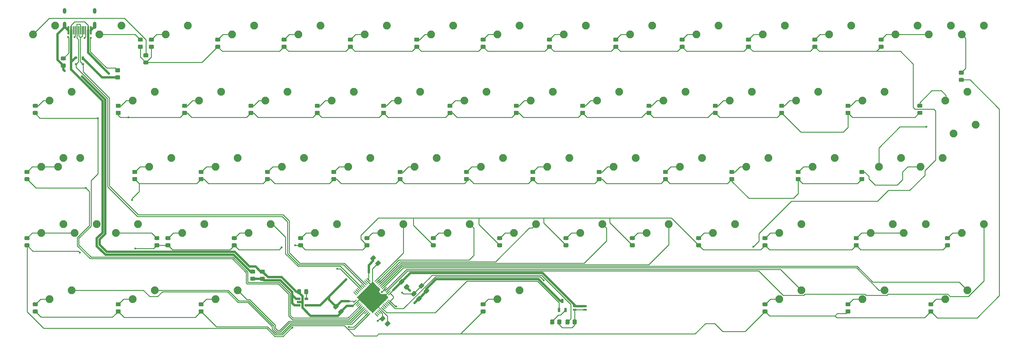
<source format=gbr>
G04 #@! TF.GenerationSoftware,KiCad,Pcbnew,(5.1.0)-1*
G04 #@! TF.CreationDate,2019-05-27T12:30:27+02:00*
G04 #@! TF.ProjectId,prophet,70726f70-6865-4742-9e6b-696361645f70,rev?*
G04 #@! TF.SameCoordinates,Original*
G04 #@! TF.FileFunction,Copper,L2,Bot*
G04 #@! TF.FilePolarity,Positive*
%FSLAX46Y46*%
G04 Gerber Fmt 4.6, Leading zero omitted, Abs format (unit mm)*
G04 Created by KiCad (PCBNEW (5.1.0)-1) date 2019-05-27 12:30:27*
%MOMM*%
%LPD*%
G04 APERTURE LIST*
%ADD10C,2.250000*%
%ADD11C,0.250000*%
%ADD12C,0.100000*%
%ADD13C,1.150000*%
%ADD14O,1.000000X1.600000*%
%ADD15O,1.000000X2.100000*%
%ADD16R,0.300000X2.450000*%
%ADD17R,0.600000X2.450000*%
%ADD18R,0.650000X1.220000*%
%ADD19R,1.060000X0.650000*%
%ADD20R,1.000000X0.550000*%
%ADD21R,0.700000X1.000000*%
%ADD22R,0.700000X0.600000*%
%ADD23C,0.600000*%
%ADD24C,0.635000*%
%ADD25C,0.254000*%
%ADD26C,0.250000*%
G04 APERTURE END LIST*
D10*
X327980601Y-135413750D03*
X321630601Y-137953750D03*
X343033946Y-128428750D03*
X349383946Y-125888750D03*
D11*
X181220458Y-176681371D03*
D12*
G36*
X181768466Y-177052602D02*
G01*
X181591689Y-177229379D01*
X180672450Y-176310140D01*
X180849227Y-176133363D01*
X181768466Y-177052602D01*
X181768466Y-177052602D01*
G37*
D11*
X180866905Y-177034924D03*
D12*
G36*
X181414913Y-177406155D02*
G01*
X181238136Y-177582932D01*
X180318897Y-176663693D01*
X180495674Y-176486916D01*
X181414913Y-177406155D01*
X181414913Y-177406155D01*
G37*
D11*
X180513351Y-177388478D03*
D12*
G36*
X181061359Y-177759709D02*
G01*
X180884582Y-177936486D01*
X179965343Y-177017247D01*
X180142120Y-176840470D01*
X181061359Y-177759709D01*
X181061359Y-177759709D01*
G37*
D11*
X180159798Y-177742031D03*
D12*
G36*
X180707806Y-178113262D02*
G01*
X180531029Y-178290039D01*
X179611790Y-177370800D01*
X179788567Y-177194023D01*
X180707806Y-178113262D01*
X180707806Y-178113262D01*
G37*
D11*
X179806245Y-178095584D03*
D12*
G36*
X180354253Y-178466815D02*
G01*
X180177476Y-178643592D01*
X179258237Y-177724353D01*
X179435014Y-177547576D01*
X180354253Y-178466815D01*
X180354253Y-178466815D01*
G37*
D11*
X179452691Y-178449138D03*
D12*
G36*
X180000699Y-178820369D02*
G01*
X179823922Y-178997146D01*
X178904683Y-178077907D01*
X179081460Y-177901130D01*
X180000699Y-178820369D01*
X180000699Y-178820369D01*
G37*
D11*
X179099138Y-178802691D03*
D12*
G36*
X179647146Y-179173922D02*
G01*
X179470369Y-179350699D01*
X178551130Y-178431460D01*
X178727907Y-178254683D01*
X179647146Y-179173922D01*
X179647146Y-179173922D01*
G37*
D11*
X178745584Y-179156245D03*
D12*
G36*
X179293592Y-179527476D02*
G01*
X179116815Y-179704253D01*
X178197576Y-178785014D01*
X178374353Y-178608237D01*
X179293592Y-179527476D01*
X179293592Y-179527476D01*
G37*
D11*
X178392031Y-179509798D03*
D12*
G36*
X178940039Y-179881029D02*
G01*
X178763262Y-180057806D01*
X177844023Y-179138567D01*
X178020800Y-178961790D01*
X178940039Y-179881029D01*
X178940039Y-179881029D01*
G37*
D11*
X178038478Y-179863351D03*
D12*
G36*
X178586486Y-180234582D02*
G01*
X178409709Y-180411359D01*
X177490470Y-179492120D01*
X177667247Y-179315343D01*
X178586486Y-180234582D01*
X178586486Y-180234582D01*
G37*
D11*
X177684924Y-180216905D03*
D12*
G36*
X178232932Y-180588136D02*
G01*
X178056155Y-180764913D01*
X177136916Y-179845674D01*
X177313693Y-179668897D01*
X178232932Y-180588136D01*
X178232932Y-180588136D01*
G37*
D11*
X177331371Y-180570458D03*
D12*
G36*
X177879379Y-180941689D02*
G01*
X177702602Y-181118466D01*
X176783363Y-180199227D01*
X176960140Y-180022450D01*
X177879379Y-180941689D01*
X177879379Y-180941689D01*
G37*
D11*
X175068629Y-180570458D03*
D12*
G36*
X174697398Y-181118466D02*
G01*
X174520621Y-180941689D01*
X175439860Y-180022450D01*
X175616637Y-180199227D01*
X174697398Y-181118466D01*
X174697398Y-181118466D01*
G37*
D11*
X174715076Y-180216905D03*
D12*
G36*
X174343845Y-180764913D02*
G01*
X174167068Y-180588136D01*
X175086307Y-179668897D01*
X175263084Y-179845674D01*
X174343845Y-180764913D01*
X174343845Y-180764913D01*
G37*
D11*
X174361522Y-179863351D03*
D12*
G36*
X173990291Y-180411359D02*
G01*
X173813514Y-180234582D01*
X174732753Y-179315343D01*
X174909530Y-179492120D01*
X173990291Y-180411359D01*
X173990291Y-180411359D01*
G37*
D11*
X174007969Y-179509798D03*
D12*
G36*
X173636738Y-180057806D02*
G01*
X173459961Y-179881029D01*
X174379200Y-178961790D01*
X174555977Y-179138567D01*
X173636738Y-180057806D01*
X173636738Y-180057806D01*
G37*
D11*
X173654416Y-179156245D03*
D12*
G36*
X173283185Y-179704253D02*
G01*
X173106408Y-179527476D01*
X174025647Y-178608237D01*
X174202424Y-178785014D01*
X173283185Y-179704253D01*
X173283185Y-179704253D01*
G37*
D11*
X173300862Y-178802691D03*
D12*
G36*
X172929631Y-179350699D02*
G01*
X172752854Y-179173922D01*
X173672093Y-178254683D01*
X173848870Y-178431460D01*
X172929631Y-179350699D01*
X172929631Y-179350699D01*
G37*
D11*
X172947309Y-178449138D03*
D12*
G36*
X172576078Y-178997146D02*
G01*
X172399301Y-178820369D01*
X173318540Y-177901130D01*
X173495317Y-178077907D01*
X172576078Y-178997146D01*
X172576078Y-178997146D01*
G37*
D11*
X172593755Y-178095584D03*
D12*
G36*
X172222524Y-178643592D02*
G01*
X172045747Y-178466815D01*
X172964986Y-177547576D01*
X173141763Y-177724353D01*
X172222524Y-178643592D01*
X172222524Y-178643592D01*
G37*
D11*
X172240202Y-177742031D03*
D12*
G36*
X171868971Y-178290039D02*
G01*
X171692194Y-178113262D01*
X172611433Y-177194023D01*
X172788210Y-177370800D01*
X171868971Y-178290039D01*
X171868971Y-178290039D01*
G37*
D11*
X171886649Y-177388478D03*
D12*
G36*
X171515418Y-177936486D02*
G01*
X171338641Y-177759709D01*
X172257880Y-176840470D01*
X172434657Y-177017247D01*
X171515418Y-177936486D01*
X171515418Y-177936486D01*
G37*
D11*
X171533095Y-177034924D03*
D12*
G36*
X171161864Y-177582932D02*
G01*
X170985087Y-177406155D01*
X171904326Y-176486916D01*
X172081103Y-176663693D01*
X171161864Y-177582932D01*
X171161864Y-177582932D01*
G37*
D11*
X171179542Y-176681371D03*
D12*
G36*
X170808311Y-177229379D02*
G01*
X170631534Y-177052602D01*
X171550773Y-176133363D01*
X171727550Y-176310140D01*
X170808311Y-177229379D01*
X170808311Y-177229379D01*
G37*
D11*
X171179542Y-174418629D03*
D12*
G36*
X171727550Y-174789860D02*
G01*
X171550773Y-174966637D01*
X170631534Y-174047398D01*
X170808311Y-173870621D01*
X171727550Y-174789860D01*
X171727550Y-174789860D01*
G37*
D11*
X171533095Y-174065076D03*
D12*
G36*
X172081103Y-174436307D02*
G01*
X171904326Y-174613084D01*
X170985087Y-173693845D01*
X171161864Y-173517068D01*
X172081103Y-174436307D01*
X172081103Y-174436307D01*
G37*
D11*
X171886649Y-173711522D03*
D12*
G36*
X172434657Y-174082753D02*
G01*
X172257880Y-174259530D01*
X171338641Y-173340291D01*
X171515418Y-173163514D01*
X172434657Y-174082753D01*
X172434657Y-174082753D01*
G37*
D11*
X172240202Y-173357969D03*
D12*
G36*
X172788210Y-173729200D02*
G01*
X172611433Y-173905977D01*
X171692194Y-172986738D01*
X171868971Y-172809961D01*
X172788210Y-173729200D01*
X172788210Y-173729200D01*
G37*
D11*
X172593755Y-173004416D03*
D12*
G36*
X173141763Y-173375647D02*
G01*
X172964986Y-173552424D01*
X172045747Y-172633185D01*
X172222524Y-172456408D01*
X173141763Y-173375647D01*
X173141763Y-173375647D01*
G37*
D11*
X172947309Y-172650862D03*
D12*
G36*
X173495317Y-173022093D02*
G01*
X173318540Y-173198870D01*
X172399301Y-172279631D01*
X172576078Y-172102854D01*
X173495317Y-173022093D01*
X173495317Y-173022093D01*
G37*
D11*
X173300862Y-172297309D03*
D12*
G36*
X173848870Y-172668540D02*
G01*
X173672093Y-172845317D01*
X172752854Y-171926078D01*
X172929631Y-171749301D01*
X173848870Y-172668540D01*
X173848870Y-172668540D01*
G37*
D11*
X173654416Y-171943755D03*
D12*
G36*
X174202424Y-172314986D02*
G01*
X174025647Y-172491763D01*
X173106408Y-171572524D01*
X173283185Y-171395747D01*
X174202424Y-172314986D01*
X174202424Y-172314986D01*
G37*
D11*
X174007969Y-171590202D03*
D12*
G36*
X174555977Y-171961433D02*
G01*
X174379200Y-172138210D01*
X173459961Y-171218971D01*
X173636738Y-171042194D01*
X174555977Y-171961433D01*
X174555977Y-171961433D01*
G37*
D11*
X174361522Y-171236649D03*
D12*
G36*
X174909530Y-171607880D02*
G01*
X174732753Y-171784657D01*
X173813514Y-170865418D01*
X173990291Y-170688641D01*
X174909530Y-171607880D01*
X174909530Y-171607880D01*
G37*
D11*
X174715076Y-170883095D03*
D12*
G36*
X175263084Y-171254326D02*
G01*
X175086307Y-171431103D01*
X174167068Y-170511864D01*
X174343845Y-170335087D01*
X175263084Y-171254326D01*
X175263084Y-171254326D01*
G37*
D11*
X175068629Y-170529542D03*
D12*
G36*
X175616637Y-170900773D02*
G01*
X175439860Y-171077550D01*
X174520621Y-170158311D01*
X174697398Y-169981534D01*
X175616637Y-170900773D01*
X175616637Y-170900773D01*
G37*
D11*
X177331371Y-170529542D03*
D12*
G36*
X176960140Y-171077550D02*
G01*
X176783363Y-170900773D01*
X177702602Y-169981534D01*
X177879379Y-170158311D01*
X176960140Y-171077550D01*
X176960140Y-171077550D01*
G37*
D11*
X177684924Y-170883095D03*
D12*
G36*
X177313693Y-171431103D02*
G01*
X177136916Y-171254326D01*
X178056155Y-170335087D01*
X178232932Y-170511864D01*
X177313693Y-171431103D01*
X177313693Y-171431103D01*
G37*
D11*
X178038478Y-171236649D03*
D12*
G36*
X177667247Y-171784657D02*
G01*
X177490470Y-171607880D01*
X178409709Y-170688641D01*
X178586486Y-170865418D01*
X177667247Y-171784657D01*
X177667247Y-171784657D01*
G37*
D11*
X178392031Y-171590202D03*
D12*
G36*
X178020800Y-172138210D02*
G01*
X177844023Y-171961433D01*
X178763262Y-171042194D01*
X178940039Y-171218971D01*
X178020800Y-172138210D01*
X178020800Y-172138210D01*
G37*
D11*
X178745584Y-171943755D03*
D12*
G36*
X178374353Y-172491763D02*
G01*
X178197576Y-172314986D01*
X179116815Y-171395747D01*
X179293592Y-171572524D01*
X178374353Y-172491763D01*
X178374353Y-172491763D01*
G37*
D11*
X179099138Y-172297309D03*
D12*
G36*
X178727907Y-172845317D02*
G01*
X178551130Y-172668540D01*
X179470369Y-171749301D01*
X179647146Y-171926078D01*
X178727907Y-172845317D01*
X178727907Y-172845317D01*
G37*
D11*
X179452691Y-172650862D03*
D12*
G36*
X179081460Y-173198870D02*
G01*
X178904683Y-173022093D01*
X179823922Y-172102854D01*
X180000699Y-172279631D01*
X179081460Y-173198870D01*
X179081460Y-173198870D01*
G37*
D11*
X179806245Y-173004416D03*
D12*
G36*
X179435014Y-173552424D02*
G01*
X179258237Y-173375647D01*
X180177476Y-172456408D01*
X180354253Y-172633185D01*
X179435014Y-173552424D01*
X179435014Y-173552424D01*
G37*
D11*
X180159798Y-173357969D03*
D12*
G36*
X179788567Y-173905977D02*
G01*
X179611790Y-173729200D01*
X180531029Y-172809961D01*
X180707806Y-172986738D01*
X179788567Y-173905977D01*
X179788567Y-173905977D01*
G37*
D11*
X180513351Y-173711522D03*
D12*
G36*
X180142120Y-174259530D02*
G01*
X179965343Y-174082753D01*
X180884582Y-173163514D01*
X181061359Y-173340291D01*
X180142120Y-174259530D01*
X180142120Y-174259530D01*
G37*
D11*
X180866905Y-174065076D03*
D12*
G36*
X180495674Y-174613084D02*
G01*
X180318897Y-174436307D01*
X181238136Y-173517068D01*
X181414913Y-173693845D01*
X180495674Y-174613084D01*
X180495674Y-174613084D01*
G37*
D11*
X181220458Y-174418629D03*
D12*
G36*
X180849227Y-174966637D02*
G01*
X180672450Y-174789860D01*
X181591689Y-173870621D01*
X181768466Y-174047398D01*
X180849227Y-174966637D01*
X180849227Y-174966637D01*
G37*
G36*
X165808908Y-177446812D02*
G01*
X165833176Y-177450412D01*
X165856975Y-177456373D01*
X165880074Y-177464638D01*
X165902253Y-177475128D01*
X165923296Y-177487740D01*
X165943002Y-177502355D01*
X165961180Y-177518831D01*
X166420801Y-177978452D01*
X166437277Y-177996630D01*
X166451892Y-178016336D01*
X166464504Y-178037379D01*
X166474994Y-178059558D01*
X166483259Y-178082657D01*
X166489220Y-178106456D01*
X166492820Y-178130724D01*
X166494024Y-178155228D01*
X166492820Y-178179732D01*
X166489220Y-178204000D01*
X166483259Y-178227799D01*
X166474994Y-178250898D01*
X166464504Y-178273077D01*
X166451892Y-178294120D01*
X166437277Y-178313826D01*
X166420801Y-178332004D01*
X165784404Y-178968401D01*
X165766226Y-178984877D01*
X165746520Y-178999492D01*
X165725477Y-179012104D01*
X165703298Y-179022594D01*
X165680199Y-179030859D01*
X165656400Y-179036820D01*
X165632132Y-179040420D01*
X165607628Y-179041624D01*
X165583124Y-179040420D01*
X165558856Y-179036820D01*
X165535057Y-179030859D01*
X165511958Y-179022594D01*
X165489779Y-179012104D01*
X165468736Y-178999492D01*
X165449030Y-178984877D01*
X165430852Y-178968401D01*
X164971231Y-178508780D01*
X164954755Y-178490602D01*
X164940140Y-178470896D01*
X164927528Y-178449853D01*
X164917038Y-178427674D01*
X164908773Y-178404575D01*
X164902812Y-178380776D01*
X164899212Y-178356508D01*
X164898008Y-178332004D01*
X164899212Y-178307500D01*
X164902812Y-178283232D01*
X164908773Y-178259433D01*
X164917038Y-178236334D01*
X164927528Y-178214155D01*
X164940140Y-178193112D01*
X164954755Y-178173406D01*
X164971231Y-178155228D01*
X165607628Y-177518831D01*
X165625806Y-177502355D01*
X165645512Y-177487740D01*
X165666555Y-177475128D01*
X165688734Y-177464638D01*
X165711833Y-177456373D01*
X165735632Y-177450412D01*
X165759900Y-177446812D01*
X165784404Y-177445608D01*
X165808908Y-177446812D01*
X165808908Y-177446812D01*
G37*
D13*
X165696016Y-178243616D03*
D12*
G36*
X167258476Y-178896380D02*
G01*
X167282744Y-178899980D01*
X167306543Y-178905941D01*
X167329642Y-178914206D01*
X167351821Y-178924696D01*
X167372864Y-178937308D01*
X167392570Y-178951923D01*
X167410748Y-178968399D01*
X167870369Y-179428020D01*
X167886845Y-179446198D01*
X167901460Y-179465904D01*
X167914072Y-179486947D01*
X167924562Y-179509126D01*
X167932827Y-179532225D01*
X167938788Y-179556024D01*
X167942388Y-179580292D01*
X167943592Y-179604796D01*
X167942388Y-179629300D01*
X167938788Y-179653568D01*
X167932827Y-179677367D01*
X167924562Y-179700466D01*
X167914072Y-179722645D01*
X167901460Y-179743688D01*
X167886845Y-179763394D01*
X167870369Y-179781572D01*
X167233972Y-180417969D01*
X167215794Y-180434445D01*
X167196088Y-180449060D01*
X167175045Y-180461672D01*
X167152866Y-180472162D01*
X167129767Y-180480427D01*
X167105968Y-180486388D01*
X167081700Y-180489988D01*
X167057196Y-180491192D01*
X167032692Y-180489988D01*
X167008424Y-180486388D01*
X166984625Y-180480427D01*
X166961526Y-180472162D01*
X166939347Y-180461672D01*
X166918304Y-180449060D01*
X166898598Y-180434445D01*
X166880420Y-180417969D01*
X166420799Y-179958348D01*
X166404323Y-179940170D01*
X166389708Y-179920464D01*
X166377096Y-179899421D01*
X166366606Y-179877242D01*
X166358341Y-179854143D01*
X166352380Y-179830344D01*
X166348780Y-179806076D01*
X166347576Y-179781572D01*
X166348780Y-179757068D01*
X166352380Y-179732800D01*
X166358341Y-179709001D01*
X166366606Y-179685902D01*
X166377096Y-179663723D01*
X166389708Y-179642680D01*
X166404323Y-179622974D01*
X166420799Y-179604796D01*
X167057196Y-178968399D01*
X167075374Y-178951923D01*
X167095080Y-178937308D01*
X167116123Y-178924696D01*
X167138302Y-178914206D01*
X167161401Y-178905941D01*
X167185200Y-178899980D01*
X167209468Y-178896380D01*
X167233972Y-178895176D01*
X167258476Y-178896380D01*
X167258476Y-178896380D01*
G37*
D13*
X167145584Y-179693184D03*
D12*
G36*
X189632892Y-175173196D02*
G01*
X189657160Y-175176796D01*
X189680959Y-175182757D01*
X189704058Y-175191022D01*
X189726237Y-175201512D01*
X189747280Y-175214124D01*
X189766986Y-175228739D01*
X189785164Y-175245215D01*
X190244785Y-175704836D01*
X190261261Y-175723014D01*
X190275876Y-175742720D01*
X190288488Y-175763763D01*
X190298978Y-175785942D01*
X190307243Y-175809041D01*
X190313204Y-175832840D01*
X190316804Y-175857108D01*
X190318008Y-175881612D01*
X190316804Y-175906116D01*
X190313204Y-175930384D01*
X190307243Y-175954183D01*
X190298978Y-175977282D01*
X190288488Y-175999461D01*
X190275876Y-176020504D01*
X190261261Y-176040210D01*
X190244785Y-176058388D01*
X189608388Y-176694785D01*
X189590210Y-176711261D01*
X189570504Y-176725876D01*
X189549461Y-176738488D01*
X189527282Y-176748978D01*
X189504183Y-176757243D01*
X189480384Y-176763204D01*
X189456116Y-176766804D01*
X189431612Y-176768008D01*
X189407108Y-176766804D01*
X189382840Y-176763204D01*
X189359041Y-176757243D01*
X189335942Y-176748978D01*
X189313763Y-176738488D01*
X189292720Y-176725876D01*
X189273014Y-176711261D01*
X189254836Y-176694785D01*
X188795215Y-176235164D01*
X188778739Y-176216986D01*
X188764124Y-176197280D01*
X188751512Y-176176237D01*
X188741022Y-176154058D01*
X188732757Y-176130959D01*
X188726796Y-176107160D01*
X188723196Y-176082892D01*
X188721992Y-176058388D01*
X188723196Y-176033884D01*
X188726796Y-176009616D01*
X188732757Y-175985817D01*
X188741022Y-175962718D01*
X188751512Y-175940539D01*
X188764124Y-175919496D01*
X188778739Y-175899790D01*
X188795215Y-175881612D01*
X189431612Y-175245215D01*
X189449790Y-175228739D01*
X189469496Y-175214124D01*
X189490539Y-175201512D01*
X189512718Y-175191022D01*
X189535817Y-175182757D01*
X189559616Y-175176796D01*
X189583884Y-175173196D01*
X189608388Y-175171992D01*
X189632892Y-175173196D01*
X189632892Y-175173196D01*
G37*
D13*
X189520000Y-175970000D03*
D12*
G36*
X188183324Y-173723628D02*
G01*
X188207592Y-173727228D01*
X188231391Y-173733189D01*
X188254490Y-173741454D01*
X188276669Y-173751944D01*
X188297712Y-173764556D01*
X188317418Y-173779171D01*
X188335596Y-173795647D01*
X188795217Y-174255268D01*
X188811693Y-174273446D01*
X188826308Y-174293152D01*
X188838920Y-174314195D01*
X188849410Y-174336374D01*
X188857675Y-174359473D01*
X188863636Y-174383272D01*
X188867236Y-174407540D01*
X188868440Y-174432044D01*
X188867236Y-174456548D01*
X188863636Y-174480816D01*
X188857675Y-174504615D01*
X188849410Y-174527714D01*
X188838920Y-174549893D01*
X188826308Y-174570936D01*
X188811693Y-174590642D01*
X188795217Y-174608820D01*
X188158820Y-175245217D01*
X188140642Y-175261693D01*
X188120936Y-175276308D01*
X188099893Y-175288920D01*
X188077714Y-175299410D01*
X188054615Y-175307675D01*
X188030816Y-175313636D01*
X188006548Y-175317236D01*
X187982044Y-175318440D01*
X187957540Y-175317236D01*
X187933272Y-175313636D01*
X187909473Y-175307675D01*
X187886374Y-175299410D01*
X187864195Y-175288920D01*
X187843152Y-175276308D01*
X187823446Y-175261693D01*
X187805268Y-175245217D01*
X187345647Y-174785596D01*
X187329171Y-174767418D01*
X187314556Y-174747712D01*
X187301944Y-174726669D01*
X187291454Y-174704490D01*
X187283189Y-174681391D01*
X187277228Y-174657592D01*
X187273628Y-174633324D01*
X187272424Y-174608820D01*
X187273628Y-174584316D01*
X187277228Y-174560048D01*
X187283189Y-174536249D01*
X187291454Y-174513150D01*
X187301944Y-174490971D01*
X187314556Y-174469928D01*
X187329171Y-174450222D01*
X187345647Y-174432044D01*
X187982044Y-173795647D01*
X188000222Y-173779171D01*
X188019928Y-173764556D01*
X188040971Y-173751944D01*
X188063150Y-173741454D01*
X188086249Y-173733189D01*
X188110048Y-173727228D01*
X188134316Y-173723628D01*
X188158820Y-173722424D01*
X188183324Y-173723628D01*
X188183324Y-173723628D01*
G37*
D13*
X188070432Y-174520432D03*
D12*
G36*
X157533705Y-173240404D02*
G01*
X157557973Y-173244004D01*
X157581772Y-173249965D01*
X157604871Y-173258230D01*
X157627050Y-173268720D01*
X157648093Y-173281332D01*
X157667799Y-173295947D01*
X157685977Y-173312423D01*
X157702453Y-173330601D01*
X157717068Y-173350307D01*
X157729680Y-173371350D01*
X157740170Y-173393529D01*
X157748435Y-173416628D01*
X157754396Y-173440427D01*
X157757996Y-173464695D01*
X157759200Y-173489199D01*
X157759200Y-174389201D01*
X157757996Y-174413705D01*
X157754396Y-174437973D01*
X157748435Y-174461772D01*
X157740170Y-174484871D01*
X157729680Y-174507050D01*
X157717068Y-174528093D01*
X157702453Y-174547799D01*
X157685977Y-174565977D01*
X157667799Y-174582453D01*
X157648093Y-174597068D01*
X157627050Y-174609680D01*
X157604871Y-174620170D01*
X157581772Y-174628435D01*
X157557973Y-174634396D01*
X157533705Y-174637996D01*
X157509201Y-174639200D01*
X156859199Y-174639200D01*
X156834695Y-174637996D01*
X156810427Y-174634396D01*
X156786628Y-174628435D01*
X156763529Y-174620170D01*
X156741350Y-174609680D01*
X156720307Y-174597068D01*
X156700601Y-174582453D01*
X156682423Y-174565977D01*
X156665947Y-174547799D01*
X156651332Y-174528093D01*
X156638720Y-174507050D01*
X156628230Y-174484871D01*
X156619965Y-174461772D01*
X156614004Y-174437973D01*
X156610404Y-174413705D01*
X156609200Y-174389201D01*
X156609200Y-173489199D01*
X156610404Y-173464695D01*
X156614004Y-173440427D01*
X156619965Y-173416628D01*
X156628230Y-173393529D01*
X156638720Y-173371350D01*
X156651332Y-173350307D01*
X156665947Y-173330601D01*
X156682423Y-173312423D01*
X156700601Y-173295947D01*
X156720307Y-173281332D01*
X156741350Y-173268720D01*
X156763529Y-173258230D01*
X156786628Y-173249965D01*
X156810427Y-173244004D01*
X156834695Y-173240404D01*
X156859199Y-173239200D01*
X157509201Y-173239200D01*
X157533705Y-173240404D01*
X157533705Y-173240404D01*
G37*
D13*
X157184200Y-173939200D03*
D12*
G36*
X155483705Y-173240404D02*
G01*
X155507973Y-173244004D01*
X155531772Y-173249965D01*
X155554871Y-173258230D01*
X155577050Y-173268720D01*
X155598093Y-173281332D01*
X155617799Y-173295947D01*
X155635977Y-173312423D01*
X155652453Y-173330601D01*
X155667068Y-173350307D01*
X155679680Y-173371350D01*
X155690170Y-173393529D01*
X155698435Y-173416628D01*
X155704396Y-173440427D01*
X155707996Y-173464695D01*
X155709200Y-173489199D01*
X155709200Y-174389201D01*
X155707996Y-174413705D01*
X155704396Y-174437973D01*
X155698435Y-174461772D01*
X155690170Y-174484871D01*
X155679680Y-174507050D01*
X155667068Y-174528093D01*
X155652453Y-174547799D01*
X155635977Y-174565977D01*
X155617799Y-174582453D01*
X155598093Y-174597068D01*
X155577050Y-174609680D01*
X155554871Y-174620170D01*
X155531772Y-174628435D01*
X155507973Y-174634396D01*
X155483705Y-174637996D01*
X155459201Y-174639200D01*
X154809199Y-174639200D01*
X154784695Y-174637996D01*
X154760427Y-174634396D01*
X154736628Y-174628435D01*
X154713529Y-174620170D01*
X154691350Y-174609680D01*
X154670307Y-174597068D01*
X154650601Y-174582453D01*
X154632423Y-174565977D01*
X154615947Y-174547799D01*
X154601332Y-174528093D01*
X154588720Y-174507050D01*
X154578230Y-174484871D01*
X154569965Y-174461772D01*
X154564004Y-174437973D01*
X154560404Y-174413705D01*
X154559200Y-174389201D01*
X154559200Y-173489199D01*
X154560404Y-173464695D01*
X154564004Y-173440427D01*
X154569965Y-173416628D01*
X154578230Y-173393529D01*
X154588720Y-173371350D01*
X154601332Y-173350307D01*
X154615947Y-173330601D01*
X154632423Y-173312423D01*
X154650601Y-173295947D01*
X154670307Y-173281332D01*
X154691350Y-173268720D01*
X154713529Y-173258230D01*
X154736628Y-173249965D01*
X154760427Y-173244004D01*
X154784695Y-173240404D01*
X154809199Y-173239200D01*
X155459201Y-173239200D01*
X155483705Y-173240404D01*
X155483705Y-173240404D01*
G37*
D13*
X155134200Y-173939200D03*
D12*
G36*
X145074505Y-167601204D02*
G01*
X145098773Y-167604804D01*
X145122572Y-167610765D01*
X145145671Y-167619030D01*
X145167850Y-167629520D01*
X145188893Y-167642132D01*
X145208599Y-167656747D01*
X145226777Y-167673223D01*
X145243253Y-167691401D01*
X145257868Y-167711107D01*
X145270480Y-167732150D01*
X145280970Y-167754329D01*
X145289235Y-167777428D01*
X145295196Y-167801227D01*
X145298796Y-167825495D01*
X145300000Y-167849999D01*
X145300000Y-168500001D01*
X145298796Y-168524505D01*
X145295196Y-168548773D01*
X145289235Y-168572572D01*
X145280970Y-168595671D01*
X145270480Y-168617850D01*
X145257868Y-168638893D01*
X145243253Y-168658599D01*
X145226777Y-168676777D01*
X145208599Y-168693253D01*
X145188893Y-168707868D01*
X145167850Y-168720480D01*
X145145671Y-168730970D01*
X145122572Y-168739235D01*
X145098773Y-168745196D01*
X145074505Y-168748796D01*
X145050001Y-168750000D01*
X144149999Y-168750000D01*
X144125495Y-168748796D01*
X144101227Y-168745196D01*
X144077428Y-168739235D01*
X144054329Y-168730970D01*
X144032150Y-168720480D01*
X144011107Y-168707868D01*
X143991401Y-168693253D01*
X143973223Y-168676777D01*
X143956747Y-168658599D01*
X143942132Y-168638893D01*
X143929520Y-168617850D01*
X143919030Y-168595671D01*
X143910765Y-168572572D01*
X143904804Y-168548773D01*
X143901204Y-168524505D01*
X143900000Y-168500001D01*
X143900000Y-167849999D01*
X143901204Y-167825495D01*
X143904804Y-167801227D01*
X143910765Y-167777428D01*
X143919030Y-167754329D01*
X143929520Y-167732150D01*
X143942132Y-167711107D01*
X143956747Y-167691401D01*
X143973223Y-167673223D01*
X143991401Y-167656747D01*
X144011107Y-167642132D01*
X144032150Y-167629520D01*
X144054329Y-167619030D01*
X144077428Y-167610765D01*
X144101227Y-167604804D01*
X144125495Y-167601204D01*
X144149999Y-167600000D01*
X145050001Y-167600000D01*
X145074505Y-167601204D01*
X145074505Y-167601204D01*
G37*
D13*
X144600000Y-168175000D03*
D12*
G36*
X145074505Y-169651204D02*
G01*
X145098773Y-169654804D01*
X145122572Y-169660765D01*
X145145671Y-169669030D01*
X145167850Y-169679520D01*
X145188893Y-169692132D01*
X145208599Y-169706747D01*
X145226777Y-169723223D01*
X145243253Y-169741401D01*
X145257868Y-169761107D01*
X145270480Y-169782150D01*
X145280970Y-169804329D01*
X145289235Y-169827428D01*
X145295196Y-169851227D01*
X145298796Y-169875495D01*
X145300000Y-169899999D01*
X145300000Y-170550001D01*
X145298796Y-170574505D01*
X145295196Y-170598773D01*
X145289235Y-170622572D01*
X145280970Y-170645671D01*
X145270480Y-170667850D01*
X145257868Y-170688893D01*
X145243253Y-170708599D01*
X145226777Y-170726777D01*
X145208599Y-170743253D01*
X145188893Y-170757868D01*
X145167850Y-170770480D01*
X145145671Y-170780970D01*
X145122572Y-170789235D01*
X145098773Y-170795196D01*
X145074505Y-170798796D01*
X145050001Y-170800000D01*
X144149999Y-170800000D01*
X144125495Y-170798796D01*
X144101227Y-170795196D01*
X144077428Y-170789235D01*
X144054329Y-170780970D01*
X144032150Y-170770480D01*
X144011107Y-170757868D01*
X143991401Y-170743253D01*
X143973223Y-170726777D01*
X143956747Y-170708599D01*
X143942132Y-170688893D01*
X143929520Y-170667850D01*
X143919030Y-170645671D01*
X143910765Y-170622572D01*
X143904804Y-170598773D01*
X143901204Y-170574505D01*
X143900000Y-170550001D01*
X143900000Y-169899999D01*
X143901204Y-169875495D01*
X143904804Y-169851227D01*
X143910765Y-169827428D01*
X143919030Y-169804329D01*
X143929520Y-169782150D01*
X143942132Y-169761107D01*
X143956747Y-169741401D01*
X143973223Y-169723223D01*
X143991401Y-169706747D01*
X144011107Y-169692132D01*
X144032150Y-169679520D01*
X144054329Y-169669030D01*
X144077428Y-169660765D01*
X144101227Y-169654804D01*
X144125495Y-169651204D01*
X144149999Y-169650000D01*
X145050001Y-169650000D01*
X145074505Y-169651204D01*
X145074505Y-169651204D01*
G37*
D13*
X144600000Y-170225000D03*
D12*
G36*
X180632460Y-182337196D02*
G01*
X180656728Y-182340796D01*
X180680527Y-182346757D01*
X180703626Y-182355022D01*
X180725805Y-182365512D01*
X180746848Y-182378124D01*
X180766554Y-182392739D01*
X180784732Y-182409215D01*
X181244353Y-182868836D01*
X181260829Y-182887014D01*
X181275444Y-182906720D01*
X181288056Y-182927763D01*
X181298546Y-182949942D01*
X181306811Y-182973041D01*
X181312772Y-182996840D01*
X181316372Y-183021108D01*
X181317576Y-183045612D01*
X181316372Y-183070116D01*
X181312772Y-183094384D01*
X181306811Y-183118183D01*
X181298546Y-183141282D01*
X181288056Y-183163461D01*
X181275444Y-183184504D01*
X181260829Y-183204210D01*
X181244353Y-183222388D01*
X180607956Y-183858785D01*
X180589778Y-183875261D01*
X180570072Y-183889876D01*
X180549029Y-183902488D01*
X180526850Y-183912978D01*
X180503751Y-183921243D01*
X180479952Y-183927204D01*
X180455684Y-183930804D01*
X180431180Y-183932008D01*
X180406676Y-183930804D01*
X180382408Y-183927204D01*
X180358609Y-183921243D01*
X180335510Y-183912978D01*
X180313331Y-183902488D01*
X180292288Y-183889876D01*
X180272582Y-183875261D01*
X180254404Y-183858785D01*
X179794783Y-183399164D01*
X179778307Y-183380986D01*
X179763692Y-183361280D01*
X179751080Y-183340237D01*
X179740590Y-183318058D01*
X179732325Y-183294959D01*
X179726364Y-183271160D01*
X179722764Y-183246892D01*
X179721560Y-183222388D01*
X179722764Y-183197884D01*
X179726364Y-183173616D01*
X179732325Y-183149817D01*
X179740590Y-183126718D01*
X179751080Y-183104539D01*
X179763692Y-183083496D01*
X179778307Y-183063790D01*
X179794783Y-183045612D01*
X180431180Y-182409215D01*
X180449358Y-182392739D01*
X180469064Y-182378124D01*
X180490107Y-182365512D01*
X180512286Y-182355022D01*
X180535385Y-182346757D01*
X180559184Y-182340796D01*
X180583452Y-182337196D01*
X180607956Y-182335992D01*
X180632460Y-182337196D01*
X180632460Y-182337196D01*
G37*
D13*
X180519568Y-183134000D03*
D12*
G36*
X179182892Y-180887628D02*
G01*
X179207160Y-180891228D01*
X179230959Y-180897189D01*
X179254058Y-180905454D01*
X179276237Y-180915944D01*
X179297280Y-180928556D01*
X179316986Y-180943171D01*
X179335164Y-180959647D01*
X179794785Y-181419268D01*
X179811261Y-181437446D01*
X179825876Y-181457152D01*
X179838488Y-181478195D01*
X179848978Y-181500374D01*
X179857243Y-181523473D01*
X179863204Y-181547272D01*
X179866804Y-181571540D01*
X179868008Y-181596044D01*
X179866804Y-181620548D01*
X179863204Y-181644816D01*
X179857243Y-181668615D01*
X179848978Y-181691714D01*
X179838488Y-181713893D01*
X179825876Y-181734936D01*
X179811261Y-181754642D01*
X179794785Y-181772820D01*
X179158388Y-182409217D01*
X179140210Y-182425693D01*
X179120504Y-182440308D01*
X179099461Y-182452920D01*
X179077282Y-182463410D01*
X179054183Y-182471675D01*
X179030384Y-182477636D01*
X179006116Y-182481236D01*
X178981612Y-182482440D01*
X178957108Y-182481236D01*
X178932840Y-182477636D01*
X178909041Y-182471675D01*
X178885942Y-182463410D01*
X178863763Y-182452920D01*
X178842720Y-182440308D01*
X178823014Y-182425693D01*
X178804836Y-182409217D01*
X178345215Y-181949596D01*
X178328739Y-181931418D01*
X178314124Y-181911712D01*
X178301512Y-181890669D01*
X178291022Y-181868490D01*
X178282757Y-181845391D01*
X178276796Y-181821592D01*
X178273196Y-181797324D01*
X178271992Y-181772820D01*
X178273196Y-181748316D01*
X178276796Y-181724048D01*
X178282757Y-181700249D01*
X178291022Y-181677150D01*
X178301512Y-181654971D01*
X178314124Y-181633928D01*
X178328739Y-181614222D01*
X178345215Y-181596044D01*
X178981612Y-180959647D01*
X178999790Y-180943171D01*
X179019496Y-180928556D01*
X179040539Y-180915944D01*
X179062718Y-180905454D01*
X179085817Y-180897189D01*
X179109616Y-180891228D01*
X179133884Y-180887628D01*
X179158388Y-180886424D01*
X179182892Y-180887628D01*
X179182892Y-180887628D01*
G37*
D13*
X179070000Y-181684432D03*
D12*
G36*
X184663324Y-170303628D02*
G01*
X184687592Y-170307228D01*
X184711391Y-170313189D01*
X184734490Y-170321454D01*
X184756669Y-170331944D01*
X184777712Y-170344556D01*
X184797418Y-170359171D01*
X184815596Y-170375647D01*
X185275217Y-170835268D01*
X185291693Y-170853446D01*
X185306308Y-170873152D01*
X185318920Y-170894195D01*
X185329410Y-170916374D01*
X185337675Y-170939473D01*
X185343636Y-170963272D01*
X185347236Y-170987540D01*
X185348440Y-171012044D01*
X185347236Y-171036548D01*
X185343636Y-171060816D01*
X185337675Y-171084615D01*
X185329410Y-171107714D01*
X185318920Y-171129893D01*
X185306308Y-171150936D01*
X185291693Y-171170642D01*
X185275217Y-171188820D01*
X184638820Y-171825217D01*
X184620642Y-171841693D01*
X184600936Y-171856308D01*
X184579893Y-171868920D01*
X184557714Y-171879410D01*
X184534615Y-171887675D01*
X184510816Y-171893636D01*
X184486548Y-171897236D01*
X184462044Y-171898440D01*
X184437540Y-171897236D01*
X184413272Y-171893636D01*
X184389473Y-171887675D01*
X184366374Y-171879410D01*
X184344195Y-171868920D01*
X184323152Y-171856308D01*
X184303446Y-171841693D01*
X184285268Y-171825217D01*
X183825647Y-171365596D01*
X183809171Y-171347418D01*
X183794556Y-171327712D01*
X183781944Y-171306669D01*
X183771454Y-171284490D01*
X183763189Y-171261391D01*
X183757228Y-171237592D01*
X183753628Y-171213324D01*
X183752424Y-171188820D01*
X183753628Y-171164316D01*
X183757228Y-171140048D01*
X183763189Y-171116249D01*
X183771454Y-171093150D01*
X183781944Y-171070971D01*
X183794556Y-171049928D01*
X183809171Y-171030222D01*
X183825647Y-171012044D01*
X184462044Y-170375647D01*
X184480222Y-170359171D01*
X184499928Y-170344556D01*
X184520971Y-170331944D01*
X184543150Y-170321454D01*
X184566249Y-170313189D01*
X184590048Y-170307228D01*
X184614316Y-170303628D01*
X184638820Y-170302424D01*
X184663324Y-170303628D01*
X184663324Y-170303628D01*
G37*
D13*
X184550432Y-171100432D03*
D12*
G36*
X186112892Y-171753196D02*
G01*
X186137160Y-171756796D01*
X186160959Y-171762757D01*
X186184058Y-171771022D01*
X186206237Y-171781512D01*
X186227280Y-171794124D01*
X186246986Y-171808739D01*
X186265164Y-171825215D01*
X186724785Y-172284836D01*
X186741261Y-172303014D01*
X186755876Y-172322720D01*
X186768488Y-172343763D01*
X186778978Y-172365942D01*
X186787243Y-172389041D01*
X186793204Y-172412840D01*
X186796804Y-172437108D01*
X186798008Y-172461612D01*
X186796804Y-172486116D01*
X186793204Y-172510384D01*
X186787243Y-172534183D01*
X186778978Y-172557282D01*
X186768488Y-172579461D01*
X186755876Y-172600504D01*
X186741261Y-172620210D01*
X186724785Y-172638388D01*
X186088388Y-173274785D01*
X186070210Y-173291261D01*
X186050504Y-173305876D01*
X186029461Y-173318488D01*
X186007282Y-173328978D01*
X185984183Y-173337243D01*
X185960384Y-173343204D01*
X185936116Y-173346804D01*
X185911612Y-173348008D01*
X185887108Y-173346804D01*
X185862840Y-173343204D01*
X185839041Y-173337243D01*
X185815942Y-173328978D01*
X185793763Y-173318488D01*
X185772720Y-173305876D01*
X185753014Y-173291261D01*
X185734836Y-173274785D01*
X185275215Y-172815164D01*
X185258739Y-172796986D01*
X185244124Y-172777280D01*
X185231512Y-172756237D01*
X185221022Y-172734058D01*
X185212757Y-172710959D01*
X185206796Y-172687160D01*
X185203196Y-172662892D01*
X185201992Y-172638388D01*
X185203196Y-172613884D01*
X185206796Y-172589616D01*
X185212757Y-172565817D01*
X185221022Y-172542718D01*
X185231512Y-172520539D01*
X185244124Y-172499496D01*
X185258739Y-172479790D01*
X185275215Y-172461612D01*
X185911612Y-171825215D01*
X185929790Y-171808739D01*
X185949496Y-171794124D01*
X185970539Y-171781512D01*
X185992718Y-171771022D01*
X186015817Y-171762757D01*
X186039616Y-171756796D01*
X186063884Y-171753196D01*
X186088388Y-171751992D01*
X186112892Y-171753196D01*
X186112892Y-171753196D01*
G37*
D13*
X186000000Y-172550000D03*
D12*
G36*
X176476908Y-163476812D02*
G01*
X176501176Y-163480412D01*
X176524975Y-163486373D01*
X176548074Y-163494638D01*
X176570253Y-163505128D01*
X176591296Y-163517740D01*
X176611002Y-163532355D01*
X176629180Y-163548831D01*
X177088801Y-164008452D01*
X177105277Y-164026630D01*
X177119892Y-164046336D01*
X177132504Y-164067379D01*
X177142994Y-164089558D01*
X177151259Y-164112657D01*
X177157220Y-164136456D01*
X177160820Y-164160724D01*
X177162024Y-164185228D01*
X177160820Y-164209732D01*
X177157220Y-164234000D01*
X177151259Y-164257799D01*
X177142994Y-164280898D01*
X177132504Y-164303077D01*
X177119892Y-164324120D01*
X177105277Y-164343826D01*
X177088801Y-164362004D01*
X176452404Y-164998401D01*
X176434226Y-165014877D01*
X176414520Y-165029492D01*
X176393477Y-165042104D01*
X176371298Y-165052594D01*
X176348199Y-165060859D01*
X176324400Y-165066820D01*
X176300132Y-165070420D01*
X176275628Y-165071624D01*
X176251124Y-165070420D01*
X176226856Y-165066820D01*
X176203057Y-165060859D01*
X176179958Y-165052594D01*
X176157779Y-165042104D01*
X176136736Y-165029492D01*
X176117030Y-165014877D01*
X176098852Y-164998401D01*
X175639231Y-164538780D01*
X175622755Y-164520602D01*
X175608140Y-164500896D01*
X175595528Y-164479853D01*
X175585038Y-164457674D01*
X175576773Y-164434575D01*
X175570812Y-164410776D01*
X175567212Y-164386508D01*
X175566008Y-164362004D01*
X175567212Y-164337500D01*
X175570812Y-164313232D01*
X175576773Y-164289433D01*
X175585038Y-164266334D01*
X175595528Y-164244155D01*
X175608140Y-164223112D01*
X175622755Y-164203406D01*
X175639231Y-164185228D01*
X176275628Y-163548831D01*
X176293806Y-163532355D01*
X176313512Y-163517740D01*
X176334555Y-163505128D01*
X176356734Y-163494638D01*
X176379833Y-163486373D01*
X176403632Y-163480412D01*
X176427900Y-163476812D01*
X176452404Y-163475608D01*
X176476908Y-163476812D01*
X176476908Y-163476812D01*
G37*
D13*
X176364016Y-164273616D03*
D12*
G36*
X177926476Y-164926380D02*
G01*
X177950744Y-164929980D01*
X177974543Y-164935941D01*
X177997642Y-164944206D01*
X178019821Y-164954696D01*
X178040864Y-164967308D01*
X178060570Y-164981923D01*
X178078748Y-164998399D01*
X178538369Y-165458020D01*
X178554845Y-165476198D01*
X178569460Y-165495904D01*
X178582072Y-165516947D01*
X178592562Y-165539126D01*
X178600827Y-165562225D01*
X178606788Y-165586024D01*
X178610388Y-165610292D01*
X178611592Y-165634796D01*
X178610388Y-165659300D01*
X178606788Y-165683568D01*
X178600827Y-165707367D01*
X178592562Y-165730466D01*
X178582072Y-165752645D01*
X178569460Y-165773688D01*
X178554845Y-165793394D01*
X178538369Y-165811572D01*
X177901972Y-166447969D01*
X177883794Y-166464445D01*
X177864088Y-166479060D01*
X177843045Y-166491672D01*
X177820866Y-166502162D01*
X177797767Y-166510427D01*
X177773968Y-166516388D01*
X177749700Y-166519988D01*
X177725196Y-166521192D01*
X177700692Y-166519988D01*
X177676424Y-166516388D01*
X177652625Y-166510427D01*
X177629526Y-166502162D01*
X177607347Y-166491672D01*
X177586304Y-166479060D01*
X177566598Y-166464445D01*
X177548420Y-166447969D01*
X177088799Y-165988348D01*
X177072323Y-165970170D01*
X177057708Y-165950464D01*
X177045096Y-165929421D01*
X177034606Y-165907242D01*
X177026341Y-165884143D01*
X177020380Y-165860344D01*
X177016780Y-165836076D01*
X177015576Y-165811572D01*
X177016780Y-165787068D01*
X177020380Y-165762800D01*
X177026341Y-165739001D01*
X177034606Y-165715902D01*
X177045096Y-165693723D01*
X177057708Y-165672680D01*
X177072323Y-165652974D01*
X177088799Y-165634796D01*
X177725196Y-164998399D01*
X177743374Y-164981923D01*
X177763080Y-164967308D01*
X177784123Y-164954696D01*
X177806302Y-164944206D01*
X177829401Y-164935941D01*
X177853200Y-164929980D01*
X177877468Y-164926380D01*
X177901972Y-164925176D01*
X177926476Y-164926380D01*
X177926476Y-164926380D01*
G37*
D13*
X177813584Y-165723184D03*
D12*
G36*
X111599505Y-105326204D02*
G01*
X111623773Y-105329804D01*
X111647572Y-105335765D01*
X111670671Y-105344030D01*
X111692850Y-105354520D01*
X111713893Y-105367132D01*
X111733599Y-105381747D01*
X111751777Y-105398223D01*
X111768253Y-105416401D01*
X111782868Y-105436107D01*
X111795480Y-105457150D01*
X111805970Y-105479329D01*
X111814235Y-105502428D01*
X111820196Y-105526227D01*
X111823796Y-105550495D01*
X111825000Y-105574999D01*
X111825000Y-106225001D01*
X111823796Y-106249505D01*
X111820196Y-106273773D01*
X111814235Y-106297572D01*
X111805970Y-106320671D01*
X111795480Y-106342850D01*
X111782868Y-106363893D01*
X111768253Y-106383599D01*
X111751777Y-106401777D01*
X111733599Y-106418253D01*
X111713893Y-106432868D01*
X111692850Y-106445480D01*
X111670671Y-106455970D01*
X111647572Y-106464235D01*
X111623773Y-106470196D01*
X111599505Y-106473796D01*
X111575001Y-106475000D01*
X110674999Y-106475000D01*
X110650495Y-106473796D01*
X110626227Y-106470196D01*
X110602428Y-106464235D01*
X110579329Y-106455970D01*
X110557150Y-106445480D01*
X110536107Y-106432868D01*
X110516401Y-106418253D01*
X110498223Y-106401777D01*
X110481747Y-106383599D01*
X110467132Y-106363893D01*
X110454520Y-106342850D01*
X110444030Y-106320671D01*
X110435765Y-106297572D01*
X110429804Y-106273773D01*
X110426204Y-106249505D01*
X110425000Y-106225001D01*
X110425000Y-105574999D01*
X110426204Y-105550495D01*
X110429804Y-105526227D01*
X110435765Y-105502428D01*
X110444030Y-105479329D01*
X110454520Y-105457150D01*
X110467132Y-105436107D01*
X110481747Y-105416401D01*
X110498223Y-105398223D01*
X110516401Y-105381747D01*
X110536107Y-105367132D01*
X110557150Y-105354520D01*
X110579329Y-105344030D01*
X110602428Y-105335765D01*
X110626227Y-105329804D01*
X110650495Y-105326204D01*
X110674999Y-105325000D01*
X111575001Y-105325000D01*
X111599505Y-105326204D01*
X111599505Y-105326204D01*
G37*
D13*
X111125000Y-105900000D03*
D12*
G36*
X111599505Y-107376204D02*
G01*
X111623773Y-107379804D01*
X111647572Y-107385765D01*
X111670671Y-107394030D01*
X111692850Y-107404520D01*
X111713893Y-107417132D01*
X111733599Y-107431747D01*
X111751777Y-107448223D01*
X111768253Y-107466401D01*
X111782868Y-107486107D01*
X111795480Y-107507150D01*
X111805970Y-107529329D01*
X111814235Y-107552428D01*
X111820196Y-107576227D01*
X111823796Y-107600495D01*
X111825000Y-107624999D01*
X111825000Y-108275001D01*
X111823796Y-108299505D01*
X111820196Y-108323773D01*
X111814235Y-108347572D01*
X111805970Y-108370671D01*
X111795480Y-108392850D01*
X111782868Y-108413893D01*
X111768253Y-108433599D01*
X111751777Y-108451777D01*
X111733599Y-108468253D01*
X111713893Y-108482868D01*
X111692850Y-108495480D01*
X111670671Y-108505970D01*
X111647572Y-108514235D01*
X111623773Y-108520196D01*
X111599505Y-108523796D01*
X111575001Y-108525000D01*
X110674999Y-108525000D01*
X110650495Y-108523796D01*
X110626227Y-108520196D01*
X110602428Y-108514235D01*
X110579329Y-108505970D01*
X110557150Y-108495480D01*
X110536107Y-108482868D01*
X110516401Y-108468253D01*
X110498223Y-108451777D01*
X110481747Y-108433599D01*
X110467132Y-108413893D01*
X110454520Y-108392850D01*
X110444030Y-108370671D01*
X110435765Y-108347572D01*
X110429804Y-108323773D01*
X110426204Y-108299505D01*
X110425000Y-108275001D01*
X110425000Y-107624999D01*
X110426204Y-107600495D01*
X110429804Y-107576227D01*
X110435765Y-107552428D01*
X110444030Y-107529329D01*
X110454520Y-107507150D01*
X110467132Y-107486107D01*
X110481747Y-107466401D01*
X110498223Y-107448223D01*
X110516401Y-107431747D01*
X110536107Y-107417132D01*
X110557150Y-107404520D01*
X110579329Y-107394030D01*
X110602428Y-107385765D01*
X110626227Y-107379804D01*
X110650495Y-107376204D01*
X110674999Y-107375000D01*
X111575001Y-107375000D01*
X111599505Y-107376204D01*
X111599505Y-107376204D01*
G37*
D13*
X111125000Y-107950000D03*
D12*
G36*
X110012005Y-100794954D02*
G01*
X110036273Y-100798554D01*
X110060072Y-100804515D01*
X110083171Y-100812780D01*
X110105350Y-100823270D01*
X110126393Y-100835882D01*
X110146099Y-100850497D01*
X110164277Y-100866973D01*
X110180753Y-100885151D01*
X110195368Y-100904857D01*
X110207980Y-100925900D01*
X110218470Y-100948079D01*
X110226735Y-100971178D01*
X110232696Y-100994977D01*
X110236296Y-101019245D01*
X110237500Y-101043749D01*
X110237500Y-101693751D01*
X110236296Y-101718255D01*
X110232696Y-101742523D01*
X110226735Y-101766322D01*
X110218470Y-101789421D01*
X110207980Y-101811600D01*
X110195368Y-101832643D01*
X110180753Y-101852349D01*
X110164277Y-101870527D01*
X110146099Y-101887003D01*
X110126393Y-101901618D01*
X110105350Y-101914230D01*
X110083171Y-101924720D01*
X110060072Y-101932985D01*
X110036273Y-101938946D01*
X110012005Y-101942546D01*
X109987501Y-101943750D01*
X109087499Y-101943750D01*
X109062995Y-101942546D01*
X109038727Y-101938946D01*
X109014928Y-101932985D01*
X108991829Y-101924720D01*
X108969650Y-101914230D01*
X108948607Y-101901618D01*
X108928901Y-101887003D01*
X108910723Y-101870527D01*
X108894247Y-101852349D01*
X108879632Y-101832643D01*
X108867020Y-101811600D01*
X108856530Y-101789421D01*
X108848265Y-101766322D01*
X108842304Y-101742523D01*
X108838704Y-101718255D01*
X108837500Y-101693751D01*
X108837500Y-101043749D01*
X108838704Y-101019245D01*
X108842304Y-100994977D01*
X108848265Y-100971178D01*
X108856530Y-100948079D01*
X108867020Y-100925900D01*
X108879632Y-100904857D01*
X108894247Y-100885151D01*
X108910723Y-100866973D01*
X108928901Y-100850497D01*
X108948607Y-100835882D01*
X108969650Y-100823270D01*
X108991829Y-100812780D01*
X109014928Y-100804515D01*
X109038727Y-100798554D01*
X109062995Y-100794954D01*
X109087499Y-100793750D01*
X109987501Y-100793750D01*
X110012005Y-100794954D01*
X110012005Y-100794954D01*
G37*
D13*
X109537500Y-101368750D03*
D12*
G36*
X110012005Y-102844954D02*
G01*
X110036273Y-102848554D01*
X110060072Y-102854515D01*
X110083171Y-102862780D01*
X110105350Y-102873270D01*
X110126393Y-102885882D01*
X110146099Y-102900497D01*
X110164277Y-102916973D01*
X110180753Y-102935151D01*
X110195368Y-102954857D01*
X110207980Y-102975900D01*
X110218470Y-102998079D01*
X110226735Y-103021178D01*
X110232696Y-103044977D01*
X110236296Y-103069245D01*
X110237500Y-103093749D01*
X110237500Y-103743751D01*
X110236296Y-103768255D01*
X110232696Y-103792523D01*
X110226735Y-103816322D01*
X110218470Y-103839421D01*
X110207980Y-103861600D01*
X110195368Y-103882643D01*
X110180753Y-103902349D01*
X110164277Y-103920527D01*
X110146099Y-103937003D01*
X110126393Y-103951618D01*
X110105350Y-103964230D01*
X110083171Y-103974720D01*
X110060072Y-103982985D01*
X110036273Y-103988946D01*
X110012005Y-103992546D01*
X109987501Y-103993750D01*
X109087499Y-103993750D01*
X109062995Y-103992546D01*
X109038727Y-103988946D01*
X109014928Y-103982985D01*
X108991829Y-103974720D01*
X108969650Y-103964230D01*
X108948607Y-103951618D01*
X108928901Y-103937003D01*
X108910723Y-103920527D01*
X108894247Y-103902349D01*
X108879632Y-103882643D01*
X108867020Y-103861600D01*
X108856530Y-103839421D01*
X108848265Y-103816322D01*
X108842304Y-103792523D01*
X108838704Y-103768255D01*
X108837500Y-103743751D01*
X108837500Y-103093749D01*
X108838704Y-103069245D01*
X108842304Y-103044977D01*
X108848265Y-103021178D01*
X108856530Y-102998079D01*
X108867020Y-102975900D01*
X108879632Y-102954857D01*
X108894247Y-102935151D01*
X108910723Y-102916973D01*
X108928901Y-102900497D01*
X108948607Y-102885882D01*
X108969650Y-102873270D01*
X108991829Y-102862780D01*
X109014928Y-102854515D01*
X109038727Y-102848554D01*
X109062995Y-102844954D01*
X109087499Y-102843750D01*
X109987501Y-102843750D01*
X110012005Y-102844954D01*
X110012005Y-102844954D01*
G37*
D13*
X109537500Y-103418750D03*
D12*
G36*
X113187005Y-100794954D02*
G01*
X113211273Y-100798554D01*
X113235072Y-100804515D01*
X113258171Y-100812780D01*
X113280350Y-100823270D01*
X113301393Y-100835882D01*
X113321099Y-100850497D01*
X113339277Y-100866973D01*
X113355753Y-100885151D01*
X113370368Y-100904857D01*
X113382980Y-100925900D01*
X113393470Y-100948079D01*
X113401735Y-100971178D01*
X113407696Y-100994977D01*
X113411296Y-101019245D01*
X113412500Y-101043749D01*
X113412500Y-101693751D01*
X113411296Y-101718255D01*
X113407696Y-101742523D01*
X113401735Y-101766322D01*
X113393470Y-101789421D01*
X113382980Y-101811600D01*
X113370368Y-101832643D01*
X113355753Y-101852349D01*
X113339277Y-101870527D01*
X113321099Y-101887003D01*
X113301393Y-101901618D01*
X113280350Y-101914230D01*
X113258171Y-101924720D01*
X113235072Y-101932985D01*
X113211273Y-101938946D01*
X113187005Y-101942546D01*
X113162501Y-101943750D01*
X112262499Y-101943750D01*
X112237995Y-101942546D01*
X112213727Y-101938946D01*
X112189928Y-101932985D01*
X112166829Y-101924720D01*
X112144650Y-101914230D01*
X112123607Y-101901618D01*
X112103901Y-101887003D01*
X112085723Y-101870527D01*
X112069247Y-101852349D01*
X112054632Y-101832643D01*
X112042020Y-101811600D01*
X112031530Y-101789421D01*
X112023265Y-101766322D01*
X112017304Y-101742523D01*
X112013704Y-101718255D01*
X112012500Y-101693751D01*
X112012500Y-101043749D01*
X112013704Y-101019245D01*
X112017304Y-100994977D01*
X112023265Y-100971178D01*
X112031530Y-100948079D01*
X112042020Y-100925900D01*
X112054632Y-100904857D01*
X112069247Y-100885151D01*
X112085723Y-100866973D01*
X112103901Y-100850497D01*
X112123607Y-100835882D01*
X112144650Y-100823270D01*
X112166829Y-100812780D01*
X112189928Y-100804515D01*
X112213727Y-100798554D01*
X112237995Y-100794954D01*
X112262499Y-100793750D01*
X113162501Y-100793750D01*
X113187005Y-100794954D01*
X113187005Y-100794954D01*
G37*
D13*
X112712500Y-101368750D03*
D12*
G36*
X113187005Y-102844954D02*
G01*
X113211273Y-102848554D01*
X113235072Y-102854515D01*
X113258171Y-102862780D01*
X113280350Y-102873270D01*
X113301393Y-102885882D01*
X113321099Y-102900497D01*
X113339277Y-102916973D01*
X113355753Y-102935151D01*
X113370368Y-102954857D01*
X113382980Y-102975900D01*
X113393470Y-102998079D01*
X113401735Y-103021178D01*
X113407696Y-103044977D01*
X113411296Y-103069245D01*
X113412500Y-103093749D01*
X113412500Y-103743751D01*
X113411296Y-103768255D01*
X113407696Y-103792523D01*
X113401735Y-103816322D01*
X113393470Y-103839421D01*
X113382980Y-103861600D01*
X113370368Y-103882643D01*
X113355753Y-103902349D01*
X113339277Y-103920527D01*
X113321099Y-103937003D01*
X113301393Y-103951618D01*
X113280350Y-103964230D01*
X113258171Y-103974720D01*
X113235072Y-103982985D01*
X113211273Y-103988946D01*
X113187005Y-103992546D01*
X113162501Y-103993750D01*
X112262499Y-103993750D01*
X112237995Y-103992546D01*
X112213727Y-103988946D01*
X112189928Y-103982985D01*
X112166829Y-103974720D01*
X112144650Y-103964230D01*
X112123607Y-103951618D01*
X112103901Y-103937003D01*
X112085723Y-103920527D01*
X112069247Y-103902349D01*
X112054632Y-103882643D01*
X112042020Y-103861600D01*
X112031530Y-103839421D01*
X112023265Y-103816322D01*
X112017304Y-103792523D01*
X112013704Y-103768255D01*
X112012500Y-103743751D01*
X112012500Y-103093749D01*
X112013704Y-103069245D01*
X112017304Y-103044977D01*
X112023265Y-103021178D01*
X112031530Y-102998079D01*
X112042020Y-102975900D01*
X112054632Y-102954857D01*
X112069247Y-102935151D01*
X112085723Y-102916973D01*
X112103901Y-102900497D01*
X112123607Y-102885882D01*
X112144650Y-102873270D01*
X112166829Y-102862780D01*
X112189928Y-102854515D01*
X112213727Y-102848554D01*
X112237995Y-102844954D01*
X112262499Y-102843750D01*
X113162501Y-102843750D01*
X113187005Y-102844954D01*
X113187005Y-102844954D01*
G37*
D13*
X112712500Y-103418750D03*
D12*
G36*
X132237005Y-100794954D02*
G01*
X132261273Y-100798554D01*
X132285072Y-100804515D01*
X132308171Y-100812780D01*
X132330350Y-100823270D01*
X132351393Y-100835882D01*
X132371099Y-100850497D01*
X132389277Y-100866973D01*
X132405753Y-100885151D01*
X132420368Y-100904857D01*
X132432980Y-100925900D01*
X132443470Y-100948079D01*
X132451735Y-100971178D01*
X132457696Y-100994977D01*
X132461296Y-101019245D01*
X132462500Y-101043749D01*
X132462500Y-101693751D01*
X132461296Y-101718255D01*
X132457696Y-101742523D01*
X132451735Y-101766322D01*
X132443470Y-101789421D01*
X132432980Y-101811600D01*
X132420368Y-101832643D01*
X132405753Y-101852349D01*
X132389277Y-101870527D01*
X132371099Y-101887003D01*
X132351393Y-101901618D01*
X132330350Y-101914230D01*
X132308171Y-101924720D01*
X132285072Y-101932985D01*
X132261273Y-101938946D01*
X132237005Y-101942546D01*
X132212501Y-101943750D01*
X131312499Y-101943750D01*
X131287995Y-101942546D01*
X131263727Y-101938946D01*
X131239928Y-101932985D01*
X131216829Y-101924720D01*
X131194650Y-101914230D01*
X131173607Y-101901618D01*
X131153901Y-101887003D01*
X131135723Y-101870527D01*
X131119247Y-101852349D01*
X131104632Y-101832643D01*
X131092020Y-101811600D01*
X131081530Y-101789421D01*
X131073265Y-101766322D01*
X131067304Y-101742523D01*
X131063704Y-101718255D01*
X131062500Y-101693751D01*
X131062500Y-101043749D01*
X131063704Y-101019245D01*
X131067304Y-100994977D01*
X131073265Y-100971178D01*
X131081530Y-100948079D01*
X131092020Y-100925900D01*
X131104632Y-100904857D01*
X131119247Y-100885151D01*
X131135723Y-100866973D01*
X131153901Y-100850497D01*
X131173607Y-100835882D01*
X131194650Y-100823270D01*
X131216829Y-100812780D01*
X131239928Y-100804515D01*
X131263727Y-100798554D01*
X131287995Y-100794954D01*
X131312499Y-100793750D01*
X132212501Y-100793750D01*
X132237005Y-100794954D01*
X132237005Y-100794954D01*
G37*
D13*
X131762500Y-101368750D03*
D12*
G36*
X132237005Y-102844954D02*
G01*
X132261273Y-102848554D01*
X132285072Y-102854515D01*
X132308171Y-102862780D01*
X132330350Y-102873270D01*
X132351393Y-102885882D01*
X132371099Y-102900497D01*
X132389277Y-102916973D01*
X132405753Y-102935151D01*
X132420368Y-102954857D01*
X132432980Y-102975900D01*
X132443470Y-102998079D01*
X132451735Y-103021178D01*
X132457696Y-103044977D01*
X132461296Y-103069245D01*
X132462500Y-103093749D01*
X132462500Y-103743751D01*
X132461296Y-103768255D01*
X132457696Y-103792523D01*
X132451735Y-103816322D01*
X132443470Y-103839421D01*
X132432980Y-103861600D01*
X132420368Y-103882643D01*
X132405753Y-103902349D01*
X132389277Y-103920527D01*
X132371099Y-103937003D01*
X132351393Y-103951618D01*
X132330350Y-103964230D01*
X132308171Y-103974720D01*
X132285072Y-103982985D01*
X132261273Y-103988946D01*
X132237005Y-103992546D01*
X132212501Y-103993750D01*
X131312499Y-103993750D01*
X131287995Y-103992546D01*
X131263727Y-103988946D01*
X131239928Y-103982985D01*
X131216829Y-103974720D01*
X131194650Y-103964230D01*
X131173607Y-103951618D01*
X131153901Y-103937003D01*
X131135723Y-103920527D01*
X131119247Y-103902349D01*
X131104632Y-103882643D01*
X131092020Y-103861600D01*
X131081530Y-103839421D01*
X131073265Y-103816322D01*
X131067304Y-103792523D01*
X131063704Y-103768255D01*
X131062500Y-103743751D01*
X131062500Y-103093749D01*
X131063704Y-103069245D01*
X131067304Y-103044977D01*
X131073265Y-103021178D01*
X131081530Y-102998079D01*
X131092020Y-102975900D01*
X131104632Y-102954857D01*
X131119247Y-102935151D01*
X131135723Y-102916973D01*
X131153901Y-102900497D01*
X131173607Y-102885882D01*
X131194650Y-102873270D01*
X131216829Y-102862780D01*
X131239928Y-102854515D01*
X131263727Y-102848554D01*
X131287995Y-102844954D01*
X131312499Y-102843750D01*
X132212501Y-102843750D01*
X132237005Y-102844954D01*
X132237005Y-102844954D01*
G37*
D13*
X131762500Y-103418750D03*
D12*
G36*
X151287005Y-100794954D02*
G01*
X151311273Y-100798554D01*
X151335072Y-100804515D01*
X151358171Y-100812780D01*
X151380350Y-100823270D01*
X151401393Y-100835882D01*
X151421099Y-100850497D01*
X151439277Y-100866973D01*
X151455753Y-100885151D01*
X151470368Y-100904857D01*
X151482980Y-100925900D01*
X151493470Y-100948079D01*
X151501735Y-100971178D01*
X151507696Y-100994977D01*
X151511296Y-101019245D01*
X151512500Y-101043749D01*
X151512500Y-101693751D01*
X151511296Y-101718255D01*
X151507696Y-101742523D01*
X151501735Y-101766322D01*
X151493470Y-101789421D01*
X151482980Y-101811600D01*
X151470368Y-101832643D01*
X151455753Y-101852349D01*
X151439277Y-101870527D01*
X151421099Y-101887003D01*
X151401393Y-101901618D01*
X151380350Y-101914230D01*
X151358171Y-101924720D01*
X151335072Y-101932985D01*
X151311273Y-101938946D01*
X151287005Y-101942546D01*
X151262501Y-101943750D01*
X150362499Y-101943750D01*
X150337995Y-101942546D01*
X150313727Y-101938946D01*
X150289928Y-101932985D01*
X150266829Y-101924720D01*
X150244650Y-101914230D01*
X150223607Y-101901618D01*
X150203901Y-101887003D01*
X150185723Y-101870527D01*
X150169247Y-101852349D01*
X150154632Y-101832643D01*
X150142020Y-101811600D01*
X150131530Y-101789421D01*
X150123265Y-101766322D01*
X150117304Y-101742523D01*
X150113704Y-101718255D01*
X150112500Y-101693751D01*
X150112500Y-101043749D01*
X150113704Y-101019245D01*
X150117304Y-100994977D01*
X150123265Y-100971178D01*
X150131530Y-100948079D01*
X150142020Y-100925900D01*
X150154632Y-100904857D01*
X150169247Y-100885151D01*
X150185723Y-100866973D01*
X150203901Y-100850497D01*
X150223607Y-100835882D01*
X150244650Y-100823270D01*
X150266829Y-100812780D01*
X150289928Y-100804515D01*
X150313727Y-100798554D01*
X150337995Y-100794954D01*
X150362499Y-100793750D01*
X151262501Y-100793750D01*
X151287005Y-100794954D01*
X151287005Y-100794954D01*
G37*
D13*
X150812500Y-101368750D03*
D12*
G36*
X151287005Y-102844954D02*
G01*
X151311273Y-102848554D01*
X151335072Y-102854515D01*
X151358171Y-102862780D01*
X151380350Y-102873270D01*
X151401393Y-102885882D01*
X151421099Y-102900497D01*
X151439277Y-102916973D01*
X151455753Y-102935151D01*
X151470368Y-102954857D01*
X151482980Y-102975900D01*
X151493470Y-102998079D01*
X151501735Y-103021178D01*
X151507696Y-103044977D01*
X151511296Y-103069245D01*
X151512500Y-103093749D01*
X151512500Y-103743751D01*
X151511296Y-103768255D01*
X151507696Y-103792523D01*
X151501735Y-103816322D01*
X151493470Y-103839421D01*
X151482980Y-103861600D01*
X151470368Y-103882643D01*
X151455753Y-103902349D01*
X151439277Y-103920527D01*
X151421099Y-103937003D01*
X151401393Y-103951618D01*
X151380350Y-103964230D01*
X151358171Y-103974720D01*
X151335072Y-103982985D01*
X151311273Y-103988946D01*
X151287005Y-103992546D01*
X151262501Y-103993750D01*
X150362499Y-103993750D01*
X150337995Y-103992546D01*
X150313727Y-103988946D01*
X150289928Y-103982985D01*
X150266829Y-103974720D01*
X150244650Y-103964230D01*
X150223607Y-103951618D01*
X150203901Y-103937003D01*
X150185723Y-103920527D01*
X150169247Y-103902349D01*
X150154632Y-103882643D01*
X150142020Y-103861600D01*
X150131530Y-103839421D01*
X150123265Y-103816322D01*
X150117304Y-103792523D01*
X150113704Y-103768255D01*
X150112500Y-103743751D01*
X150112500Y-103093749D01*
X150113704Y-103069245D01*
X150117304Y-103044977D01*
X150123265Y-103021178D01*
X150131530Y-102998079D01*
X150142020Y-102975900D01*
X150154632Y-102954857D01*
X150169247Y-102935151D01*
X150185723Y-102916973D01*
X150203901Y-102900497D01*
X150223607Y-102885882D01*
X150244650Y-102873270D01*
X150266829Y-102862780D01*
X150289928Y-102854515D01*
X150313727Y-102848554D01*
X150337995Y-102844954D01*
X150362499Y-102843750D01*
X151262501Y-102843750D01*
X151287005Y-102844954D01*
X151287005Y-102844954D01*
G37*
D13*
X150812500Y-103418750D03*
D12*
G36*
X170337005Y-100794954D02*
G01*
X170361273Y-100798554D01*
X170385072Y-100804515D01*
X170408171Y-100812780D01*
X170430350Y-100823270D01*
X170451393Y-100835882D01*
X170471099Y-100850497D01*
X170489277Y-100866973D01*
X170505753Y-100885151D01*
X170520368Y-100904857D01*
X170532980Y-100925900D01*
X170543470Y-100948079D01*
X170551735Y-100971178D01*
X170557696Y-100994977D01*
X170561296Y-101019245D01*
X170562500Y-101043749D01*
X170562500Y-101693751D01*
X170561296Y-101718255D01*
X170557696Y-101742523D01*
X170551735Y-101766322D01*
X170543470Y-101789421D01*
X170532980Y-101811600D01*
X170520368Y-101832643D01*
X170505753Y-101852349D01*
X170489277Y-101870527D01*
X170471099Y-101887003D01*
X170451393Y-101901618D01*
X170430350Y-101914230D01*
X170408171Y-101924720D01*
X170385072Y-101932985D01*
X170361273Y-101938946D01*
X170337005Y-101942546D01*
X170312501Y-101943750D01*
X169412499Y-101943750D01*
X169387995Y-101942546D01*
X169363727Y-101938946D01*
X169339928Y-101932985D01*
X169316829Y-101924720D01*
X169294650Y-101914230D01*
X169273607Y-101901618D01*
X169253901Y-101887003D01*
X169235723Y-101870527D01*
X169219247Y-101852349D01*
X169204632Y-101832643D01*
X169192020Y-101811600D01*
X169181530Y-101789421D01*
X169173265Y-101766322D01*
X169167304Y-101742523D01*
X169163704Y-101718255D01*
X169162500Y-101693751D01*
X169162500Y-101043749D01*
X169163704Y-101019245D01*
X169167304Y-100994977D01*
X169173265Y-100971178D01*
X169181530Y-100948079D01*
X169192020Y-100925900D01*
X169204632Y-100904857D01*
X169219247Y-100885151D01*
X169235723Y-100866973D01*
X169253901Y-100850497D01*
X169273607Y-100835882D01*
X169294650Y-100823270D01*
X169316829Y-100812780D01*
X169339928Y-100804515D01*
X169363727Y-100798554D01*
X169387995Y-100794954D01*
X169412499Y-100793750D01*
X170312501Y-100793750D01*
X170337005Y-100794954D01*
X170337005Y-100794954D01*
G37*
D13*
X169862500Y-101368750D03*
D12*
G36*
X170337005Y-102844954D02*
G01*
X170361273Y-102848554D01*
X170385072Y-102854515D01*
X170408171Y-102862780D01*
X170430350Y-102873270D01*
X170451393Y-102885882D01*
X170471099Y-102900497D01*
X170489277Y-102916973D01*
X170505753Y-102935151D01*
X170520368Y-102954857D01*
X170532980Y-102975900D01*
X170543470Y-102998079D01*
X170551735Y-103021178D01*
X170557696Y-103044977D01*
X170561296Y-103069245D01*
X170562500Y-103093749D01*
X170562500Y-103743751D01*
X170561296Y-103768255D01*
X170557696Y-103792523D01*
X170551735Y-103816322D01*
X170543470Y-103839421D01*
X170532980Y-103861600D01*
X170520368Y-103882643D01*
X170505753Y-103902349D01*
X170489277Y-103920527D01*
X170471099Y-103937003D01*
X170451393Y-103951618D01*
X170430350Y-103964230D01*
X170408171Y-103974720D01*
X170385072Y-103982985D01*
X170361273Y-103988946D01*
X170337005Y-103992546D01*
X170312501Y-103993750D01*
X169412499Y-103993750D01*
X169387995Y-103992546D01*
X169363727Y-103988946D01*
X169339928Y-103982985D01*
X169316829Y-103974720D01*
X169294650Y-103964230D01*
X169273607Y-103951618D01*
X169253901Y-103937003D01*
X169235723Y-103920527D01*
X169219247Y-103902349D01*
X169204632Y-103882643D01*
X169192020Y-103861600D01*
X169181530Y-103839421D01*
X169173265Y-103816322D01*
X169167304Y-103792523D01*
X169163704Y-103768255D01*
X169162500Y-103743751D01*
X169162500Y-103093749D01*
X169163704Y-103069245D01*
X169167304Y-103044977D01*
X169173265Y-103021178D01*
X169181530Y-102998079D01*
X169192020Y-102975900D01*
X169204632Y-102954857D01*
X169219247Y-102935151D01*
X169235723Y-102916973D01*
X169253901Y-102900497D01*
X169273607Y-102885882D01*
X169294650Y-102873270D01*
X169316829Y-102862780D01*
X169339928Y-102854515D01*
X169363727Y-102848554D01*
X169387995Y-102844954D01*
X169412499Y-102843750D01*
X170312501Y-102843750D01*
X170337005Y-102844954D01*
X170337005Y-102844954D01*
G37*
D13*
X169862500Y-103418750D03*
D12*
G36*
X189387005Y-102844954D02*
G01*
X189411273Y-102848554D01*
X189435072Y-102854515D01*
X189458171Y-102862780D01*
X189480350Y-102873270D01*
X189501393Y-102885882D01*
X189521099Y-102900497D01*
X189539277Y-102916973D01*
X189555753Y-102935151D01*
X189570368Y-102954857D01*
X189582980Y-102975900D01*
X189593470Y-102998079D01*
X189601735Y-103021178D01*
X189607696Y-103044977D01*
X189611296Y-103069245D01*
X189612500Y-103093749D01*
X189612500Y-103743751D01*
X189611296Y-103768255D01*
X189607696Y-103792523D01*
X189601735Y-103816322D01*
X189593470Y-103839421D01*
X189582980Y-103861600D01*
X189570368Y-103882643D01*
X189555753Y-103902349D01*
X189539277Y-103920527D01*
X189521099Y-103937003D01*
X189501393Y-103951618D01*
X189480350Y-103964230D01*
X189458171Y-103974720D01*
X189435072Y-103982985D01*
X189411273Y-103988946D01*
X189387005Y-103992546D01*
X189362501Y-103993750D01*
X188462499Y-103993750D01*
X188437995Y-103992546D01*
X188413727Y-103988946D01*
X188389928Y-103982985D01*
X188366829Y-103974720D01*
X188344650Y-103964230D01*
X188323607Y-103951618D01*
X188303901Y-103937003D01*
X188285723Y-103920527D01*
X188269247Y-103902349D01*
X188254632Y-103882643D01*
X188242020Y-103861600D01*
X188231530Y-103839421D01*
X188223265Y-103816322D01*
X188217304Y-103792523D01*
X188213704Y-103768255D01*
X188212500Y-103743751D01*
X188212500Y-103093749D01*
X188213704Y-103069245D01*
X188217304Y-103044977D01*
X188223265Y-103021178D01*
X188231530Y-102998079D01*
X188242020Y-102975900D01*
X188254632Y-102954857D01*
X188269247Y-102935151D01*
X188285723Y-102916973D01*
X188303901Y-102900497D01*
X188323607Y-102885882D01*
X188344650Y-102873270D01*
X188366829Y-102862780D01*
X188389928Y-102854515D01*
X188413727Y-102848554D01*
X188437995Y-102844954D01*
X188462499Y-102843750D01*
X189362501Y-102843750D01*
X189387005Y-102844954D01*
X189387005Y-102844954D01*
G37*
D13*
X188912500Y-103418750D03*
D12*
G36*
X189387005Y-100794954D02*
G01*
X189411273Y-100798554D01*
X189435072Y-100804515D01*
X189458171Y-100812780D01*
X189480350Y-100823270D01*
X189501393Y-100835882D01*
X189521099Y-100850497D01*
X189539277Y-100866973D01*
X189555753Y-100885151D01*
X189570368Y-100904857D01*
X189582980Y-100925900D01*
X189593470Y-100948079D01*
X189601735Y-100971178D01*
X189607696Y-100994977D01*
X189611296Y-101019245D01*
X189612500Y-101043749D01*
X189612500Y-101693751D01*
X189611296Y-101718255D01*
X189607696Y-101742523D01*
X189601735Y-101766322D01*
X189593470Y-101789421D01*
X189582980Y-101811600D01*
X189570368Y-101832643D01*
X189555753Y-101852349D01*
X189539277Y-101870527D01*
X189521099Y-101887003D01*
X189501393Y-101901618D01*
X189480350Y-101914230D01*
X189458171Y-101924720D01*
X189435072Y-101932985D01*
X189411273Y-101938946D01*
X189387005Y-101942546D01*
X189362501Y-101943750D01*
X188462499Y-101943750D01*
X188437995Y-101942546D01*
X188413727Y-101938946D01*
X188389928Y-101932985D01*
X188366829Y-101924720D01*
X188344650Y-101914230D01*
X188323607Y-101901618D01*
X188303901Y-101887003D01*
X188285723Y-101870527D01*
X188269247Y-101852349D01*
X188254632Y-101832643D01*
X188242020Y-101811600D01*
X188231530Y-101789421D01*
X188223265Y-101766322D01*
X188217304Y-101742523D01*
X188213704Y-101718255D01*
X188212500Y-101693751D01*
X188212500Y-101043749D01*
X188213704Y-101019245D01*
X188217304Y-100994977D01*
X188223265Y-100971178D01*
X188231530Y-100948079D01*
X188242020Y-100925900D01*
X188254632Y-100904857D01*
X188269247Y-100885151D01*
X188285723Y-100866973D01*
X188303901Y-100850497D01*
X188323607Y-100835882D01*
X188344650Y-100823270D01*
X188366829Y-100812780D01*
X188389928Y-100804515D01*
X188413727Y-100798554D01*
X188437995Y-100794954D01*
X188462499Y-100793750D01*
X189362501Y-100793750D01*
X189387005Y-100794954D01*
X189387005Y-100794954D01*
G37*
D13*
X188912500Y-101368750D03*
D12*
G36*
X208437005Y-100794954D02*
G01*
X208461273Y-100798554D01*
X208485072Y-100804515D01*
X208508171Y-100812780D01*
X208530350Y-100823270D01*
X208551393Y-100835882D01*
X208571099Y-100850497D01*
X208589277Y-100866973D01*
X208605753Y-100885151D01*
X208620368Y-100904857D01*
X208632980Y-100925900D01*
X208643470Y-100948079D01*
X208651735Y-100971178D01*
X208657696Y-100994977D01*
X208661296Y-101019245D01*
X208662500Y-101043749D01*
X208662500Y-101693751D01*
X208661296Y-101718255D01*
X208657696Y-101742523D01*
X208651735Y-101766322D01*
X208643470Y-101789421D01*
X208632980Y-101811600D01*
X208620368Y-101832643D01*
X208605753Y-101852349D01*
X208589277Y-101870527D01*
X208571099Y-101887003D01*
X208551393Y-101901618D01*
X208530350Y-101914230D01*
X208508171Y-101924720D01*
X208485072Y-101932985D01*
X208461273Y-101938946D01*
X208437005Y-101942546D01*
X208412501Y-101943750D01*
X207512499Y-101943750D01*
X207487995Y-101942546D01*
X207463727Y-101938946D01*
X207439928Y-101932985D01*
X207416829Y-101924720D01*
X207394650Y-101914230D01*
X207373607Y-101901618D01*
X207353901Y-101887003D01*
X207335723Y-101870527D01*
X207319247Y-101852349D01*
X207304632Y-101832643D01*
X207292020Y-101811600D01*
X207281530Y-101789421D01*
X207273265Y-101766322D01*
X207267304Y-101742523D01*
X207263704Y-101718255D01*
X207262500Y-101693751D01*
X207262500Y-101043749D01*
X207263704Y-101019245D01*
X207267304Y-100994977D01*
X207273265Y-100971178D01*
X207281530Y-100948079D01*
X207292020Y-100925900D01*
X207304632Y-100904857D01*
X207319247Y-100885151D01*
X207335723Y-100866973D01*
X207353901Y-100850497D01*
X207373607Y-100835882D01*
X207394650Y-100823270D01*
X207416829Y-100812780D01*
X207439928Y-100804515D01*
X207463727Y-100798554D01*
X207487995Y-100794954D01*
X207512499Y-100793750D01*
X208412501Y-100793750D01*
X208437005Y-100794954D01*
X208437005Y-100794954D01*
G37*
D13*
X207962500Y-101368750D03*
D12*
G36*
X208437005Y-102844954D02*
G01*
X208461273Y-102848554D01*
X208485072Y-102854515D01*
X208508171Y-102862780D01*
X208530350Y-102873270D01*
X208551393Y-102885882D01*
X208571099Y-102900497D01*
X208589277Y-102916973D01*
X208605753Y-102935151D01*
X208620368Y-102954857D01*
X208632980Y-102975900D01*
X208643470Y-102998079D01*
X208651735Y-103021178D01*
X208657696Y-103044977D01*
X208661296Y-103069245D01*
X208662500Y-103093749D01*
X208662500Y-103743751D01*
X208661296Y-103768255D01*
X208657696Y-103792523D01*
X208651735Y-103816322D01*
X208643470Y-103839421D01*
X208632980Y-103861600D01*
X208620368Y-103882643D01*
X208605753Y-103902349D01*
X208589277Y-103920527D01*
X208571099Y-103937003D01*
X208551393Y-103951618D01*
X208530350Y-103964230D01*
X208508171Y-103974720D01*
X208485072Y-103982985D01*
X208461273Y-103988946D01*
X208437005Y-103992546D01*
X208412501Y-103993750D01*
X207512499Y-103993750D01*
X207487995Y-103992546D01*
X207463727Y-103988946D01*
X207439928Y-103982985D01*
X207416829Y-103974720D01*
X207394650Y-103964230D01*
X207373607Y-103951618D01*
X207353901Y-103937003D01*
X207335723Y-103920527D01*
X207319247Y-103902349D01*
X207304632Y-103882643D01*
X207292020Y-103861600D01*
X207281530Y-103839421D01*
X207273265Y-103816322D01*
X207267304Y-103792523D01*
X207263704Y-103768255D01*
X207262500Y-103743751D01*
X207262500Y-103093749D01*
X207263704Y-103069245D01*
X207267304Y-103044977D01*
X207273265Y-103021178D01*
X207281530Y-102998079D01*
X207292020Y-102975900D01*
X207304632Y-102954857D01*
X207319247Y-102935151D01*
X207335723Y-102916973D01*
X207353901Y-102900497D01*
X207373607Y-102885882D01*
X207394650Y-102873270D01*
X207416829Y-102862780D01*
X207439928Y-102854515D01*
X207463727Y-102848554D01*
X207487995Y-102844954D01*
X207512499Y-102843750D01*
X208412501Y-102843750D01*
X208437005Y-102844954D01*
X208437005Y-102844954D01*
G37*
D13*
X207962500Y-103418750D03*
D12*
G36*
X227487005Y-100794954D02*
G01*
X227511273Y-100798554D01*
X227535072Y-100804515D01*
X227558171Y-100812780D01*
X227580350Y-100823270D01*
X227601393Y-100835882D01*
X227621099Y-100850497D01*
X227639277Y-100866973D01*
X227655753Y-100885151D01*
X227670368Y-100904857D01*
X227682980Y-100925900D01*
X227693470Y-100948079D01*
X227701735Y-100971178D01*
X227707696Y-100994977D01*
X227711296Y-101019245D01*
X227712500Y-101043749D01*
X227712500Y-101693751D01*
X227711296Y-101718255D01*
X227707696Y-101742523D01*
X227701735Y-101766322D01*
X227693470Y-101789421D01*
X227682980Y-101811600D01*
X227670368Y-101832643D01*
X227655753Y-101852349D01*
X227639277Y-101870527D01*
X227621099Y-101887003D01*
X227601393Y-101901618D01*
X227580350Y-101914230D01*
X227558171Y-101924720D01*
X227535072Y-101932985D01*
X227511273Y-101938946D01*
X227487005Y-101942546D01*
X227462501Y-101943750D01*
X226562499Y-101943750D01*
X226537995Y-101942546D01*
X226513727Y-101938946D01*
X226489928Y-101932985D01*
X226466829Y-101924720D01*
X226444650Y-101914230D01*
X226423607Y-101901618D01*
X226403901Y-101887003D01*
X226385723Y-101870527D01*
X226369247Y-101852349D01*
X226354632Y-101832643D01*
X226342020Y-101811600D01*
X226331530Y-101789421D01*
X226323265Y-101766322D01*
X226317304Y-101742523D01*
X226313704Y-101718255D01*
X226312500Y-101693751D01*
X226312500Y-101043749D01*
X226313704Y-101019245D01*
X226317304Y-100994977D01*
X226323265Y-100971178D01*
X226331530Y-100948079D01*
X226342020Y-100925900D01*
X226354632Y-100904857D01*
X226369247Y-100885151D01*
X226385723Y-100866973D01*
X226403901Y-100850497D01*
X226423607Y-100835882D01*
X226444650Y-100823270D01*
X226466829Y-100812780D01*
X226489928Y-100804515D01*
X226513727Y-100798554D01*
X226537995Y-100794954D01*
X226562499Y-100793750D01*
X227462501Y-100793750D01*
X227487005Y-100794954D01*
X227487005Y-100794954D01*
G37*
D13*
X227012500Y-101368750D03*
D12*
G36*
X227487005Y-102844954D02*
G01*
X227511273Y-102848554D01*
X227535072Y-102854515D01*
X227558171Y-102862780D01*
X227580350Y-102873270D01*
X227601393Y-102885882D01*
X227621099Y-102900497D01*
X227639277Y-102916973D01*
X227655753Y-102935151D01*
X227670368Y-102954857D01*
X227682980Y-102975900D01*
X227693470Y-102998079D01*
X227701735Y-103021178D01*
X227707696Y-103044977D01*
X227711296Y-103069245D01*
X227712500Y-103093749D01*
X227712500Y-103743751D01*
X227711296Y-103768255D01*
X227707696Y-103792523D01*
X227701735Y-103816322D01*
X227693470Y-103839421D01*
X227682980Y-103861600D01*
X227670368Y-103882643D01*
X227655753Y-103902349D01*
X227639277Y-103920527D01*
X227621099Y-103937003D01*
X227601393Y-103951618D01*
X227580350Y-103964230D01*
X227558171Y-103974720D01*
X227535072Y-103982985D01*
X227511273Y-103988946D01*
X227487005Y-103992546D01*
X227462501Y-103993750D01*
X226562499Y-103993750D01*
X226537995Y-103992546D01*
X226513727Y-103988946D01*
X226489928Y-103982985D01*
X226466829Y-103974720D01*
X226444650Y-103964230D01*
X226423607Y-103951618D01*
X226403901Y-103937003D01*
X226385723Y-103920527D01*
X226369247Y-103902349D01*
X226354632Y-103882643D01*
X226342020Y-103861600D01*
X226331530Y-103839421D01*
X226323265Y-103816322D01*
X226317304Y-103792523D01*
X226313704Y-103768255D01*
X226312500Y-103743751D01*
X226312500Y-103093749D01*
X226313704Y-103069245D01*
X226317304Y-103044977D01*
X226323265Y-103021178D01*
X226331530Y-102998079D01*
X226342020Y-102975900D01*
X226354632Y-102954857D01*
X226369247Y-102935151D01*
X226385723Y-102916973D01*
X226403901Y-102900497D01*
X226423607Y-102885882D01*
X226444650Y-102873270D01*
X226466829Y-102862780D01*
X226489928Y-102854515D01*
X226513727Y-102848554D01*
X226537995Y-102844954D01*
X226562499Y-102843750D01*
X227462501Y-102843750D01*
X227487005Y-102844954D01*
X227487005Y-102844954D01*
G37*
D13*
X227012500Y-103418750D03*
D12*
G36*
X246537005Y-100794954D02*
G01*
X246561273Y-100798554D01*
X246585072Y-100804515D01*
X246608171Y-100812780D01*
X246630350Y-100823270D01*
X246651393Y-100835882D01*
X246671099Y-100850497D01*
X246689277Y-100866973D01*
X246705753Y-100885151D01*
X246720368Y-100904857D01*
X246732980Y-100925900D01*
X246743470Y-100948079D01*
X246751735Y-100971178D01*
X246757696Y-100994977D01*
X246761296Y-101019245D01*
X246762500Y-101043749D01*
X246762500Y-101693751D01*
X246761296Y-101718255D01*
X246757696Y-101742523D01*
X246751735Y-101766322D01*
X246743470Y-101789421D01*
X246732980Y-101811600D01*
X246720368Y-101832643D01*
X246705753Y-101852349D01*
X246689277Y-101870527D01*
X246671099Y-101887003D01*
X246651393Y-101901618D01*
X246630350Y-101914230D01*
X246608171Y-101924720D01*
X246585072Y-101932985D01*
X246561273Y-101938946D01*
X246537005Y-101942546D01*
X246512501Y-101943750D01*
X245612499Y-101943750D01*
X245587995Y-101942546D01*
X245563727Y-101938946D01*
X245539928Y-101932985D01*
X245516829Y-101924720D01*
X245494650Y-101914230D01*
X245473607Y-101901618D01*
X245453901Y-101887003D01*
X245435723Y-101870527D01*
X245419247Y-101852349D01*
X245404632Y-101832643D01*
X245392020Y-101811600D01*
X245381530Y-101789421D01*
X245373265Y-101766322D01*
X245367304Y-101742523D01*
X245363704Y-101718255D01*
X245362500Y-101693751D01*
X245362500Y-101043749D01*
X245363704Y-101019245D01*
X245367304Y-100994977D01*
X245373265Y-100971178D01*
X245381530Y-100948079D01*
X245392020Y-100925900D01*
X245404632Y-100904857D01*
X245419247Y-100885151D01*
X245435723Y-100866973D01*
X245453901Y-100850497D01*
X245473607Y-100835882D01*
X245494650Y-100823270D01*
X245516829Y-100812780D01*
X245539928Y-100804515D01*
X245563727Y-100798554D01*
X245587995Y-100794954D01*
X245612499Y-100793750D01*
X246512501Y-100793750D01*
X246537005Y-100794954D01*
X246537005Y-100794954D01*
G37*
D13*
X246062500Y-101368750D03*
D12*
G36*
X246537005Y-102844954D02*
G01*
X246561273Y-102848554D01*
X246585072Y-102854515D01*
X246608171Y-102862780D01*
X246630350Y-102873270D01*
X246651393Y-102885882D01*
X246671099Y-102900497D01*
X246689277Y-102916973D01*
X246705753Y-102935151D01*
X246720368Y-102954857D01*
X246732980Y-102975900D01*
X246743470Y-102998079D01*
X246751735Y-103021178D01*
X246757696Y-103044977D01*
X246761296Y-103069245D01*
X246762500Y-103093749D01*
X246762500Y-103743751D01*
X246761296Y-103768255D01*
X246757696Y-103792523D01*
X246751735Y-103816322D01*
X246743470Y-103839421D01*
X246732980Y-103861600D01*
X246720368Y-103882643D01*
X246705753Y-103902349D01*
X246689277Y-103920527D01*
X246671099Y-103937003D01*
X246651393Y-103951618D01*
X246630350Y-103964230D01*
X246608171Y-103974720D01*
X246585072Y-103982985D01*
X246561273Y-103988946D01*
X246537005Y-103992546D01*
X246512501Y-103993750D01*
X245612499Y-103993750D01*
X245587995Y-103992546D01*
X245563727Y-103988946D01*
X245539928Y-103982985D01*
X245516829Y-103974720D01*
X245494650Y-103964230D01*
X245473607Y-103951618D01*
X245453901Y-103937003D01*
X245435723Y-103920527D01*
X245419247Y-103902349D01*
X245404632Y-103882643D01*
X245392020Y-103861600D01*
X245381530Y-103839421D01*
X245373265Y-103816322D01*
X245367304Y-103792523D01*
X245363704Y-103768255D01*
X245362500Y-103743751D01*
X245362500Y-103093749D01*
X245363704Y-103069245D01*
X245367304Y-103044977D01*
X245373265Y-103021178D01*
X245381530Y-102998079D01*
X245392020Y-102975900D01*
X245404632Y-102954857D01*
X245419247Y-102935151D01*
X245435723Y-102916973D01*
X245453901Y-102900497D01*
X245473607Y-102885882D01*
X245494650Y-102873270D01*
X245516829Y-102862780D01*
X245539928Y-102854515D01*
X245563727Y-102848554D01*
X245587995Y-102844954D01*
X245612499Y-102843750D01*
X246512501Y-102843750D01*
X246537005Y-102844954D01*
X246537005Y-102844954D01*
G37*
D13*
X246062500Y-103418750D03*
D12*
G36*
X265587005Y-102844954D02*
G01*
X265611273Y-102848554D01*
X265635072Y-102854515D01*
X265658171Y-102862780D01*
X265680350Y-102873270D01*
X265701393Y-102885882D01*
X265721099Y-102900497D01*
X265739277Y-102916973D01*
X265755753Y-102935151D01*
X265770368Y-102954857D01*
X265782980Y-102975900D01*
X265793470Y-102998079D01*
X265801735Y-103021178D01*
X265807696Y-103044977D01*
X265811296Y-103069245D01*
X265812500Y-103093749D01*
X265812500Y-103743751D01*
X265811296Y-103768255D01*
X265807696Y-103792523D01*
X265801735Y-103816322D01*
X265793470Y-103839421D01*
X265782980Y-103861600D01*
X265770368Y-103882643D01*
X265755753Y-103902349D01*
X265739277Y-103920527D01*
X265721099Y-103937003D01*
X265701393Y-103951618D01*
X265680350Y-103964230D01*
X265658171Y-103974720D01*
X265635072Y-103982985D01*
X265611273Y-103988946D01*
X265587005Y-103992546D01*
X265562501Y-103993750D01*
X264662499Y-103993750D01*
X264637995Y-103992546D01*
X264613727Y-103988946D01*
X264589928Y-103982985D01*
X264566829Y-103974720D01*
X264544650Y-103964230D01*
X264523607Y-103951618D01*
X264503901Y-103937003D01*
X264485723Y-103920527D01*
X264469247Y-103902349D01*
X264454632Y-103882643D01*
X264442020Y-103861600D01*
X264431530Y-103839421D01*
X264423265Y-103816322D01*
X264417304Y-103792523D01*
X264413704Y-103768255D01*
X264412500Y-103743751D01*
X264412500Y-103093749D01*
X264413704Y-103069245D01*
X264417304Y-103044977D01*
X264423265Y-103021178D01*
X264431530Y-102998079D01*
X264442020Y-102975900D01*
X264454632Y-102954857D01*
X264469247Y-102935151D01*
X264485723Y-102916973D01*
X264503901Y-102900497D01*
X264523607Y-102885882D01*
X264544650Y-102873270D01*
X264566829Y-102862780D01*
X264589928Y-102854515D01*
X264613727Y-102848554D01*
X264637995Y-102844954D01*
X264662499Y-102843750D01*
X265562501Y-102843750D01*
X265587005Y-102844954D01*
X265587005Y-102844954D01*
G37*
D13*
X265112500Y-103418750D03*
D12*
G36*
X265587005Y-100794954D02*
G01*
X265611273Y-100798554D01*
X265635072Y-100804515D01*
X265658171Y-100812780D01*
X265680350Y-100823270D01*
X265701393Y-100835882D01*
X265721099Y-100850497D01*
X265739277Y-100866973D01*
X265755753Y-100885151D01*
X265770368Y-100904857D01*
X265782980Y-100925900D01*
X265793470Y-100948079D01*
X265801735Y-100971178D01*
X265807696Y-100994977D01*
X265811296Y-101019245D01*
X265812500Y-101043749D01*
X265812500Y-101693751D01*
X265811296Y-101718255D01*
X265807696Y-101742523D01*
X265801735Y-101766322D01*
X265793470Y-101789421D01*
X265782980Y-101811600D01*
X265770368Y-101832643D01*
X265755753Y-101852349D01*
X265739277Y-101870527D01*
X265721099Y-101887003D01*
X265701393Y-101901618D01*
X265680350Y-101914230D01*
X265658171Y-101924720D01*
X265635072Y-101932985D01*
X265611273Y-101938946D01*
X265587005Y-101942546D01*
X265562501Y-101943750D01*
X264662499Y-101943750D01*
X264637995Y-101942546D01*
X264613727Y-101938946D01*
X264589928Y-101932985D01*
X264566829Y-101924720D01*
X264544650Y-101914230D01*
X264523607Y-101901618D01*
X264503901Y-101887003D01*
X264485723Y-101870527D01*
X264469247Y-101852349D01*
X264454632Y-101832643D01*
X264442020Y-101811600D01*
X264431530Y-101789421D01*
X264423265Y-101766322D01*
X264417304Y-101742523D01*
X264413704Y-101718255D01*
X264412500Y-101693751D01*
X264412500Y-101043749D01*
X264413704Y-101019245D01*
X264417304Y-100994977D01*
X264423265Y-100971178D01*
X264431530Y-100948079D01*
X264442020Y-100925900D01*
X264454632Y-100904857D01*
X264469247Y-100885151D01*
X264485723Y-100866973D01*
X264503901Y-100850497D01*
X264523607Y-100835882D01*
X264544650Y-100823270D01*
X264566829Y-100812780D01*
X264589928Y-100804515D01*
X264613727Y-100798554D01*
X264637995Y-100794954D01*
X264662499Y-100793750D01*
X265562501Y-100793750D01*
X265587005Y-100794954D01*
X265587005Y-100794954D01*
G37*
D13*
X265112500Y-101368750D03*
D12*
G36*
X284637005Y-100794954D02*
G01*
X284661273Y-100798554D01*
X284685072Y-100804515D01*
X284708171Y-100812780D01*
X284730350Y-100823270D01*
X284751393Y-100835882D01*
X284771099Y-100850497D01*
X284789277Y-100866973D01*
X284805753Y-100885151D01*
X284820368Y-100904857D01*
X284832980Y-100925900D01*
X284843470Y-100948079D01*
X284851735Y-100971178D01*
X284857696Y-100994977D01*
X284861296Y-101019245D01*
X284862500Y-101043749D01*
X284862500Y-101693751D01*
X284861296Y-101718255D01*
X284857696Y-101742523D01*
X284851735Y-101766322D01*
X284843470Y-101789421D01*
X284832980Y-101811600D01*
X284820368Y-101832643D01*
X284805753Y-101852349D01*
X284789277Y-101870527D01*
X284771099Y-101887003D01*
X284751393Y-101901618D01*
X284730350Y-101914230D01*
X284708171Y-101924720D01*
X284685072Y-101932985D01*
X284661273Y-101938946D01*
X284637005Y-101942546D01*
X284612501Y-101943750D01*
X283712499Y-101943750D01*
X283687995Y-101942546D01*
X283663727Y-101938946D01*
X283639928Y-101932985D01*
X283616829Y-101924720D01*
X283594650Y-101914230D01*
X283573607Y-101901618D01*
X283553901Y-101887003D01*
X283535723Y-101870527D01*
X283519247Y-101852349D01*
X283504632Y-101832643D01*
X283492020Y-101811600D01*
X283481530Y-101789421D01*
X283473265Y-101766322D01*
X283467304Y-101742523D01*
X283463704Y-101718255D01*
X283462500Y-101693751D01*
X283462500Y-101043749D01*
X283463704Y-101019245D01*
X283467304Y-100994977D01*
X283473265Y-100971178D01*
X283481530Y-100948079D01*
X283492020Y-100925900D01*
X283504632Y-100904857D01*
X283519247Y-100885151D01*
X283535723Y-100866973D01*
X283553901Y-100850497D01*
X283573607Y-100835882D01*
X283594650Y-100823270D01*
X283616829Y-100812780D01*
X283639928Y-100804515D01*
X283663727Y-100798554D01*
X283687995Y-100794954D01*
X283712499Y-100793750D01*
X284612501Y-100793750D01*
X284637005Y-100794954D01*
X284637005Y-100794954D01*
G37*
D13*
X284162500Y-101368750D03*
D12*
G36*
X284637005Y-102844954D02*
G01*
X284661273Y-102848554D01*
X284685072Y-102854515D01*
X284708171Y-102862780D01*
X284730350Y-102873270D01*
X284751393Y-102885882D01*
X284771099Y-102900497D01*
X284789277Y-102916973D01*
X284805753Y-102935151D01*
X284820368Y-102954857D01*
X284832980Y-102975900D01*
X284843470Y-102998079D01*
X284851735Y-103021178D01*
X284857696Y-103044977D01*
X284861296Y-103069245D01*
X284862500Y-103093749D01*
X284862500Y-103743751D01*
X284861296Y-103768255D01*
X284857696Y-103792523D01*
X284851735Y-103816322D01*
X284843470Y-103839421D01*
X284832980Y-103861600D01*
X284820368Y-103882643D01*
X284805753Y-103902349D01*
X284789277Y-103920527D01*
X284771099Y-103937003D01*
X284751393Y-103951618D01*
X284730350Y-103964230D01*
X284708171Y-103974720D01*
X284685072Y-103982985D01*
X284661273Y-103988946D01*
X284637005Y-103992546D01*
X284612501Y-103993750D01*
X283712499Y-103993750D01*
X283687995Y-103992546D01*
X283663727Y-103988946D01*
X283639928Y-103982985D01*
X283616829Y-103974720D01*
X283594650Y-103964230D01*
X283573607Y-103951618D01*
X283553901Y-103937003D01*
X283535723Y-103920527D01*
X283519247Y-103902349D01*
X283504632Y-103882643D01*
X283492020Y-103861600D01*
X283481530Y-103839421D01*
X283473265Y-103816322D01*
X283467304Y-103792523D01*
X283463704Y-103768255D01*
X283462500Y-103743751D01*
X283462500Y-103093749D01*
X283463704Y-103069245D01*
X283467304Y-103044977D01*
X283473265Y-103021178D01*
X283481530Y-102998079D01*
X283492020Y-102975900D01*
X283504632Y-102954857D01*
X283519247Y-102935151D01*
X283535723Y-102916973D01*
X283553901Y-102900497D01*
X283573607Y-102885882D01*
X283594650Y-102873270D01*
X283616829Y-102862780D01*
X283639928Y-102854515D01*
X283663727Y-102848554D01*
X283687995Y-102844954D01*
X283712499Y-102843750D01*
X284612501Y-102843750D01*
X284637005Y-102844954D01*
X284637005Y-102844954D01*
G37*
D13*
X284162500Y-103418750D03*
D12*
G36*
X303687005Y-100794954D02*
G01*
X303711273Y-100798554D01*
X303735072Y-100804515D01*
X303758171Y-100812780D01*
X303780350Y-100823270D01*
X303801393Y-100835882D01*
X303821099Y-100850497D01*
X303839277Y-100866973D01*
X303855753Y-100885151D01*
X303870368Y-100904857D01*
X303882980Y-100925900D01*
X303893470Y-100948079D01*
X303901735Y-100971178D01*
X303907696Y-100994977D01*
X303911296Y-101019245D01*
X303912500Y-101043749D01*
X303912500Y-101693751D01*
X303911296Y-101718255D01*
X303907696Y-101742523D01*
X303901735Y-101766322D01*
X303893470Y-101789421D01*
X303882980Y-101811600D01*
X303870368Y-101832643D01*
X303855753Y-101852349D01*
X303839277Y-101870527D01*
X303821099Y-101887003D01*
X303801393Y-101901618D01*
X303780350Y-101914230D01*
X303758171Y-101924720D01*
X303735072Y-101932985D01*
X303711273Y-101938946D01*
X303687005Y-101942546D01*
X303662501Y-101943750D01*
X302762499Y-101943750D01*
X302737995Y-101942546D01*
X302713727Y-101938946D01*
X302689928Y-101932985D01*
X302666829Y-101924720D01*
X302644650Y-101914230D01*
X302623607Y-101901618D01*
X302603901Y-101887003D01*
X302585723Y-101870527D01*
X302569247Y-101852349D01*
X302554632Y-101832643D01*
X302542020Y-101811600D01*
X302531530Y-101789421D01*
X302523265Y-101766322D01*
X302517304Y-101742523D01*
X302513704Y-101718255D01*
X302512500Y-101693751D01*
X302512500Y-101043749D01*
X302513704Y-101019245D01*
X302517304Y-100994977D01*
X302523265Y-100971178D01*
X302531530Y-100948079D01*
X302542020Y-100925900D01*
X302554632Y-100904857D01*
X302569247Y-100885151D01*
X302585723Y-100866973D01*
X302603901Y-100850497D01*
X302623607Y-100835882D01*
X302644650Y-100823270D01*
X302666829Y-100812780D01*
X302689928Y-100804515D01*
X302713727Y-100798554D01*
X302737995Y-100794954D01*
X302762499Y-100793750D01*
X303662501Y-100793750D01*
X303687005Y-100794954D01*
X303687005Y-100794954D01*
G37*
D13*
X303212500Y-101368750D03*
D12*
G36*
X303687005Y-102844954D02*
G01*
X303711273Y-102848554D01*
X303735072Y-102854515D01*
X303758171Y-102862780D01*
X303780350Y-102873270D01*
X303801393Y-102885882D01*
X303821099Y-102900497D01*
X303839277Y-102916973D01*
X303855753Y-102935151D01*
X303870368Y-102954857D01*
X303882980Y-102975900D01*
X303893470Y-102998079D01*
X303901735Y-103021178D01*
X303907696Y-103044977D01*
X303911296Y-103069245D01*
X303912500Y-103093749D01*
X303912500Y-103743751D01*
X303911296Y-103768255D01*
X303907696Y-103792523D01*
X303901735Y-103816322D01*
X303893470Y-103839421D01*
X303882980Y-103861600D01*
X303870368Y-103882643D01*
X303855753Y-103902349D01*
X303839277Y-103920527D01*
X303821099Y-103937003D01*
X303801393Y-103951618D01*
X303780350Y-103964230D01*
X303758171Y-103974720D01*
X303735072Y-103982985D01*
X303711273Y-103988946D01*
X303687005Y-103992546D01*
X303662501Y-103993750D01*
X302762499Y-103993750D01*
X302737995Y-103992546D01*
X302713727Y-103988946D01*
X302689928Y-103982985D01*
X302666829Y-103974720D01*
X302644650Y-103964230D01*
X302623607Y-103951618D01*
X302603901Y-103937003D01*
X302585723Y-103920527D01*
X302569247Y-103902349D01*
X302554632Y-103882643D01*
X302542020Y-103861600D01*
X302531530Y-103839421D01*
X302523265Y-103816322D01*
X302517304Y-103792523D01*
X302513704Y-103768255D01*
X302512500Y-103743751D01*
X302512500Y-103093749D01*
X302513704Y-103069245D01*
X302517304Y-103044977D01*
X302523265Y-103021178D01*
X302531530Y-102998079D01*
X302542020Y-102975900D01*
X302554632Y-102954857D01*
X302569247Y-102935151D01*
X302585723Y-102916973D01*
X302603901Y-102900497D01*
X302623607Y-102885882D01*
X302644650Y-102873270D01*
X302666829Y-102862780D01*
X302689928Y-102854515D01*
X302713727Y-102848554D01*
X302737995Y-102844954D01*
X302762499Y-102843750D01*
X303662501Y-102843750D01*
X303687005Y-102844954D01*
X303687005Y-102844954D01*
G37*
D13*
X303212500Y-103418750D03*
D12*
G36*
X322737005Y-100794954D02*
G01*
X322761273Y-100798554D01*
X322785072Y-100804515D01*
X322808171Y-100812780D01*
X322830350Y-100823270D01*
X322851393Y-100835882D01*
X322871099Y-100850497D01*
X322889277Y-100866973D01*
X322905753Y-100885151D01*
X322920368Y-100904857D01*
X322932980Y-100925900D01*
X322943470Y-100948079D01*
X322951735Y-100971178D01*
X322957696Y-100994977D01*
X322961296Y-101019245D01*
X322962500Y-101043749D01*
X322962500Y-101693751D01*
X322961296Y-101718255D01*
X322957696Y-101742523D01*
X322951735Y-101766322D01*
X322943470Y-101789421D01*
X322932980Y-101811600D01*
X322920368Y-101832643D01*
X322905753Y-101852349D01*
X322889277Y-101870527D01*
X322871099Y-101887003D01*
X322851393Y-101901618D01*
X322830350Y-101914230D01*
X322808171Y-101924720D01*
X322785072Y-101932985D01*
X322761273Y-101938946D01*
X322737005Y-101942546D01*
X322712501Y-101943750D01*
X321812499Y-101943750D01*
X321787995Y-101942546D01*
X321763727Y-101938946D01*
X321739928Y-101932985D01*
X321716829Y-101924720D01*
X321694650Y-101914230D01*
X321673607Y-101901618D01*
X321653901Y-101887003D01*
X321635723Y-101870527D01*
X321619247Y-101852349D01*
X321604632Y-101832643D01*
X321592020Y-101811600D01*
X321581530Y-101789421D01*
X321573265Y-101766322D01*
X321567304Y-101742523D01*
X321563704Y-101718255D01*
X321562500Y-101693751D01*
X321562500Y-101043749D01*
X321563704Y-101019245D01*
X321567304Y-100994977D01*
X321573265Y-100971178D01*
X321581530Y-100948079D01*
X321592020Y-100925900D01*
X321604632Y-100904857D01*
X321619247Y-100885151D01*
X321635723Y-100866973D01*
X321653901Y-100850497D01*
X321673607Y-100835882D01*
X321694650Y-100823270D01*
X321716829Y-100812780D01*
X321739928Y-100804515D01*
X321763727Y-100798554D01*
X321787995Y-100794954D01*
X321812499Y-100793750D01*
X322712501Y-100793750D01*
X322737005Y-100794954D01*
X322737005Y-100794954D01*
G37*
D13*
X322262500Y-101368750D03*
D12*
G36*
X322737005Y-102844954D02*
G01*
X322761273Y-102848554D01*
X322785072Y-102854515D01*
X322808171Y-102862780D01*
X322830350Y-102873270D01*
X322851393Y-102885882D01*
X322871099Y-102900497D01*
X322889277Y-102916973D01*
X322905753Y-102935151D01*
X322920368Y-102954857D01*
X322932980Y-102975900D01*
X322943470Y-102998079D01*
X322951735Y-103021178D01*
X322957696Y-103044977D01*
X322961296Y-103069245D01*
X322962500Y-103093749D01*
X322962500Y-103743751D01*
X322961296Y-103768255D01*
X322957696Y-103792523D01*
X322951735Y-103816322D01*
X322943470Y-103839421D01*
X322932980Y-103861600D01*
X322920368Y-103882643D01*
X322905753Y-103902349D01*
X322889277Y-103920527D01*
X322871099Y-103937003D01*
X322851393Y-103951618D01*
X322830350Y-103964230D01*
X322808171Y-103974720D01*
X322785072Y-103982985D01*
X322761273Y-103988946D01*
X322737005Y-103992546D01*
X322712501Y-103993750D01*
X321812499Y-103993750D01*
X321787995Y-103992546D01*
X321763727Y-103988946D01*
X321739928Y-103982985D01*
X321716829Y-103974720D01*
X321694650Y-103964230D01*
X321673607Y-103951618D01*
X321653901Y-103937003D01*
X321635723Y-103920527D01*
X321619247Y-103902349D01*
X321604632Y-103882643D01*
X321592020Y-103861600D01*
X321581530Y-103839421D01*
X321573265Y-103816322D01*
X321567304Y-103792523D01*
X321563704Y-103768255D01*
X321562500Y-103743751D01*
X321562500Y-103093749D01*
X321563704Y-103069245D01*
X321567304Y-103044977D01*
X321573265Y-103021178D01*
X321581530Y-102998079D01*
X321592020Y-102975900D01*
X321604632Y-102954857D01*
X321619247Y-102935151D01*
X321635723Y-102916973D01*
X321653901Y-102900497D01*
X321673607Y-102885882D01*
X321694650Y-102873270D01*
X321716829Y-102862780D01*
X321739928Y-102854515D01*
X321763727Y-102848554D01*
X321787995Y-102844954D01*
X321812499Y-102843750D01*
X322712501Y-102843750D01*
X322737005Y-102844954D01*
X322737005Y-102844954D01*
G37*
D13*
X322262500Y-103418750D03*
D12*
G36*
X79849505Y-119844954D02*
G01*
X79873773Y-119848554D01*
X79897572Y-119854515D01*
X79920671Y-119862780D01*
X79942850Y-119873270D01*
X79963893Y-119885882D01*
X79983599Y-119900497D01*
X80001777Y-119916973D01*
X80018253Y-119935151D01*
X80032868Y-119954857D01*
X80045480Y-119975900D01*
X80055970Y-119998079D01*
X80064235Y-120021178D01*
X80070196Y-120044977D01*
X80073796Y-120069245D01*
X80075000Y-120093749D01*
X80075000Y-120743751D01*
X80073796Y-120768255D01*
X80070196Y-120792523D01*
X80064235Y-120816322D01*
X80055970Y-120839421D01*
X80045480Y-120861600D01*
X80032868Y-120882643D01*
X80018253Y-120902349D01*
X80001777Y-120920527D01*
X79983599Y-120937003D01*
X79963893Y-120951618D01*
X79942850Y-120964230D01*
X79920671Y-120974720D01*
X79897572Y-120982985D01*
X79873773Y-120988946D01*
X79849505Y-120992546D01*
X79825001Y-120993750D01*
X78924999Y-120993750D01*
X78900495Y-120992546D01*
X78876227Y-120988946D01*
X78852428Y-120982985D01*
X78829329Y-120974720D01*
X78807150Y-120964230D01*
X78786107Y-120951618D01*
X78766401Y-120937003D01*
X78748223Y-120920527D01*
X78731747Y-120902349D01*
X78717132Y-120882643D01*
X78704520Y-120861600D01*
X78694030Y-120839421D01*
X78685765Y-120816322D01*
X78679804Y-120792523D01*
X78676204Y-120768255D01*
X78675000Y-120743751D01*
X78675000Y-120093749D01*
X78676204Y-120069245D01*
X78679804Y-120044977D01*
X78685765Y-120021178D01*
X78694030Y-119998079D01*
X78704520Y-119975900D01*
X78717132Y-119954857D01*
X78731747Y-119935151D01*
X78748223Y-119916973D01*
X78766401Y-119900497D01*
X78786107Y-119885882D01*
X78807150Y-119873270D01*
X78829329Y-119862780D01*
X78852428Y-119854515D01*
X78876227Y-119848554D01*
X78900495Y-119844954D01*
X78924999Y-119843750D01*
X79825001Y-119843750D01*
X79849505Y-119844954D01*
X79849505Y-119844954D01*
G37*
D13*
X79375000Y-120418750D03*
D12*
G36*
X79849505Y-121894954D02*
G01*
X79873773Y-121898554D01*
X79897572Y-121904515D01*
X79920671Y-121912780D01*
X79942850Y-121923270D01*
X79963893Y-121935882D01*
X79983599Y-121950497D01*
X80001777Y-121966973D01*
X80018253Y-121985151D01*
X80032868Y-122004857D01*
X80045480Y-122025900D01*
X80055970Y-122048079D01*
X80064235Y-122071178D01*
X80070196Y-122094977D01*
X80073796Y-122119245D01*
X80075000Y-122143749D01*
X80075000Y-122793751D01*
X80073796Y-122818255D01*
X80070196Y-122842523D01*
X80064235Y-122866322D01*
X80055970Y-122889421D01*
X80045480Y-122911600D01*
X80032868Y-122932643D01*
X80018253Y-122952349D01*
X80001777Y-122970527D01*
X79983599Y-122987003D01*
X79963893Y-123001618D01*
X79942850Y-123014230D01*
X79920671Y-123024720D01*
X79897572Y-123032985D01*
X79873773Y-123038946D01*
X79849505Y-123042546D01*
X79825001Y-123043750D01*
X78924999Y-123043750D01*
X78900495Y-123042546D01*
X78876227Y-123038946D01*
X78852428Y-123032985D01*
X78829329Y-123024720D01*
X78807150Y-123014230D01*
X78786107Y-123001618D01*
X78766401Y-122987003D01*
X78748223Y-122970527D01*
X78731747Y-122952349D01*
X78717132Y-122932643D01*
X78704520Y-122911600D01*
X78694030Y-122889421D01*
X78685765Y-122866322D01*
X78679804Y-122842523D01*
X78676204Y-122818255D01*
X78675000Y-122793751D01*
X78675000Y-122143749D01*
X78676204Y-122119245D01*
X78679804Y-122094977D01*
X78685765Y-122071178D01*
X78694030Y-122048079D01*
X78704520Y-122025900D01*
X78717132Y-122004857D01*
X78731747Y-121985151D01*
X78748223Y-121966973D01*
X78766401Y-121950497D01*
X78786107Y-121935882D01*
X78807150Y-121923270D01*
X78829329Y-121912780D01*
X78852428Y-121904515D01*
X78876227Y-121898554D01*
X78900495Y-121894954D01*
X78924999Y-121893750D01*
X79825001Y-121893750D01*
X79849505Y-121894954D01*
X79849505Y-121894954D01*
G37*
D13*
X79375000Y-122468750D03*
D12*
G36*
X103662005Y-121894954D02*
G01*
X103686273Y-121898554D01*
X103710072Y-121904515D01*
X103733171Y-121912780D01*
X103755350Y-121923270D01*
X103776393Y-121935882D01*
X103796099Y-121950497D01*
X103814277Y-121966973D01*
X103830753Y-121985151D01*
X103845368Y-122004857D01*
X103857980Y-122025900D01*
X103868470Y-122048079D01*
X103876735Y-122071178D01*
X103882696Y-122094977D01*
X103886296Y-122119245D01*
X103887500Y-122143749D01*
X103887500Y-122793751D01*
X103886296Y-122818255D01*
X103882696Y-122842523D01*
X103876735Y-122866322D01*
X103868470Y-122889421D01*
X103857980Y-122911600D01*
X103845368Y-122932643D01*
X103830753Y-122952349D01*
X103814277Y-122970527D01*
X103796099Y-122987003D01*
X103776393Y-123001618D01*
X103755350Y-123014230D01*
X103733171Y-123024720D01*
X103710072Y-123032985D01*
X103686273Y-123038946D01*
X103662005Y-123042546D01*
X103637501Y-123043750D01*
X102737499Y-123043750D01*
X102712995Y-123042546D01*
X102688727Y-123038946D01*
X102664928Y-123032985D01*
X102641829Y-123024720D01*
X102619650Y-123014230D01*
X102598607Y-123001618D01*
X102578901Y-122987003D01*
X102560723Y-122970527D01*
X102544247Y-122952349D01*
X102529632Y-122932643D01*
X102517020Y-122911600D01*
X102506530Y-122889421D01*
X102498265Y-122866322D01*
X102492304Y-122842523D01*
X102488704Y-122818255D01*
X102487500Y-122793751D01*
X102487500Y-122143749D01*
X102488704Y-122119245D01*
X102492304Y-122094977D01*
X102498265Y-122071178D01*
X102506530Y-122048079D01*
X102517020Y-122025900D01*
X102529632Y-122004857D01*
X102544247Y-121985151D01*
X102560723Y-121966973D01*
X102578901Y-121950497D01*
X102598607Y-121935882D01*
X102619650Y-121923270D01*
X102641829Y-121912780D01*
X102664928Y-121904515D01*
X102688727Y-121898554D01*
X102712995Y-121894954D01*
X102737499Y-121893750D01*
X103637501Y-121893750D01*
X103662005Y-121894954D01*
X103662005Y-121894954D01*
G37*
D13*
X103187500Y-122468750D03*
D12*
G36*
X103662005Y-119844954D02*
G01*
X103686273Y-119848554D01*
X103710072Y-119854515D01*
X103733171Y-119862780D01*
X103755350Y-119873270D01*
X103776393Y-119885882D01*
X103796099Y-119900497D01*
X103814277Y-119916973D01*
X103830753Y-119935151D01*
X103845368Y-119954857D01*
X103857980Y-119975900D01*
X103868470Y-119998079D01*
X103876735Y-120021178D01*
X103882696Y-120044977D01*
X103886296Y-120069245D01*
X103887500Y-120093749D01*
X103887500Y-120743751D01*
X103886296Y-120768255D01*
X103882696Y-120792523D01*
X103876735Y-120816322D01*
X103868470Y-120839421D01*
X103857980Y-120861600D01*
X103845368Y-120882643D01*
X103830753Y-120902349D01*
X103814277Y-120920527D01*
X103796099Y-120937003D01*
X103776393Y-120951618D01*
X103755350Y-120964230D01*
X103733171Y-120974720D01*
X103710072Y-120982985D01*
X103686273Y-120988946D01*
X103662005Y-120992546D01*
X103637501Y-120993750D01*
X102737499Y-120993750D01*
X102712995Y-120992546D01*
X102688727Y-120988946D01*
X102664928Y-120982985D01*
X102641829Y-120974720D01*
X102619650Y-120964230D01*
X102598607Y-120951618D01*
X102578901Y-120937003D01*
X102560723Y-120920527D01*
X102544247Y-120902349D01*
X102529632Y-120882643D01*
X102517020Y-120861600D01*
X102506530Y-120839421D01*
X102498265Y-120816322D01*
X102492304Y-120792523D01*
X102488704Y-120768255D01*
X102487500Y-120743751D01*
X102487500Y-120093749D01*
X102488704Y-120069245D01*
X102492304Y-120044977D01*
X102498265Y-120021178D01*
X102506530Y-119998079D01*
X102517020Y-119975900D01*
X102529632Y-119954857D01*
X102544247Y-119935151D01*
X102560723Y-119916973D01*
X102578901Y-119900497D01*
X102598607Y-119885882D01*
X102619650Y-119873270D01*
X102641829Y-119862780D01*
X102664928Y-119854515D01*
X102688727Y-119848554D01*
X102712995Y-119844954D01*
X102737499Y-119843750D01*
X103637501Y-119843750D01*
X103662005Y-119844954D01*
X103662005Y-119844954D01*
G37*
D13*
X103187500Y-120418750D03*
D12*
G36*
X122712005Y-119844954D02*
G01*
X122736273Y-119848554D01*
X122760072Y-119854515D01*
X122783171Y-119862780D01*
X122805350Y-119873270D01*
X122826393Y-119885882D01*
X122846099Y-119900497D01*
X122864277Y-119916973D01*
X122880753Y-119935151D01*
X122895368Y-119954857D01*
X122907980Y-119975900D01*
X122918470Y-119998079D01*
X122926735Y-120021178D01*
X122932696Y-120044977D01*
X122936296Y-120069245D01*
X122937500Y-120093749D01*
X122937500Y-120743751D01*
X122936296Y-120768255D01*
X122932696Y-120792523D01*
X122926735Y-120816322D01*
X122918470Y-120839421D01*
X122907980Y-120861600D01*
X122895368Y-120882643D01*
X122880753Y-120902349D01*
X122864277Y-120920527D01*
X122846099Y-120937003D01*
X122826393Y-120951618D01*
X122805350Y-120964230D01*
X122783171Y-120974720D01*
X122760072Y-120982985D01*
X122736273Y-120988946D01*
X122712005Y-120992546D01*
X122687501Y-120993750D01*
X121787499Y-120993750D01*
X121762995Y-120992546D01*
X121738727Y-120988946D01*
X121714928Y-120982985D01*
X121691829Y-120974720D01*
X121669650Y-120964230D01*
X121648607Y-120951618D01*
X121628901Y-120937003D01*
X121610723Y-120920527D01*
X121594247Y-120902349D01*
X121579632Y-120882643D01*
X121567020Y-120861600D01*
X121556530Y-120839421D01*
X121548265Y-120816322D01*
X121542304Y-120792523D01*
X121538704Y-120768255D01*
X121537500Y-120743751D01*
X121537500Y-120093749D01*
X121538704Y-120069245D01*
X121542304Y-120044977D01*
X121548265Y-120021178D01*
X121556530Y-119998079D01*
X121567020Y-119975900D01*
X121579632Y-119954857D01*
X121594247Y-119935151D01*
X121610723Y-119916973D01*
X121628901Y-119900497D01*
X121648607Y-119885882D01*
X121669650Y-119873270D01*
X121691829Y-119862780D01*
X121714928Y-119854515D01*
X121738727Y-119848554D01*
X121762995Y-119844954D01*
X121787499Y-119843750D01*
X122687501Y-119843750D01*
X122712005Y-119844954D01*
X122712005Y-119844954D01*
G37*
D13*
X122237500Y-120418750D03*
D12*
G36*
X122712005Y-121894954D02*
G01*
X122736273Y-121898554D01*
X122760072Y-121904515D01*
X122783171Y-121912780D01*
X122805350Y-121923270D01*
X122826393Y-121935882D01*
X122846099Y-121950497D01*
X122864277Y-121966973D01*
X122880753Y-121985151D01*
X122895368Y-122004857D01*
X122907980Y-122025900D01*
X122918470Y-122048079D01*
X122926735Y-122071178D01*
X122932696Y-122094977D01*
X122936296Y-122119245D01*
X122937500Y-122143749D01*
X122937500Y-122793751D01*
X122936296Y-122818255D01*
X122932696Y-122842523D01*
X122926735Y-122866322D01*
X122918470Y-122889421D01*
X122907980Y-122911600D01*
X122895368Y-122932643D01*
X122880753Y-122952349D01*
X122864277Y-122970527D01*
X122846099Y-122987003D01*
X122826393Y-123001618D01*
X122805350Y-123014230D01*
X122783171Y-123024720D01*
X122760072Y-123032985D01*
X122736273Y-123038946D01*
X122712005Y-123042546D01*
X122687501Y-123043750D01*
X121787499Y-123043750D01*
X121762995Y-123042546D01*
X121738727Y-123038946D01*
X121714928Y-123032985D01*
X121691829Y-123024720D01*
X121669650Y-123014230D01*
X121648607Y-123001618D01*
X121628901Y-122987003D01*
X121610723Y-122970527D01*
X121594247Y-122952349D01*
X121579632Y-122932643D01*
X121567020Y-122911600D01*
X121556530Y-122889421D01*
X121548265Y-122866322D01*
X121542304Y-122842523D01*
X121538704Y-122818255D01*
X121537500Y-122793751D01*
X121537500Y-122143749D01*
X121538704Y-122119245D01*
X121542304Y-122094977D01*
X121548265Y-122071178D01*
X121556530Y-122048079D01*
X121567020Y-122025900D01*
X121579632Y-122004857D01*
X121594247Y-121985151D01*
X121610723Y-121966973D01*
X121628901Y-121950497D01*
X121648607Y-121935882D01*
X121669650Y-121923270D01*
X121691829Y-121912780D01*
X121714928Y-121904515D01*
X121738727Y-121898554D01*
X121762995Y-121894954D01*
X121787499Y-121893750D01*
X122687501Y-121893750D01*
X122712005Y-121894954D01*
X122712005Y-121894954D01*
G37*
D13*
X122237500Y-122468750D03*
D12*
G36*
X141762005Y-121894954D02*
G01*
X141786273Y-121898554D01*
X141810072Y-121904515D01*
X141833171Y-121912780D01*
X141855350Y-121923270D01*
X141876393Y-121935882D01*
X141896099Y-121950497D01*
X141914277Y-121966973D01*
X141930753Y-121985151D01*
X141945368Y-122004857D01*
X141957980Y-122025900D01*
X141968470Y-122048079D01*
X141976735Y-122071178D01*
X141982696Y-122094977D01*
X141986296Y-122119245D01*
X141987500Y-122143749D01*
X141987500Y-122793751D01*
X141986296Y-122818255D01*
X141982696Y-122842523D01*
X141976735Y-122866322D01*
X141968470Y-122889421D01*
X141957980Y-122911600D01*
X141945368Y-122932643D01*
X141930753Y-122952349D01*
X141914277Y-122970527D01*
X141896099Y-122987003D01*
X141876393Y-123001618D01*
X141855350Y-123014230D01*
X141833171Y-123024720D01*
X141810072Y-123032985D01*
X141786273Y-123038946D01*
X141762005Y-123042546D01*
X141737501Y-123043750D01*
X140837499Y-123043750D01*
X140812995Y-123042546D01*
X140788727Y-123038946D01*
X140764928Y-123032985D01*
X140741829Y-123024720D01*
X140719650Y-123014230D01*
X140698607Y-123001618D01*
X140678901Y-122987003D01*
X140660723Y-122970527D01*
X140644247Y-122952349D01*
X140629632Y-122932643D01*
X140617020Y-122911600D01*
X140606530Y-122889421D01*
X140598265Y-122866322D01*
X140592304Y-122842523D01*
X140588704Y-122818255D01*
X140587500Y-122793751D01*
X140587500Y-122143749D01*
X140588704Y-122119245D01*
X140592304Y-122094977D01*
X140598265Y-122071178D01*
X140606530Y-122048079D01*
X140617020Y-122025900D01*
X140629632Y-122004857D01*
X140644247Y-121985151D01*
X140660723Y-121966973D01*
X140678901Y-121950497D01*
X140698607Y-121935882D01*
X140719650Y-121923270D01*
X140741829Y-121912780D01*
X140764928Y-121904515D01*
X140788727Y-121898554D01*
X140812995Y-121894954D01*
X140837499Y-121893750D01*
X141737501Y-121893750D01*
X141762005Y-121894954D01*
X141762005Y-121894954D01*
G37*
D13*
X141287500Y-122468750D03*
D12*
G36*
X141762005Y-119844954D02*
G01*
X141786273Y-119848554D01*
X141810072Y-119854515D01*
X141833171Y-119862780D01*
X141855350Y-119873270D01*
X141876393Y-119885882D01*
X141896099Y-119900497D01*
X141914277Y-119916973D01*
X141930753Y-119935151D01*
X141945368Y-119954857D01*
X141957980Y-119975900D01*
X141968470Y-119998079D01*
X141976735Y-120021178D01*
X141982696Y-120044977D01*
X141986296Y-120069245D01*
X141987500Y-120093749D01*
X141987500Y-120743751D01*
X141986296Y-120768255D01*
X141982696Y-120792523D01*
X141976735Y-120816322D01*
X141968470Y-120839421D01*
X141957980Y-120861600D01*
X141945368Y-120882643D01*
X141930753Y-120902349D01*
X141914277Y-120920527D01*
X141896099Y-120937003D01*
X141876393Y-120951618D01*
X141855350Y-120964230D01*
X141833171Y-120974720D01*
X141810072Y-120982985D01*
X141786273Y-120988946D01*
X141762005Y-120992546D01*
X141737501Y-120993750D01*
X140837499Y-120993750D01*
X140812995Y-120992546D01*
X140788727Y-120988946D01*
X140764928Y-120982985D01*
X140741829Y-120974720D01*
X140719650Y-120964230D01*
X140698607Y-120951618D01*
X140678901Y-120937003D01*
X140660723Y-120920527D01*
X140644247Y-120902349D01*
X140629632Y-120882643D01*
X140617020Y-120861600D01*
X140606530Y-120839421D01*
X140598265Y-120816322D01*
X140592304Y-120792523D01*
X140588704Y-120768255D01*
X140587500Y-120743751D01*
X140587500Y-120093749D01*
X140588704Y-120069245D01*
X140592304Y-120044977D01*
X140598265Y-120021178D01*
X140606530Y-119998079D01*
X140617020Y-119975900D01*
X140629632Y-119954857D01*
X140644247Y-119935151D01*
X140660723Y-119916973D01*
X140678901Y-119900497D01*
X140698607Y-119885882D01*
X140719650Y-119873270D01*
X140741829Y-119862780D01*
X140764928Y-119854515D01*
X140788727Y-119848554D01*
X140812995Y-119844954D01*
X140837499Y-119843750D01*
X141737501Y-119843750D01*
X141762005Y-119844954D01*
X141762005Y-119844954D01*
G37*
D13*
X141287500Y-120418750D03*
D12*
G36*
X160812005Y-119844954D02*
G01*
X160836273Y-119848554D01*
X160860072Y-119854515D01*
X160883171Y-119862780D01*
X160905350Y-119873270D01*
X160926393Y-119885882D01*
X160946099Y-119900497D01*
X160964277Y-119916973D01*
X160980753Y-119935151D01*
X160995368Y-119954857D01*
X161007980Y-119975900D01*
X161018470Y-119998079D01*
X161026735Y-120021178D01*
X161032696Y-120044977D01*
X161036296Y-120069245D01*
X161037500Y-120093749D01*
X161037500Y-120743751D01*
X161036296Y-120768255D01*
X161032696Y-120792523D01*
X161026735Y-120816322D01*
X161018470Y-120839421D01*
X161007980Y-120861600D01*
X160995368Y-120882643D01*
X160980753Y-120902349D01*
X160964277Y-120920527D01*
X160946099Y-120937003D01*
X160926393Y-120951618D01*
X160905350Y-120964230D01*
X160883171Y-120974720D01*
X160860072Y-120982985D01*
X160836273Y-120988946D01*
X160812005Y-120992546D01*
X160787501Y-120993750D01*
X159887499Y-120993750D01*
X159862995Y-120992546D01*
X159838727Y-120988946D01*
X159814928Y-120982985D01*
X159791829Y-120974720D01*
X159769650Y-120964230D01*
X159748607Y-120951618D01*
X159728901Y-120937003D01*
X159710723Y-120920527D01*
X159694247Y-120902349D01*
X159679632Y-120882643D01*
X159667020Y-120861600D01*
X159656530Y-120839421D01*
X159648265Y-120816322D01*
X159642304Y-120792523D01*
X159638704Y-120768255D01*
X159637500Y-120743751D01*
X159637500Y-120093749D01*
X159638704Y-120069245D01*
X159642304Y-120044977D01*
X159648265Y-120021178D01*
X159656530Y-119998079D01*
X159667020Y-119975900D01*
X159679632Y-119954857D01*
X159694247Y-119935151D01*
X159710723Y-119916973D01*
X159728901Y-119900497D01*
X159748607Y-119885882D01*
X159769650Y-119873270D01*
X159791829Y-119862780D01*
X159814928Y-119854515D01*
X159838727Y-119848554D01*
X159862995Y-119844954D01*
X159887499Y-119843750D01*
X160787501Y-119843750D01*
X160812005Y-119844954D01*
X160812005Y-119844954D01*
G37*
D13*
X160337500Y-120418750D03*
D12*
G36*
X160812005Y-121894954D02*
G01*
X160836273Y-121898554D01*
X160860072Y-121904515D01*
X160883171Y-121912780D01*
X160905350Y-121923270D01*
X160926393Y-121935882D01*
X160946099Y-121950497D01*
X160964277Y-121966973D01*
X160980753Y-121985151D01*
X160995368Y-122004857D01*
X161007980Y-122025900D01*
X161018470Y-122048079D01*
X161026735Y-122071178D01*
X161032696Y-122094977D01*
X161036296Y-122119245D01*
X161037500Y-122143749D01*
X161037500Y-122793751D01*
X161036296Y-122818255D01*
X161032696Y-122842523D01*
X161026735Y-122866322D01*
X161018470Y-122889421D01*
X161007980Y-122911600D01*
X160995368Y-122932643D01*
X160980753Y-122952349D01*
X160964277Y-122970527D01*
X160946099Y-122987003D01*
X160926393Y-123001618D01*
X160905350Y-123014230D01*
X160883171Y-123024720D01*
X160860072Y-123032985D01*
X160836273Y-123038946D01*
X160812005Y-123042546D01*
X160787501Y-123043750D01*
X159887499Y-123043750D01*
X159862995Y-123042546D01*
X159838727Y-123038946D01*
X159814928Y-123032985D01*
X159791829Y-123024720D01*
X159769650Y-123014230D01*
X159748607Y-123001618D01*
X159728901Y-122987003D01*
X159710723Y-122970527D01*
X159694247Y-122952349D01*
X159679632Y-122932643D01*
X159667020Y-122911600D01*
X159656530Y-122889421D01*
X159648265Y-122866322D01*
X159642304Y-122842523D01*
X159638704Y-122818255D01*
X159637500Y-122793751D01*
X159637500Y-122143749D01*
X159638704Y-122119245D01*
X159642304Y-122094977D01*
X159648265Y-122071178D01*
X159656530Y-122048079D01*
X159667020Y-122025900D01*
X159679632Y-122004857D01*
X159694247Y-121985151D01*
X159710723Y-121966973D01*
X159728901Y-121950497D01*
X159748607Y-121935882D01*
X159769650Y-121923270D01*
X159791829Y-121912780D01*
X159814928Y-121904515D01*
X159838727Y-121898554D01*
X159862995Y-121894954D01*
X159887499Y-121893750D01*
X160787501Y-121893750D01*
X160812005Y-121894954D01*
X160812005Y-121894954D01*
G37*
D13*
X160337500Y-122468750D03*
D12*
G36*
X179862005Y-119844954D02*
G01*
X179886273Y-119848554D01*
X179910072Y-119854515D01*
X179933171Y-119862780D01*
X179955350Y-119873270D01*
X179976393Y-119885882D01*
X179996099Y-119900497D01*
X180014277Y-119916973D01*
X180030753Y-119935151D01*
X180045368Y-119954857D01*
X180057980Y-119975900D01*
X180068470Y-119998079D01*
X180076735Y-120021178D01*
X180082696Y-120044977D01*
X180086296Y-120069245D01*
X180087500Y-120093749D01*
X180087500Y-120743751D01*
X180086296Y-120768255D01*
X180082696Y-120792523D01*
X180076735Y-120816322D01*
X180068470Y-120839421D01*
X180057980Y-120861600D01*
X180045368Y-120882643D01*
X180030753Y-120902349D01*
X180014277Y-120920527D01*
X179996099Y-120937003D01*
X179976393Y-120951618D01*
X179955350Y-120964230D01*
X179933171Y-120974720D01*
X179910072Y-120982985D01*
X179886273Y-120988946D01*
X179862005Y-120992546D01*
X179837501Y-120993750D01*
X178937499Y-120993750D01*
X178912995Y-120992546D01*
X178888727Y-120988946D01*
X178864928Y-120982985D01*
X178841829Y-120974720D01*
X178819650Y-120964230D01*
X178798607Y-120951618D01*
X178778901Y-120937003D01*
X178760723Y-120920527D01*
X178744247Y-120902349D01*
X178729632Y-120882643D01*
X178717020Y-120861600D01*
X178706530Y-120839421D01*
X178698265Y-120816322D01*
X178692304Y-120792523D01*
X178688704Y-120768255D01*
X178687500Y-120743751D01*
X178687500Y-120093749D01*
X178688704Y-120069245D01*
X178692304Y-120044977D01*
X178698265Y-120021178D01*
X178706530Y-119998079D01*
X178717020Y-119975900D01*
X178729632Y-119954857D01*
X178744247Y-119935151D01*
X178760723Y-119916973D01*
X178778901Y-119900497D01*
X178798607Y-119885882D01*
X178819650Y-119873270D01*
X178841829Y-119862780D01*
X178864928Y-119854515D01*
X178888727Y-119848554D01*
X178912995Y-119844954D01*
X178937499Y-119843750D01*
X179837501Y-119843750D01*
X179862005Y-119844954D01*
X179862005Y-119844954D01*
G37*
D13*
X179387500Y-120418750D03*
D12*
G36*
X179862005Y-121894954D02*
G01*
X179886273Y-121898554D01*
X179910072Y-121904515D01*
X179933171Y-121912780D01*
X179955350Y-121923270D01*
X179976393Y-121935882D01*
X179996099Y-121950497D01*
X180014277Y-121966973D01*
X180030753Y-121985151D01*
X180045368Y-122004857D01*
X180057980Y-122025900D01*
X180068470Y-122048079D01*
X180076735Y-122071178D01*
X180082696Y-122094977D01*
X180086296Y-122119245D01*
X180087500Y-122143749D01*
X180087500Y-122793751D01*
X180086296Y-122818255D01*
X180082696Y-122842523D01*
X180076735Y-122866322D01*
X180068470Y-122889421D01*
X180057980Y-122911600D01*
X180045368Y-122932643D01*
X180030753Y-122952349D01*
X180014277Y-122970527D01*
X179996099Y-122987003D01*
X179976393Y-123001618D01*
X179955350Y-123014230D01*
X179933171Y-123024720D01*
X179910072Y-123032985D01*
X179886273Y-123038946D01*
X179862005Y-123042546D01*
X179837501Y-123043750D01*
X178937499Y-123043750D01*
X178912995Y-123042546D01*
X178888727Y-123038946D01*
X178864928Y-123032985D01*
X178841829Y-123024720D01*
X178819650Y-123014230D01*
X178798607Y-123001618D01*
X178778901Y-122987003D01*
X178760723Y-122970527D01*
X178744247Y-122952349D01*
X178729632Y-122932643D01*
X178717020Y-122911600D01*
X178706530Y-122889421D01*
X178698265Y-122866322D01*
X178692304Y-122842523D01*
X178688704Y-122818255D01*
X178687500Y-122793751D01*
X178687500Y-122143749D01*
X178688704Y-122119245D01*
X178692304Y-122094977D01*
X178698265Y-122071178D01*
X178706530Y-122048079D01*
X178717020Y-122025900D01*
X178729632Y-122004857D01*
X178744247Y-121985151D01*
X178760723Y-121966973D01*
X178778901Y-121950497D01*
X178798607Y-121935882D01*
X178819650Y-121923270D01*
X178841829Y-121912780D01*
X178864928Y-121904515D01*
X178888727Y-121898554D01*
X178912995Y-121894954D01*
X178937499Y-121893750D01*
X179837501Y-121893750D01*
X179862005Y-121894954D01*
X179862005Y-121894954D01*
G37*
D13*
X179387500Y-122468750D03*
D12*
G36*
X198912005Y-119844954D02*
G01*
X198936273Y-119848554D01*
X198960072Y-119854515D01*
X198983171Y-119862780D01*
X199005350Y-119873270D01*
X199026393Y-119885882D01*
X199046099Y-119900497D01*
X199064277Y-119916973D01*
X199080753Y-119935151D01*
X199095368Y-119954857D01*
X199107980Y-119975900D01*
X199118470Y-119998079D01*
X199126735Y-120021178D01*
X199132696Y-120044977D01*
X199136296Y-120069245D01*
X199137500Y-120093749D01*
X199137500Y-120743751D01*
X199136296Y-120768255D01*
X199132696Y-120792523D01*
X199126735Y-120816322D01*
X199118470Y-120839421D01*
X199107980Y-120861600D01*
X199095368Y-120882643D01*
X199080753Y-120902349D01*
X199064277Y-120920527D01*
X199046099Y-120937003D01*
X199026393Y-120951618D01*
X199005350Y-120964230D01*
X198983171Y-120974720D01*
X198960072Y-120982985D01*
X198936273Y-120988946D01*
X198912005Y-120992546D01*
X198887501Y-120993750D01*
X197987499Y-120993750D01*
X197962995Y-120992546D01*
X197938727Y-120988946D01*
X197914928Y-120982985D01*
X197891829Y-120974720D01*
X197869650Y-120964230D01*
X197848607Y-120951618D01*
X197828901Y-120937003D01*
X197810723Y-120920527D01*
X197794247Y-120902349D01*
X197779632Y-120882643D01*
X197767020Y-120861600D01*
X197756530Y-120839421D01*
X197748265Y-120816322D01*
X197742304Y-120792523D01*
X197738704Y-120768255D01*
X197737500Y-120743751D01*
X197737500Y-120093749D01*
X197738704Y-120069245D01*
X197742304Y-120044977D01*
X197748265Y-120021178D01*
X197756530Y-119998079D01*
X197767020Y-119975900D01*
X197779632Y-119954857D01*
X197794247Y-119935151D01*
X197810723Y-119916973D01*
X197828901Y-119900497D01*
X197848607Y-119885882D01*
X197869650Y-119873270D01*
X197891829Y-119862780D01*
X197914928Y-119854515D01*
X197938727Y-119848554D01*
X197962995Y-119844954D01*
X197987499Y-119843750D01*
X198887501Y-119843750D01*
X198912005Y-119844954D01*
X198912005Y-119844954D01*
G37*
D13*
X198437500Y-120418750D03*
D12*
G36*
X198912005Y-121894954D02*
G01*
X198936273Y-121898554D01*
X198960072Y-121904515D01*
X198983171Y-121912780D01*
X199005350Y-121923270D01*
X199026393Y-121935882D01*
X199046099Y-121950497D01*
X199064277Y-121966973D01*
X199080753Y-121985151D01*
X199095368Y-122004857D01*
X199107980Y-122025900D01*
X199118470Y-122048079D01*
X199126735Y-122071178D01*
X199132696Y-122094977D01*
X199136296Y-122119245D01*
X199137500Y-122143749D01*
X199137500Y-122793751D01*
X199136296Y-122818255D01*
X199132696Y-122842523D01*
X199126735Y-122866322D01*
X199118470Y-122889421D01*
X199107980Y-122911600D01*
X199095368Y-122932643D01*
X199080753Y-122952349D01*
X199064277Y-122970527D01*
X199046099Y-122987003D01*
X199026393Y-123001618D01*
X199005350Y-123014230D01*
X198983171Y-123024720D01*
X198960072Y-123032985D01*
X198936273Y-123038946D01*
X198912005Y-123042546D01*
X198887501Y-123043750D01*
X197987499Y-123043750D01*
X197962995Y-123042546D01*
X197938727Y-123038946D01*
X197914928Y-123032985D01*
X197891829Y-123024720D01*
X197869650Y-123014230D01*
X197848607Y-123001618D01*
X197828901Y-122987003D01*
X197810723Y-122970527D01*
X197794247Y-122952349D01*
X197779632Y-122932643D01*
X197767020Y-122911600D01*
X197756530Y-122889421D01*
X197748265Y-122866322D01*
X197742304Y-122842523D01*
X197738704Y-122818255D01*
X197737500Y-122793751D01*
X197737500Y-122143749D01*
X197738704Y-122119245D01*
X197742304Y-122094977D01*
X197748265Y-122071178D01*
X197756530Y-122048079D01*
X197767020Y-122025900D01*
X197779632Y-122004857D01*
X197794247Y-121985151D01*
X197810723Y-121966973D01*
X197828901Y-121950497D01*
X197848607Y-121935882D01*
X197869650Y-121923270D01*
X197891829Y-121912780D01*
X197914928Y-121904515D01*
X197938727Y-121898554D01*
X197962995Y-121894954D01*
X197987499Y-121893750D01*
X198887501Y-121893750D01*
X198912005Y-121894954D01*
X198912005Y-121894954D01*
G37*
D13*
X198437500Y-122468750D03*
D12*
G36*
X217962005Y-119844954D02*
G01*
X217986273Y-119848554D01*
X218010072Y-119854515D01*
X218033171Y-119862780D01*
X218055350Y-119873270D01*
X218076393Y-119885882D01*
X218096099Y-119900497D01*
X218114277Y-119916973D01*
X218130753Y-119935151D01*
X218145368Y-119954857D01*
X218157980Y-119975900D01*
X218168470Y-119998079D01*
X218176735Y-120021178D01*
X218182696Y-120044977D01*
X218186296Y-120069245D01*
X218187500Y-120093749D01*
X218187500Y-120743751D01*
X218186296Y-120768255D01*
X218182696Y-120792523D01*
X218176735Y-120816322D01*
X218168470Y-120839421D01*
X218157980Y-120861600D01*
X218145368Y-120882643D01*
X218130753Y-120902349D01*
X218114277Y-120920527D01*
X218096099Y-120937003D01*
X218076393Y-120951618D01*
X218055350Y-120964230D01*
X218033171Y-120974720D01*
X218010072Y-120982985D01*
X217986273Y-120988946D01*
X217962005Y-120992546D01*
X217937501Y-120993750D01*
X217037499Y-120993750D01*
X217012995Y-120992546D01*
X216988727Y-120988946D01*
X216964928Y-120982985D01*
X216941829Y-120974720D01*
X216919650Y-120964230D01*
X216898607Y-120951618D01*
X216878901Y-120937003D01*
X216860723Y-120920527D01*
X216844247Y-120902349D01*
X216829632Y-120882643D01*
X216817020Y-120861600D01*
X216806530Y-120839421D01*
X216798265Y-120816322D01*
X216792304Y-120792523D01*
X216788704Y-120768255D01*
X216787500Y-120743751D01*
X216787500Y-120093749D01*
X216788704Y-120069245D01*
X216792304Y-120044977D01*
X216798265Y-120021178D01*
X216806530Y-119998079D01*
X216817020Y-119975900D01*
X216829632Y-119954857D01*
X216844247Y-119935151D01*
X216860723Y-119916973D01*
X216878901Y-119900497D01*
X216898607Y-119885882D01*
X216919650Y-119873270D01*
X216941829Y-119862780D01*
X216964928Y-119854515D01*
X216988727Y-119848554D01*
X217012995Y-119844954D01*
X217037499Y-119843750D01*
X217937501Y-119843750D01*
X217962005Y-119844954D01*
X217962005Y-119844954D01*
G37*
D13*
X217487500Y-120418750D03*
D12*
G36*
X217962005Y-121894954D02*
G01*
X217986273Y-121898554D01*
X218010072Y-121904515D01*
X218033171Y-121912780D01*
X218055350Y-121923270D01*
X218076393Y-121935882D01*
X218096099Y-121950497D01*
X218114277Y-121966973D01*
X218130753Y-121985151D01*
X218145368Y-122004857D01*
X218157980Y-122025900D01*
X218168470Y-122048079D01*
X218176735Y-122071178D01*
X218182696Y-122094977D01*
X218186296Y-122119245D01*
X218187500Y-122143749D01*
X218187500Y-122793751D01*
X218186296Y-122818255D01*
X218182696Y-122842523D01*
X218176735Y-122866322D01*
X218168470Y-122889421D01*
X218157980Y-122911600D01*
X218145368Y-122932643D01*
X218130753Y-122952349D01*
X218114277Y-122970527D01*
X218096099Y-122987003D01*
X218076393Y-123001618D01*
X218055350Y-123014230D01*
X218033171Y-123024720D01*
X218010072Y-123032985D01*
X217986273Y-123038946D01*
X217962005Y-123042546D01*
X217937501Y-123043750D01*
X217037499Y-123043750D01*
X217012995Y-123042546D01*
X216988727Y-123038946D01*
X216964928Y-123032985D01*
X216941829Y-123024720D01*
X216919650Y-123014230D01*
X216898607Y-123001618D01*
X216878901Y-122987003D01*
X216860723Y-122970527D01*
X216844247Y-122952349D01*
X216829632Y-122932643D01*
X216817020Y-122911600D01*
X216806530Y-122889421D01*
X216798265Y-122866322D01*
X216792304Y-122842523D01*
X216788704Y-122818255D01*
X216787500Y-122793751D01*
X216787500Y-122143749D01*
X216788704Y-122119245D01*
X216792304Y-122094977D01*
X216798265Y-122071178D01*
X216806530Y-122048079D01*
X216817020Y-122025900D01*
X216829632Y-122004857D01*
X216844247Y-121985151D01*
X216860723Y-121966973D01*
X216878901Y-121950497D01*
X216898607Y-121935882D01*
X216919650Y-121923270D01*
X216941829Y-121912780D01*
X216964928Y-121904515D01*
X216988727Y-121898554D01*
X217012995Y-121894954D01*
X217037499Y-121893750D01*
X217937501Y-121893750D01*
X217962005Y-121894954D01*
X217962005Y-121894954D01*
G37*
D13*
X217487500Y-122468750D03*
D12*
G36*
X237012005Y-119844954D02*
G01*
X237036273Y-119848554D01*
X237060072Y-119854515D01*
X237083171Y-119862780D01*
X237105350Y-119873270D01*
X237126393Y-119885882D01*
X237146099Y-119900497D01*
X237164277Y-119916973D01*
X237180753Y-119935151D01*
X237195368Y-119954857D01*
X237207980Y-119975900D01*
X237218470Y-119998079D01*
X237226735Y-120021178D01*
X237232696Y-120044977D01*
X237236296Y-120069245D01*
X237237500Y-120093749D01*
X237237500Y-120743751D01*
X237236296Y-120768255D01*
X237232696Y-120792523D01*
X237226735Y-120816322D01*
X237218470Y-120839421D01*
X237207980Y-120861600D01*
X237195368Y-120882643D01*
X237180753Y-120902349D01*
X237164277Y-120920527D01*
X237146099Y-120937003D01*
X237126393Y-120951618D01*
X237105350Y-120964230D01*
X237083171Y-120974720D01*
X237060072Y-120982985D01*
X237036273Y-120988946D01*
X237012005Y-120992546D01*
X236987501Y-120993750D01*
X236087499Y-120993750D01*
X236062995Y-120992546D01*
X236038727Y-120988946D01*
X236014928Y-120982985D01*
X235991829Y-120974720D01*
X235969650Y-120964230D01*
X235948607Y-120951618D01*
X235928901Y-120937003D01*
X235910723Y-120920527D01*
X235894247Y-120902349D01*
X235879632Y-120882643D01*
X235867020Y-120861600D01*
X235856530Y-120839421D01*
X235848265Y-120816322D01*
X235842304Y-120792523D01*
X235838704Y-120768255D01*
X235837500Y-120743751D01*
X235837500Y-120093749D01*
X235838704Y-120069245D01*
X235842304Y-120044977D01*
X235848265Y-120021178D01*
X235856530Y-119998079D01*
X235867020Y-119975900D01*
X235879632Y-119954857D01*
X235894247Y-119935151D01*
X235910723Y-119916973D01*
X235928901Y-119900497D01*
X235948607Y-119885882D01*
X235969650Y-119873270D01*
X235991829Y-119862780D01*
X236014928Y-119854515D01*
X236038727Y-119848554D01*
X236062995Y-119844954D01*
X236087499Y-119843750D01*
X236987501Y-119843750D01*
X237012005Y-119844954D01*
X237012005Y-119844954D01*
G37*
D13*
X236537500Y-120418750D03*
D12*
G36*
X237012005Y-121894954D02*
G01*
X237036273Y-121898554D01*
X237060072Y-121904515D01*
X237083171Y-121912780D01*
X237105350Y-121923270D01*
X237126393Y-121935882D01*
X237146099Y-121950497D01*
X237164277Y-121966973D01*
X237180753Y-121985151D01*
X237195368Y-122004857D01*
X237207980Y-122025900D01*
X237218470Y-122048079D01*
X237226735Y-122071178D01*
X237232696Y-122094977D01*
X237236296Y-122119245D01*
X237237500Y-122143749D01*
X237237500Y-122793751D01*
X237236296Y-122818255D01*
X237232696Y-122842523D01*
X237226735Y-122866322D01*
X237218470Y-122889421D01*
X237207980Y-122911600D01*
X237195368Y-122932643D01*
X237180753Y-122952349D01*
X237164277Y-122970527D01*
X237146099Y-122987003D01*
X237126393Y-123001618D01*
X237105350Y-123014230D01*
X237083171Y-123024720D01*
X237060072Y-123032985D01*
X237036273Y-123038946D01*
X237012005Y-123042546D01*
X236987501Y-123043750D01*
X236087499Y-123043750D01*
X236062995Y-123042546D01*
X236038727Y-123038946D01*
X236014928Y-123032985D01*
X235991829Y-123024720D01*
X235969650Y-123014230D01*
X235948607Y-123001618D01*
X235928901Y-122987003D01*
X235910723Y-122970527D01*
X235894247Y-122952349D01*
X235879632Y-122932643D01*
X235867020Y-122911600D01*
X235856530Y-122889421D01*
X235848265Y-122866322D01*
X235842304Y-122842523D01*
X235838704Y-122818255D01*
X235837500Y-122793751D01*
X235837500Y-122143749D01*
X235838704Y-122119245D01*
X235842304Y-122094977D01*
X235848265Y-122071178D01*
X235856530Y-122048079D01*
X235867020Y-122025900D01*
X235879632Y-122004857D01*
X235894247Y-121985151D01*
X235910723Y-121966973D01*
X235928901Y-121950497D01*
X235948607Y-121935882D01*
X235969650Y-121923270D01*
X235991829Y-121912780D01*
X236014928Y-121904515D01*
X236038727Y-121898554D01*
X236062995Y-121894954D01*
X236087499Y-121893750D01*
X236987501Y-121893750D01*
X237012005Y-121894954D01*
X237012005Y-121894954D01*
G37*
D13*
X236537500Y-122468750D03*
D12*
G36*
X256062005Y-119844954D02*
G01*
X256086273Y-119848554D01*
X256110072Y-119854515D01*
X256133171Y-119862780D01*
X256155350Y-119873270D01*
X256176393Y-119885882D01*
X256196099Y-119900497D01*
X256214277Y-119916973D01*
X256230753Y-119935151D01*
X256245368Y-119954857D01*
X256257980Y-119975900D01*
X256268470Y-119998079D01*
X256276735Y-120021178D01*
X256282696Y-120044977D01*
X256286296Y-120069245D01*
X256287500Y-120093749D01*
X256287500Y-120743751D01*
X256286296Y-120768255D01*
X256282696Y-120792523D01*
X256276735Y-120816322D01*
X256268470Y-120839421D01*
X256257980Y-120861600D01*
X256245368Y-120882643D01*
X256230753Y-120902349D01*
X256214277Y-120920527D01*
X256196099Y-120937003D01*
X256176393Y-120951618D01*
X256155350Y-120964230D01*
X256133171Y-120974720D01*
X256110072Y-120982985D01*
X256086273Y-120988946D01*
X256062005Y-120992546D01*
X256037501Y-120993750D01*
X255137499Y-120993750D01*
X255112995Y-120992546D01*
X255088727Y-120988946D01*
X255064928Y-120982985D01*
X255041829Y-120974720D01*
X255019650Y-120964230D01*
X254998607Y-120951618D01*
X254978901Y-120937003D01*
X254960723Y-120920527D01*
X254944247Y-120902349D01*
X254929632Y-120882643D01*
X254917020Y-120861600D01*
X254906530Y-120839421D01*
X254898265Y-120816322D01*
X254892304Y-120792523D01*
X254888704Y-120768255D01*
X254887500Y-120743751D01*
X254887500Y-120093749D01*
X254888704Y-120069245D01*
X254892304Y-120044977D01*
X254898265Y-120021178D01*
X254906530Y-119998079D01*
X254917020Y-119975900D01*
X254929632Y-119954857D01*
X254944247Y-119935151D01*
X254960723Y-119916973D01*
X254978901Y-119900497D01*
X254998607Y-119885882D01*
X255019650Y-119873270D01*
X255041829Y-119862780D01*
X255064928Y-119854515D01*
X255088727Y-119848554D01*
X255112995Y-119844954D01*
X255137499Y-119843750D01*
X256037501Y-119843750D01*
X256062005Y-119844954D01*
X256062005Y-119844954D01*
G37*
D13*
X255587500Y-120418750D03*
D12*
G36*
X256062005Y-121894954D02*
G01*
X256086273Y-121898554D01*
X256110072Y-121904515D01*
X256133171Y-121912780D01*
X256155350Y-121923270D01*
X256176393Y-121935882D01*
X256196099Y-121950497D01*
X256214277Y-121966973D01*
X256230753Y-121985151D01*
X256245368Y-122004857D01*
X256257980Y-122025900D01*
X256268470Y-122048079D01*
X256276735Y-122071178D01*
X256282696Y-122094977D01*
X256286296Y-122119245D01*
X256287500Y-122143749D01*
X256287500Y-122793751D01*
X256286296Y-122818255D01*
X256282696Y-122842523D01*
X256276735Y-122866322D01*
X256268470Y-122889421D01*
X256257980Y-122911600D01*
X256245368Y-122932643D01*
X256230753Y-122952349D01*
X256214277Y-122970527D01*
X256196099Y-122987003D01*
X256176393Y-123001618D01*
X256155350Y-123014230D01*
X256133171Y-123024720D01*
X256110072Y-123032985D01*
X256086273Y-123038946D01*
X256062005Y-123042546D01*
X256037501Y-123043750D01*
X255137499Y-123043750D01*
X255112995Y-123042546D01*
X255088727Y-123038946D01*
X255064928Y-123032985D01*
X255041829Y-123024720D01*
X255019650Y-123014230D01*
X254998607Y-123001618D01*
X254978901Y-122987003D01*
X254960723Y-122970527D01*
X254944247Y-122952349D01*
X254929632Y-122932643D01*
X254917020Y-122911600D01*
X254906530Y-122889421D01*
X254898265Y-122866322D01*
X254892304Y-122842523D01*
X254888704Y-122818255D01*
X254887500Y-122793751D01*
X254887500Y-122143749D01*
X254888704Y-122119245D01*
X254892304Y-122094977D01*
X254898265Y-122071178D01*
X254906530Y-122048079D01*
X254917020Y-122025900D01*
X254929632Y-122004857D01*
X254944247Y-121985151D01*
X254960723Y-121966973D01*
X254978901Y-121950497D01*
X254998607Y-121935882D01*
X255019650Y-121923270D01*
X255041829Y-121912780D01*
X255064928Y-121904515D01*
X255088727Y-121898554D01*
X255112995Y-121894954D01*
X255137499Y-121893750D01*
X256037501Y-121893750D01*
X256062005Y-121894954D01*
X256062005Y-121894954D01*
G37*
D13*
X255587500Y-122468750D03*
D12*
G36*
X275112005Y-119844954D02*
G01*
X275136273Y-119848554D01*
X275160072Y-119854515D01*
X275183171Y-119862780D01*
X275205350Y-119873270D01*
X275226393Y-119885882D01*
X275246099Y-119900497D01*
X275264277Y-119916973D01*
X275280753Y-119935151D01*
X275295368Y-119954857D01*
X275307980Y-119975900D01*
X275318470Y-119998079D01*
X275326735Y-120021178D01*
X275332696Y-120044977D01*
X275336296Y-120069245D01*
X275337500Y-120093749D01*
X275337500Y-120743751D01*
X275336296Y-120768255D01*
X275332696Y-120792523D01*
X275326735Y-120816322D01*
X275318470Y-120839421D01*
X275307980Y-120861600D01*
X275295368Y-120882643D01*
X275280753Y-120902349D01*
X275264277Y-120920527D01*
X275246099Y-120937003D01*
X275226393Y-120951618D01*
X275205350Y-120964230D01*
X275183171Y-120974720D01*
X275160072Y-120982985D01*
X275136273Y-120988946D01*
X275112005Y-120992546D01*
X275087501Y-120993750D01*
X274187499Y-120993750D01*
X274162995Y-120992546D01*
X274138727Y-120988946D01*
X274114928Y-120982985D01*
X274091829Y-120974720D01*
X274069650Y-120964230D01*
X274048607Y-120951618D01*
X274028901Y-120937003D01*
X274010723Y-120920527D01*
X273994247Y-120902349D01*
X273979632Y-120882643D01*
X273967020Y-120861600D01*
X273956530Y-120839421D01*
X273948265Y-120816322D01*
X273942304Y-120792523D01*
X273938704Y-120768255D01*
X273937500Y-120743751D01*
X273937500Y-120093749D01*
X273938704Y-120069245D01*
X273942304Y-120044977D01*
X273948265Y-120021178D01*
X273956530Y-119998079D01*
X273967020Y-119975900D01*
X273979632Y-119954857D01*
X273994247Y-119935151D01*
X274010723Y-119916973D01*
X274028901Y-119900497D01*
X274048607Y-119885882D01*
X274069650Y-119873270D01*
X274091829Y-119862780D01*
X274114928Y-119854515D01*
X274138727Y-119848554D01*
X274162995Y-119844954D01*
X274187499Y-119843750D01*
X275087501Y-119843750D01*
X275112005Y-119844954D01*
X275112005Y-119844954D01*
G37*
D13*
X274637500Y-120418750D03*
D12*
G36*
X275112005Y-121894954D02*
G01*
X275136273Y-121898554D01*
X275160072Y-121904515D01*
X275183171Y-121912780D01*
X275205350Y-121923270D01*
X275226393Y-121935882D01*
X275246099Y-121950497D01*
X275264277Y-121966973D01*
X275280753Y-121985151D01*
X275295368Y-122004857D01*
X275307980Y-122025900D01*
X275318470Y-122048079D01*
X275326735Y-122071178D01*
X275332696Y-122094977D01*
X275336296Y-122119245D01*
X275337500Y-122143749D01*
X275337500Y-122793751D01*
X275336296Y-122818255D01*
X275332696Y-122842523D01*
X275326735Y-122866322D01*
X275318470Y-122889421D01*
X275307980Y-122911600D01*
X275295368Y-122932643D01*
X275280753Y-122952349D01*
X275264277Y-122970527D01*
X275246099Y-122987003D01*
X275226393Y-123001618D01*
X275205350Y-123014230D01*
X275183171Y-123024720D01*
X275160072Y-123032985D01*
X275136273Y-123038946D01*
X275112005Y-123042546D01*
X275087501Y-123043750D01*
X274187499Y-123043750D01*
X274162995Y-123042546D01*
X274138727Y-123038946D01*
X274114928Y-123032985D01*
X274091829Y-123024720D01*
X274069650Y-123014230D01*
X274048607Y-123001618D01*
X274028901Y-122987003D01*
X274010723Y-122970527D01*
X273994247Y-122952349D01*
X273979632Y-122932643D01*
X273967020Y-122911600D01*
X273956530Y-122889421D01*
X273948265Y-122866322D01*
X273942304Y-122842523D01*
X273938704Y-122818255D01*
X273937500Y-122793751D01*
X273937500Y-122143749D01*
X273938704Y-122119245D01*
X273942304Y-122094977D01*
X273948265Y-122071178D01*
X273956530Y-122048079D01*
X273967020Y-122025900D01*
X273979632Y-122004857D01*
X273994247Y-121985151D01*
X274010723Y-121966973D01*
X274028901Y-121950497D01*
X274048607Y-121935882D01*
X274069650Y-121923270D01*
X274091829Y-121912780D01*
X274114928Y-121904515D01*
X274138727Y-121898554D01*
X274162995Y-121894954D01*
X274187499Y-121893750D01*
X275087501Y-121893750D01*
X275112005Y-121894954D01*
X275112005Y-121894954D01*
G37*
D13*
X274637500Y-122468750D03*
D12*
G36*
X294162005Y-121894954D02*
G01*
X294186273Y-121898554D01*
X294210072Y-121904515D01*
X294233171Y-121912780D01*
X294255350Y-121923270D01*
X294276393Y-121935882D01*
X294296099Y-121950497D01*
X294314277Y-121966973D01*
X294330753Y-121985151D01*
X294345368Y-122004857D01*
X294357980Y-122025900D01*
X294368470Y-122048079D01*
X294376735Y-122071178D01*
X294382696Y-122094977D01*
X294386296Y-122119245D01*
X294387500Y-122143749D01*
X294387500Y-122793751D01*
X294386296Y-122818255D01*
X294382696Y-122842523D01*
X294376735Y-122866322D01*
X294368470Y-122889421D01*
X294357980Y-122911600D01*
X294345368Y-122932643D01*
X294330753Y-122952349D01*
X294314277Y-122970527D01*
X294296099Y-122987003D01*
X294276393Y-123001618D01*
X294255350Y-123014230D01*
X294233171Y-123024720D01*
X294210072Y-123032985D01*
X294186273Y-123038946D01*
X294162005Y-123042546D01*
X294137501Y-123043750D01*
X293237499Y-123043750D01*
X293212995Y-123042546D01*
X293188727Y-123038946D01*
X293164928Y-123032985D01*
X293141829Y-123024720D01*
X293119650Y-123014230D01*
X293098607Y-123001618D01*
X293078901Y-122987003D01*
X293060723Y-122970527D01*
X293044247Y-122952349D01*
X293029632Y-122932643D01*
X293017020Y-122911600D01*
X293006530Y-122889421D01*
X292998265Y-122866322D01*
X292992304Y-122842523D01*
X292988704Y-122818255D01*
X292987500Y-122793751D01*
X292987500Y-122143749D01*
X292988704Y-122119245D01*
X292992304Y-122094977D01*
X292998265Y-122071178D01*
X293006530Y-122048079D01*
X293017020Y-122025900D01*
X293029632Y-122004857D01*
X293044247Y-121985151D01*
X293060723Y-121966973D01*
X293078901Y-121950497D01*
X293098607Y-121935882D01*
X293119650Y-121923270D01*
X293141829Y-121912780D01*
X293164928Y-121904515D01*
X293188727Y-121898554D01*
X293212995Y-121894954D01*
X293237499Y-121893750D01*
X294137501Y-121893750D01*
X294162005Y-121894954D01*
X294162005Y-121894954D01*
G37*
D13*
X293687500Y-122468750D03*
D12*
G36*
X294162005Y-119844954D02*
G01*
X294186273Y-119848554D01*
X294210072Y-119854515D01*
X294233171Y-119862780D01*
X294255350Y-119873270D01*
X294276393Y-119885882D01*
X294296099Y-119900497D01*
X294314277Y-119916973D01*
X294330753Y-119935151D01*
X294345368Y-119954857D01*
X294357980Y-119975900D01*
X294368470Y-119998079D01*
X294376735Y-120021178D01*
X294382696Y-120044977D01*
X294386296Y-120069245D01*
X294387500Y-120093749D01*
X294387500Y-120743751D01*
X294386296Y-120768255D01*
X294382696Y-120792523D01*
X294376735Y-120816322D01*
X294368470Y-120839421D01*
X294357980Y-120861600D01*
X294345368Y-120882643D01*
X294330753Y-120902349D01*
X294314277Y-120920527D01*
X294296099Y-120937003D01*
X294276393Y-120951618D01*
X294255350Y-120964230D01*
X294233171Y-120974720D01*
X294210072Y-120982985D01*
X294186273Y-120988946D01*
X294162005Y-120992546D01*
X294137501Y-120993750D01*
X293237499Y-120993750D01*
X293212995Y-120992546D01*
X293188727Y-120988946D01*
X293164928Y-120982985D01*
X293141829Y-120974720D01*
X293119650Y-120964230D01*
X293098607Y-120951618D01*
X293078901Y-120937003D01*
X293060723Y-120920527D01*
X293044247Y-120902349D01*
X293029632Y-120882643D01*
X293017020Y-120861600D01*
X293006530Y-120839421D01*
X292998265Y-120816322D01*
X292992304Y-120792523D01*
X292988704Y-120768255D01*
X292987500Y-120743751D01*
X292987500Y-120093749D01*
X292988704Y-120069245D01*
X292992304Y-120044977D01*
X292998265Y-120021178D01*
X293006530Y-119998079D01*
X293017020Y-119975900D01*
X293029632Y-119954857D01*
X293044247Y-119935151D01*
X293060723Y-119916973D01*
X293078901Y-119900497D01*
X293098607Y-119885882D01*
X293119650Y-119873270D01*
X293141829Y-119862780D01*
X293164928Y-119854515D01*
X293188727Y-119848554D01*
X293212995Y-119844954D01*
X293237499Y-119843750D01*
X294137501Y-119843750D01*
X294162005Y-119844954D01*
X294162005Y-119844954D01*
G37*
D13*
X293687500Y-120418750D03*
D12*
G36*
X313212005Y-119844954D02*
G01*
X313236273Y-119848554D01*
X313260072Y-119854515D01*
X313283171Y-119862780D01*
X313305350Y-119873270D01*
X313326393Y-119885882D01*
X313346099Y-119900497D01*
X313364277Y-119916973D01*
X313380753Y-119935151D01*
X313395368Y-119954857D01*
X313407980Y-119975900D01*
X313418470Y-119998079D01*
X313426735Y-120021178D01*
X313432696Y-120044977D01*
X313436296Y-120069245D01*
X313437500Y-120093749D01*
X313437500Y-120743751D01*
X313436296Y-120768255D01*
X313432696Y-120792523D01*
X313426735Y-120816322D01*
X313418470Y-120839421D01*
X313407980Y-120861600D01*
X313395368Y-120882643D01*
X313380753Y-120902349D01*
X313364277Y-120920527D01*
X313346099Y-120937003D01*
X313326393Y-120951618D01*
X313305350Y-120964230D01*
X313283171Y-120974720D01*
X313260072Y-120982985D01*
X313236273Y-120988946D01*
X313212005Y-120992546D01*
X313187501Y-120993750D01*
X312287499Y-120993750D01*
X312262995Y-120992546D01*
X312238727Y-120988946D01*
X312214928Y-120982985D01*
X312191829Y-120974720D01*
X312169650Y-120964230D01*
X312148607Y-120951618D01*
X312128901Y-120937003D01*
X312110723Y-120920527D01*
X312094247Y-120902349D01*
X312079632Y-120882643D01*
X312067020Y-120861600D01*
X312056530Y-120839421D01*
X312048265Y-120816322D01*
X312042304Y-120792523D01*
X312038704Y-120768255D01*
X312037500Y-120743751D01*
X312037500Y-120093749D01*
X312038704Y-120069245D01*
X312042304Y-120044977D01*
X312048265Y-120021178D01*
X312056530Y-119998079D01*
X312067020Y-119975900D01*
X312079632Y-119954857D01*
X312094247Y-119935151D01*
X312110723Y-119916973D01*
X312128901Y-119900497D01*
X312148607Y-119885882D01*
X312169650Y-119873270D01*
X312191829Y-119862780D01*
X312214928Y-119854515D01*
X312238727Y-119848554D01*
X312262995Y-119844954D01*
X312287499Y-119843750D01*
X313187501Y-119843750D01*
X313212005Y-119844954D01*
X313212005Y-119844954D01*
G37*
D13*
X312737500Y-120418750D03*
D12*
G36*
X313212005Y-121894954D02*
G01*
X313236273Y-121898554D01*
X313260072Y-121904515D01*
X313283171Y-121912780D01*
X313305350Y-121923270D01*
X313326393Y-121935882D01*
X313346099Y-121950497D01*
X313364277Y-121966973D01*
X313380753Y-121985151D01*
X313395368Y-122004857D01*
X313407980Y-122025900D01*
X313418470Y-122048079D01*
X313426735Y-122071178D01*
X313432696Y-122094977D01*
X313436296Y-122119245D01*
X313437500Y-122143749D01*
X313437500Y-122793751D01*
X313436296Y-122818255D01*
X313432696Y-122842523D01*
X313426735Y-122866322D01*
X313418470Y-122889421D01*
X313407980Y-122911600D01*
X313395368Y-122932643D01*
X313380753Y-122952349D01*
X313364277Y-122970527D01*
X313346099Y-122987003D01*
X313326393Y-123001618D01*
X313305350Y-123014230D01*
X313283171Y-123024720D01*
X313260072Y-123032985D01*
X313236273Y-123038946D01*
X313212005Y-123042546D01*
X313187501Y-123043750D01*
X312287499Y-123043750D01*
X312262995Y-123042546D01*
X312238727Y-123038946D01*
X312214928Y-123032985D01*
X312191829Y-123024720D01*
X312169650Y-123014230D01*
X312148607Y-123001618D01*
X312128901Y-122987003D01*
X312110723Y-122970527D01*
X312094247Y-122952349D01*
X312079632Y-122932643D01*
X312067020Y-122911600D01*
X312056530Y-122889421D01*
X312048265Y-122866322D01*
X312042304Y-122842523D01*
X312038704Y-122818255D01*
X312037500Y-122793751D01*
X312037500Y-122143749D01*
X312038704Y-122119245D01*
X312042304Y-122094977D01*
X312048265Y-122071178D01*
X312056530Y-122048079D01*
X312067020Y-122025900D01*
X312079632Y-122004857D01*
X312094247Y-121985151D01*
X312110723Y-121966973D01*
X312128901Y-121950497D01*
X312148607Y-121935882D01*
X312169650Y-121923270D01*
X312191829Y-121912780D01*
X312214928Y-121904515D01*
X312238727Y-121898554D01*
X312262995Y-121894954D01*
X312287499Y-121893750D01*
X313187501Y-121893750D01*
X313212005Y-121894954D01*
X313212005Y-121894954D01*
G37*
D13*
X312737500Y-122468750D03*
D12*
G36*
X333849505Y-119831204D02*
G01*
X333873773Y-119834804D01*
X333897572Y-119840765D01*
X333920671Y-119849030D01*
X333942850Y-119859520D01*
X333963893Y-119872132D01*
X333983599Y-119886747D01*
X334001777Y-119903223D01*
X334018253Y-119921401D01*
X334032868Y-119941107D01*
X334045480Y-119962150D01*
X334055970Y-119984329D01*
X334064235Y-120007428D01*
X334070196Y-120031227D01*
X334073796Y-120055495D01*
X334075000Y-120079999D01*
X334075000Y-120730001D01*
X334073796Y-120754505D01*
X334070196Y-120778773D01*
X334064235Y-120802572D01*
X334055970Y-120825671D01*
X334045480Y-120847850D01*
X334032868Y-120868893D01*
X334018253Y-120888599D01*
X334001777Y-120906777D01*
X333983599Y-120923253D01*
X333963893Y-120937868D01*
X333942850Y-120950480D01*
X333920671Y-120960970D01*
X333897572Y-120969235D01*
X333873773Y-120975196D01*
X333849505Y-120978796D01*
X333825001Y-120980000D01*
X332924999Y-120980000D01*
X332900495Y-120978796D01*
X332876227Y-120975196D01*
X332852428Y-120969235D01*
X332829329Y-120960970D01*
X332807150Y-120950480D01*
X332786107Y-120937868D01*
X332766401Y-120923253D01*
X332748223Y-120906777D01*
X332731747Y-120888599D01*
X332717132Y-120868893D01*
X332704520Y-120847850D01*
X332694030Y-120825671D01*
X332685765Y-120802572D01*
X332679804Y-120778773D01*
X332676204Y-120754505D01*
X332675000Y-120730001D01*
X332675000Y-120079999D01*
X332676204Y-120055495D01*
X332679804Y-120031227D01*
X332685765Y-120007428D01*
X332694030Y-119984329D01*
X332704520Y-119962150D01*
X332717132Y-119941107D01*
X332731747Y-119921401D01*
X332748223Y-119903223D01*
X332766401Y-119886747D01*
X332786107Y-119872132D01*
X332807150Y-119859520D01*
X332829329Y-119849030D01*
X332852428Y-119840765D01*
X332876227Y-119834804D01*
X332900495Y-119831204D01*
X332924999Y-119830000D01*
X333825001Y-119830000D01*
X333849505Y-119831204D01*
X333849505Y-119831204D01*
G37*
D13*
X333375000Y-120405000D03*
D12*
G36*
X333849505Y-121881204D02*
G01*
X333873773Y-121884804D01*
X333897572Y-121890765D01*
X333920671Y-121899030D01*
X333942850Y-121909520D01*
X333963893Y-121922132D01*
X333983599Y-121936747D01*
X334001777Y-121953223D01*
X334018253Y-121971401D01*
X334032868Y-121991107D01*
X334045480Y-122012150D01*
X334055970Y-122034329D01*
X334064235Y-122057428D01*
X334070196Y-122081227D01*
X334073796Y-122105495D01*
X334075000Y-122129999D01*
X334075000Y-122780001D01*
X334073796Y-122804505D01*
X334070196Y-122828773D01*
X334064235Y-122852572D01*
X334055970Y-122875671D01*
X334045480Y-122897850D01*
X334032868Y-122918893D01*
X334018253Y-122938599D01*
X334001777Y-122956777D01*
X333983599Y-122973253D01*
X333963893Y-122987868D01*
X333942850Y-123000480D01*
X333920671Y-123010970D01*
X333897572Y-123019235D01*
X333873773Y-123025196D01*
X333849505Y-123028796D01*
X333825001Y-123030000D01*
X332924999Y-123030000D01*
X332900495Y-123028796D01*
X332876227Y-123025196D01*
X332852428Y-123019235D01*
X332829329Y-123010970D01*
X332807150Y-123000480D01*
X332786107Y-122987868D01*
X332766401Y-122973253D01*
X332748223Y-122956777D01*
X332731747Y-122938599D01*
X332717132Y-122918893D01*
X332704520Y-122897850D01*
X332694030Y-122875671D01*
X332685765Y-122852572D01*
X332679804Y-122828773D01*
X332676204Y-122804505D01*
X332675000Y-122780001D01*
X332675000Y-122129999D01*
X332676204Y-122105495D01*
X332679804Y-122081227D01*
X332685765Y-122057428D01*
X332694030Y-122034329D01*
X332704520Y-122012150D01*
X332717132Y-121991107D01*
X332731747Y-121971401D01*
X332748223Y-121953223D01*
X332766401Y-121936747D01*
X332786107Y-121922132D01*
X332807150Y-121909520D01*
X332829329Y-121899030D01*
X332852428Y-121890765D01*
X332876227Y-121884804D01*
X332900495Y-121881204D01*
X332924999Y-121880000D01*
X333825001Y-121880000D01*
X333849505Y-121881204D01*
X333849505Y-121881204D01*
G37*
D13*
X333375000Y-122455000D03*
D12*
G36*
X77468255Y-140944954D02*
G01*
X77492523Y-140948554D01*
X77516322Y-140954515D01*
X77539421Y-140962780D01*
X77561600Y-140973270D01*
X77582643Y-140985882D01*
X77602349Y-141000497D01*
X77620527Y-141016973D01*
X77637003Y-141035151D01*
X77651618Y-141054857D01*
X77664230Y-141075900D01*
X77674720Y-141098079D01*
X77682985Y-141121178D01*
X77688946Y-141144977D01*
X77692546Y-141169245D01*
X77693750Y-141193749D01*
X77693750Y-141843751D01*
X77692546Y-141868255D01*
X77688946Y-141892523D01*
X77682985Y-141916322D01*
X77674720Y-141939421D01*
X77664230Y-141961600D01*
X77651618Y-141982643D01*
X77637003Y-142002349D01*
X77620527Y-142020527D01*
X77602349Y-142037003D01*
X77582643Y-142051618D01*
X77561600Y-142064230D01*
X77539421Y-142074720D01*
X77516322Y-142082985D01*
X77492523Y-142088946D01*
X77468255Y-142092546D01*
X77443751Y-142093750D01*
X76543749Y-142093750D01*
X76519245Y-142092546D01*
X76494977Y-142088946D01*
X76471178Y-142082985D01*
X76448079Y-142074720D01*
X76425900Y-142064230D01*
X76404857Y-142051618D01*
X76385151Y-142037003D01*
X76366973Y-142020527D01*
X76350497Y-142002349D01*
X76335882Y-141982643D01*
X76323270Y-141961600D01*
X76312780Y-141939421D01*
X76304515Y-141916322D01*
X76298554Y-141892523D01*
X76294954Y-141868255D01*
X76293750Y-141843751D01*
X76293750Y-141193749D01*
X76294954Y-141169245D01*
X76298554Y-141144977D01*
X76304515Y-141121178D01*
X76312780Y-141098079D01*
X76323270Y-141075900D01*
X76335882Y-141054857D01*
X76350497Y-141035151D01*
X76366973Y-141016973D01*
X76385151Y-141000497D01*
X76404857Y-140985882D01*
X76425900Y-140973270D01*
X76448079Y-140962780D01*
X76471178Y-140954515D01*
X76494977Y-140948554D01*
X76519245Y-140944954D01*
X76543749Y-140943750D01*
X77443751Y-140943750D01*
X77468255Y-140944954D01*
X77468255Y-140944954D01*
G37*
D13*
X76993750Y-141518750D03*
D12*
G36*
X77468255Y-138894954D02*
G01*
X77492523Y-138898554D01*
X77516322Y-138904515D01*
X77539421Y-138912780D01*
X77561600Y-138923270D01*
X77582643Y-138935882D01*
X77602349Y-138950497D01*
X77620527Y-138966973D01*
X77637003Y-138985151D01*
X77651618Y-139004857D01*
X77664230Y-139025900D01*
X77674720Y-139048079D01*
X77682985Y-139071178D01*
X77688946Y-139094977D01*
X77692546Y-139119245D01*
X77693750Y-139143749D01*
X77693750Y-139793751D01*
X77692546Y-139818255D01*
X77688946Y-139842523D01*
X77682985Y-139866322D01*
X77674720Y-139889421D01*
X77664230Y-139911600D01*
X77651618Y-139932643D01*
X77637003Y-139952349D01*
X77620527Y-139970527D01*
X77602349Y-139987003D01*
X77582643Y-140001618D01*
X77561600Y-140014230D01*
X77539421Y-140024720D01*
X77516322Y-140032985D01*
X77492523Y-140038946D01*
X77468255Y-140042546D01*
X77443751Y-140043750D01*
X76543749Y-140043750D01*
X76519245Y-140042546D01*
X76494977Y-140038946D01*
X76471178Y-140032985D01*
X76448079Y-140024720D01*
X76425900Y-140014230D01*
X76404857Y-140001618D01*
X76385151Y-139987003D01*
X76366973Y-139970527D01*
X76350497Y-139952349D01*
X76335882Y-139932643D01*
X76323270Y-139911600D01*
X76312780Y-139889421D01*
X76304515Y-139866322D01*
X76298554Y-139842523D01*
X76294954Y-139818255D01*
X76293750Y-139793751D01*
X76293750Y-139143749D01*
X76294954Y-139119245D01*
X76298554Y-139094977D01*
X76304515Y-139071178D01*
X76312780Y-139048079D01*
X76323270Y-139025900D01*
X76335882Y-139004857D01*
X76350497Y-138985151D01*
X76366973Y-138966973D01*
X76385151Y-138950497D01*
X76404857Y-138935882D01*
X76425900Y-138923270D01*
X76448079Y-138912780D01*
X76471178Y-138904515D01*
X76494977Y-138898554D01*
X76519245Y-138894954D01*
X76543749Y-138893750D01*
X77443751Y-138893750D01*
X77468255Y-138894954D01*
X77468255Y-138894954D01*
G37*
D13*
X76993750Y-139468750D03*
D12*
G36*
X108424505Y-140944954D02*
G01*
X108448773Y-140948554D01*
X108472572Y-140954515D01*
X108495671Y-140962780D01*
X108517850Y-140973270D01*
X108538893Y-140985882D01*
X108558599Y-141000497D01*
X108576777Y-141016973D01*
X108593253Y-141035151D01*
X108607868Y-141054857D01*
X108620480Y-141075900D01*
X108630970Y-141098079D01*
X108639235Y-141121178D01*
X108645196Y-141144977D01*
X108648796Y-141169245D01*
X108650000Y-141193749D01*
X108650000Y-141843751D01*
X108648796Y-141868255D01*
X108645196Y-141892523D01*
X108639235Y-141916322D01*
X108630970Y-141939421D01*
X108620480Y-141961600D01*
X108607868Y-141982643D01*
X108593253Y-142002349D01*
X108576777Y-142020527D01*
X108558599Y-142037003D01*
X108538893Y-142051618D01*
X108517850Y-142064230D01*
X108495671Y-142074720D01*
X108472572Y-142082985D01*
X108448773Y-142088946D01*
X108424505Y-142092546D01*
X108400001Y-142093750D01*
X107499999Y-142093750D01*
X107475495Y-142092546D01*
X107451227Y-142088946D01*
X107427428Y-142082985D01*
X107404329Y-142074720D01*
X107382150Y-142064230D01*
X107361107Y-142051618D01*
X107341401Y-142037003D01*
X107323223Y-142020527D01*
X107306747Y-142002349D01*
X107292132Y-141982643D01*
X107279520Y-141961600D01*
X107269030Y-141939421D01*
X107260765Y-141916322D01*
X107254804Y-141892523D01*
X107251204Y-141868255D01*
X107250000Y-141843751D01*
X107250000Y-141193749D01*
X107251204Y-141169245D01*
X107254804Y-141144977D01*
X107260765Y-141121178D01*
X107269030Y-141098079D01*
X107279520Y-141075900D01*
X107292132Y-141054857D01*
X107306747Y-141035151D01*
X107323223Y-141016973D01*
X107341401Y-141000497D01*
X107361107Y-140985882D01*
X107382150Y-140973270D01*
X107404329Y-140962780D01*
X107427428Y-140954515D01*
X107451227Y-140948554D01*
X107475495Y-140944954D01*
X107499999Y-140943750D01*
X108400001Y-140943750D01*
X108424505Y-140944954D01*
X108424505Y-140944954D01*
G37*
D13*
X107950000Y-141518750D03*
D12*
G36*
X108424505Y-138894954D02*
G01*
X108448773Y-138898554D01*
X108472572Y-138904515D01*
X108495671Y-138912780D01*
X108517850Y-138923270D01*
X108538893Y-138935882D01*
X108558599Y-138950497D01*
X108576777Y-138966973D01*
X108593253Y-138985151D01*
X108607868Y-139004857D01*
X108620480Y-139025900D01*
X108630970Y-139048079D01*
X108639235Y-139071178D01*
X108645196Y-139094977D01*
X108648796Y-139119245D01*
X108650000Y-139143749D01*
X108650000Y-139793751D01*
X108648796Y-139818255D01*
X108645196Y-139842523D01*
X108639235Y-139866322D01*
X108630970Y-139889421D01*
X108620480Y-139911600D01*
X108607868Y-139932643D01*
X108593253Y-139952349D01*
X108576777Y-139970527D01*
X108558599Y-139987003D01*
X108538893Y-140001618D01*
X108517850Y-140014230D01*
X108495671Y-140024720D01*
X108472572Y-140032985D01*
X108448773Y-140038946D01*
X108424505Y-140042546D01*
X108400001Y-140043750D01*
X107499999Y-140043750D01*
X107475495Y-140042546D01*
X107451227Y-140038946D01*
X107427428Y-140032985D01*
X107404329Y-140024720D01*
X107382150Y-140014230D01*
X107361107Y-140001618D01*
X107341401Y-139987003D01*
X107323223Y-139970527D01*
X107306747Y-139952349D01*
X107292132Y-139932643D01*
X107279520Y-139911600D01*
X107269030Y-139889421D01*
X107260765Y-139866322D01*
X107254804Y-139842523D01*
X107251204Y-139818255D01*
X107250000Y-139793751D01*
X107250000Y-139143749D01*
X107251204Y-139119245D01*
X107254804Y-139094977D01*
X107260765Y-139071178D01*
X107269030Y-139048079D01*
X107279520Y-139025900D01*
X107292132Y-139004857D01*
X107306747Y-138985151D01*
X107323223Y-138966973D01*
X107341401Y-138950497D01*
X107361107Y-138935882D01*
X107382150Y-138923270D01*
X107404329Y-138912780D01*
X107427428Y-138904515D01*
X107451227Y-138898554D01*
X107475495Y-138894954D01*
X107499999Y-138893750D01*
X108400001Y-138893750D01*
X108424505Y-138894954D01*
X108424505Y-138894954D01*
G37*
D13*
X107950000Y-139468750D03*
D12*
G36*
X127474505Y-140944954D02*
G01*
X127498773Y-140948554D01*
X127522572Y-140954515D01*
X127545671Y-140962780D01*
X127567850Y-140973270D01*
X127588893Y-140985882D01*
X127608599Y-141000497D01*
X127626777Y-141016973D01*
X127643253Y-141035151D01*
X127657868Y-141054857D01*
X127670480Y-141075900D01*
X127680970Y-141098079D01*
X127689235Y-141121178D01*
X127695196Y-141144977D01*
X127698796Y-141169245D01*
X127700000Y-141193749D01*
X127700000Y-141843751D01*
X127698796Y-141868255D01*
X127695196Y-141892523D01*
X127689235Y-141916322D01*
X127680970Y-141939421D01*
X127670480Y-141961600D01*
X127657868Y-141982643D01*
X127643253Y-142002349D01*
X127626777Y-142020527D01*
X127608599Y-142037003D01*
X127588893Y-142051618D01*
X127567850Y-142064230D01*
X127545671Y-142074720D01*
X127522572Y-142082985D01*
X127498773Y-142088946D01*
X127474505Y-142092546D01*
X127450001Y-142093750D01*
X126549999Y-142093750D01*
X126525495Y-142092546D01*
X126501227Y-142088946D01*
X126477428Y-142082985D01*
X126454329Y-142074720D01*
X126432150Y-142064230D01*
X126411107Y-142051618D01*
X126391401Y-142037003D01*
X126373223Y-142020527D01*
X126356747Y-142002349D01*
X126342132Y-141982643D01*
X126329520Y-141961600D01*
X126319030Y-141939421D01*
X126310765Y-141916322D01*
X126304804Y-141892523D01*
X126301204Y-141868255D01*
X126300000Y-141843751D01*
X126300000Y-141193749D01*
X126301204Y-141169245D01*
X126304804Y-141144977D01*
X126310765Y-141121178D01*
X126319030Y-141098079D01*
X126329520Y-141075900D01*
X126342132Y-141054857D01*
X126356747Y-141035151D01*
X126373223Y-141016973D01*
X126391401Y-141000497D01*
X126411107Y-140985882D01*
X126432150Y-140973270D01*
X126454329Y-140962780D01*
X126477428Y-140954515D01*
X126501227Y-140948554D01*
X126525495Y-140944954D01*
X126549999Y-140943750D01*
X127450001Y-140943750D01*
X127474505Y-140944954D01*
X127474505Y-140944954D01*
G37*
D13*
X127000000Y-141518750D03*
D12*
G36*
X127474505Y-138894954D02*
G01*
X127498773Y-138898554D01*
X127522572Y-138904515D01*
X127545671Y-138912780D01*
X127567850Y-138923270D01*
X127588893Y-138935882D01*
X127608599Y-138950497D01*
X127626777Y-138966973D01*
X127643253Y-138985151D01*
X127657868Y-139004857D01*
X127670480Y-139025900D01*
X127680970Y-139048079D01*
X127689235Y-139071178D01*
X127695196Y-139094977D01*
X127698796Y-139119245D01*
X127700000Y-139143749D01*
X127700000Y-139793751D01*
X127698796Y-139818255D01*
X127695196Y-139842523D01*
X127689235Y-139866322D01*
X127680970Y-139889421D01*
X127670480Y-139911600D01*
X127657868Y-139932643D01*
X127643253Y-139952349D01*
X127626777Y-139970527D01*
X127608599Y-139987003D01*
X127588893Y-140001618D01*
X127567850Y-140014230D01*
X127545671Y-140024720D01*
X127522572Y-140032985D01*
X127498773Y-140038946D01*
X127474505Y-140042546D01*
X127450001Y-140043750D01*
X126549999Y-140043750D01*
X126525495Y-140042546D01*
X126501227Y-140038946D01*
X126477428Y-140032985D01*
X126454329Y-140024720D01*
X126432150Y-140014230D01*
X126411107Y-140001618D01*
X126391401Y-139987003D01*
X126373223Y-139970527D01*
X126356747Y-139952349D01*
X126342132Y-139932643D01*
X126329520Y-139911600D01*
X126319030Y-139889421D01*
X126310765Y-139866322D01*
X126304804Y-139842523D01*
X126301204Y-139818255D01*
X126300000Y-139793751D01*
X126300000Y-139143749D01*
X126301204Y-139119245D01*
X126304804Y-139094977D01*
X126310765Y-139071178D01*
X126319030Y-139048079D01*
X126329520Y-139025900D01*
X126342132Y-139004857D01*
X126356747Y-138985151D01*
X126373223Y-138966973D01*
X126391401Y-138950497D01*
X126411107Y-138935882D01*
X126432150Y-138923270D01*
X126454329Y-138912780D01*
X126477428Y-138904515D01*
X126501227Y-138898554D01*
X126525495Y-138894954D01*
X126549999Y-138893750D01*
X127450001Y-138893750D01*
X127474505Y-138894954D01*
X127474505Y-138894954D01*
G37*
D13*
X127000000Y-139468750D03*
D12*
G36*
X146524505Y-140944954D02*
G01*
X146548773Y-140948554D01*
X146572572Y-140954515D01*
X146595671Y-140962780D01*
X146617850Y-140973270D01*
X146638893Y-140985882D01*
X146658599Y-141000497D01*
X146676777Y-141016973D01*
X146693253Y-141035151D01*
X146707868Y-141054857D01*
X146720480Y-141075900D01*
X146730970Y-141098079D01*
X146739235Y-141121178D01*
X146745196Y-141144977D01*
X146748796Y-141169245D01*
X146750000Y-141193749D01*
X146750000Y-141843751D01*
X146748796Y-141868255D01*
X146745196Y-141892523D01*
X146739235Y-141916322D01*
X146730970Y-141939421D01*
X146720480Y-141961600D01*
X146707868Y-141982643D01*
X146693253Y-142002349D01*
X146676777Y-142020527D01*
X146658599Y-142037003D01*
X146638893Y-142051618D01*
X146617850Y-142064230D01*
X146595671Y-142074720D01*
X146572572Y-142082985D01*
X146548773Y-142088946D01*
X146524505Y-142092546D01*
X146500001Y-142093750D01*
X145599999Y-142093750D01*
X145575495Y-142092546D01*
X145551227Y-142088946D01*
X145527428Y-142082985D01*
X145504329Y-142074720D01*
X145482150Y-142064230D01*
X145461107Y-142051618D01*
X145441401Y-142037003D01*
X145423223Y-142020527D01*
X145406747Y-142002349D01*
X145392132Y-141982643D01*
X145379520Y-141961600D01*
X145369030Y-141939421D01*
X145360765Y-141916322D01*
X145354804Y-141892523D01*
X145351204Y-141868255D01*
X145350000Y-141843751D01*
X145350000Y-141193749D01*
X145351204Y-141169245D01*
X145354804Y-141144977D01*
X145360765Y-141121178D01*
X145369030Y-141098079D01*
X145379520Y-141075900D01*
X145392132Y-141054857D01*
X145406747Y-141035151D01*
X145423223Y-141016973D01*
X145441401Y-141000497D01*
X145461107Y-140985882D01*
X145482150Y-140973270D01*
X145504329Y-140962780D01*
X145527428Y-140954515D01*
X145551227Y-140948554D01*
X145575495Y-140944954D01*
X145599999Y-140943750D01*
X146500001Y-140943750D01*
X146524505Y-140944954D01*
X146524505Y-140944954D01*
G37*
D13*
X146050000Y-141518750D03*
D12*
G36*
X146524505Y-138894954D02*
G01*
X146548773Y-138898554D01*
X146572572Y-138904515D01*
X146595671Y-138912780D01*
X146617850Y-138923270D01*
X146638893Y-138935882D01*
X146658599Y-138950497D01*
X146676777Y-138966973D01*
X146693253Y-138985151D01*
X146707868Y-139004857D01*
X146720480Y-139025900D01*
X146730970Y-139048079D01*
X146739235Y-139071178D01*
X146745196Y-139094977D01*
X146748796Y-139119245D01*
X146750000Y-139143749D01*
X146750000Y-139793751D01*
X146748796Y-139818255D01*
X146745196Y-139842523D01*
X146739235Y-139866322D01*
X146730970Y-139889421D01*
X146720480Y-139911600D01*
X146707868Y-139932643D01*
X146693253Y-139952349D01*
X146676777Y-139970527D01*
X146658599Y-139987003D01*
X146638893Y-140001618D01*
X146617850Y-140014230D01*
X146595671Y-140024720D01*
X146572572Y-140032985D01*
X146548773Y-140038946D01*
X146524505Y-140042546D01*
X146500001Y-140043750D01*
X145599999Y-140043750D01*
X145575495Y-140042546D01*
X145551227Y-140038946D01*
X145527428Y-140032985D01*
X145504329Y-140024720D01*
X145482150Y-140014230D01*
X145461107Y-140001618D01*
X145441401Y-139987003D01*
X145423223Y-139970527D01*
X145406747Y-139952349D01*
X145392132Y-139932643D01*
X145379520Y-139911600D01*
X145369030Y-139889421D01*
X145360765Y-139866322D01*
X145354804Y-139842523D01*
X145351204Y-139818255D01*
X145350000Y-139793751D01*
X145350000Y-139143749D01*
X145351204Y-139119245D01*
X145354804Y-139094977D01*
X145360765Y-139071178D01*
X145369030Y-139048079D01*
X145379520Y-139025900D01*
X145392132Y-139004857D01*
X145406747Y-138985151D01*
X145423223Y-138966973D01*
X145441401Y-138950497D01*
X145461107Y-138935882D01*
X145482150Y-138923270D01*
X145504329Y-138912780D01*
X145527428Y-138904515D01*
X145551227Y-138898554D01*
X145575495Y-138894954D01*
X145599999Y-138893750D01*
X146500001Y-138893750D01*
X146524505Y-138894954D01*
X146524505Y-138894954D01*
G37*
D13*
X146050000Y-139468750D03*
D12*
G36*
X165574505Y-140944954D02*
G01*
X165598773Y-140948554D01*
X165622572Y-140954515D01*
X165645671Y-140962780D01*
X165667850Y-140973270D01*
X165688893Y-140985882D01*
X165708599Y-141000497D01*
X165726777Y-141016973D01*
X165743253Y-141035151D01*
X165757868Y-141054857D01*
X165770480Y-141075900D01*
X165780970Y-141098079D01*
X165789235Y-141121178D01*
X165795196Y-141144977D01*
X165798796Y-141169245D01*
X165800000Y-141193749D01*
X165800000Y-141843751D01*
X165798796Y-141868255D01*
X165795196Y-141892523D01*
X165789235Y-141916322D01*
X165780970Y-141939421D01*
X165770480Y-141961600D01*
X165757868Y-141982643D01*
X165743253Y-142002349D01*
X165726777Y-142020527D01*
X165708599Y-142037003D01*
X165688893Y-142051618D01*
X165667850Y-142064230D01*
X165645671Y-142074720D01*
X165622572Y-142082985D01*
X165598773Y-142088946D01*
X165574505Y-142092546D01*
X165550001Y-142093750D01*
X164649999Y-142093750D01*
X164625495Y-142092546D01*
X164601227Y-142088946D01*
X164577428Y-142082985D01*
X164554329Y-142074720D01*
X164532150Y-142064230D01*
X164511107Y-142051618D01*
X164491401Y-142037003D01*
X164473223Y-142020527D01*
X164456747Y-142002349D01*
X164442132Y-141982643D01*
X164429520Y-141961600D01*
X164419030Y-141939421D01*
X164410765Y-141916322D01*
X164404804Y-141892523D01*
X164401204Y-141868255D01*
X164400000Y-141843751D01*
X164400000Y-141193749D01*
X164401204Y-141169245D01*
X164404804Y-141144977D01*
X164410765Y-141121178D01*
X164419030Y-141098079D01*
X164429520Y-141075900D01*
X164442132Y-141054857D01*
X164456747Y-141035151D01*
X164473223Y-141016973D01*
X164491401Y-141000497D01*
X164511107Y-140985882D01*
X164532150Y-140973270D01*
X164554329Y-140962780D01*
X164577428Y-140954515D01*
X164601227Y-140948554D01*
X164625495Y-140944954D01*
X164649999Y-140943750D01*
X165550001Y-140943750D01*
X165574505Y-140944954D01*
X165574505Y-140944954D01*
G37*
D13*
X165100000Y-141518750D03*
D12*
G36*
X165574505Y-138894954D02*
G01*
X165598773Y-138898554D01*
X165622572Y-138904515D01*
X165645671Y-138912780D01*
X165667850Y-138923270D01*
X165688893Y-138935882D01*
X165708599Y-138950497D01*
X165726777Y-138966973D01*
X165743253Y-138985151D01*
X165757868Y-139004857D01*
X165770480Y-139025900D01*
X165780970Y-139048079D01*
X165789235Y-139071178D01*
X165795196Y-139094977D01*
X165798796Y-139119245D01*
X165800000Y-139143749D01*
X165800000Y-139793751D01*
X165798796Y-139818255D01*
X165795196Y-139842523D01*
X165789235Y-139866322D01*
X165780970Y-139889421D01*
X165770480Y-139911600D01*
X165757868Y-139932643D01*
X165743253Y-139952349D01*
X165726777Y-139970527D01*
X165708599Y-139987003D01*
X165688893Y-140001618D01*
X165667850Y-140014230D01*
X165645671Y-140024720D01*
X165622572Y-140032985D01*
X165598773Y-140038946D01*
X165574505Y-140042546D01*
X165550001Y-140043750D01*
X164649999Y-140043750D01*
X164625495Y-140042546D01*
X164601227Y-140038946D01*
X164577428Y-140032985D01*
X164554329Y-140024720D01*
X164532150Y-140014230D01*
X164511107Y-140001618D01*
X164491401Y-139987003D01*
X164473223Y-139970527D01*
X164456747Y-139952349D01*
X164442132Y-139932643D01*
X164429520Y-139911600D01*
X164419030Y-139889421D01*
X164410765Y-139866322D01*
X164404804Y-139842523D01*
X164401204Y-139818255D01*
X164400000Y-139793751D01*
X164400000Y-139143749D01*
X164401204Y-139119245D01*
X164404804Y-139094977D01*
X164410765Y-139071178D01*
X164419030Y-139048079D01*
X164429520Y-139025900D01*
X164442132Y-139004857D01*
X164456747Y-138985151D01*
X164473223Y-138966973D01*
X164491401Y-138950497D01*
X164511107Y-138935882D01*
X164532150Y-138923270D01*
X164554329Y-138912780D01*
X164577428Y-138904515D01*
X164601227Y-138898554D01*
X164625495Y-138894954D01*
X164649999Y-138893750D01*
X165550001Y-138893750D01*
X165574505Y-138894954D01*
X165574505Y-138894954D01*
G37*
D13*
X165100000Y-139468750D03*
D12*
G36*
X184624505Y-140944954D02*
G01*
X184648773Y-140948554D01*
X184672572Y-140954515D01*
X184695671Y-140962780D01*
X184717850Y-140973270D01*
X184738893Y-140985882D01*
X184758599Y-141000497D01*
X184776777Y-141016973D01*
X184793253Y-141035151D01*
X184807868Y-141054857D01*
X184820480Y-141075900D01*
X184830970Y-141098079D01*
X184839235Y-141121178D01*
X184845196Y-141144977D01*
X184848796Y-141169245D01*
X184850000Y-141193749D01*
X184850000Y-141843751D01*
X184848796Y-141868255D01*
X184845196Y-141892523D01*
X184839235Y-141916322D01*
X184830970Y-141939421D01*
X184820480Y-141961600D01*
X184807868Y-141982643D01*
X184793253Y-142002349D01*
X184776777Y-142020527D01*
X184758599Y-142037003D01*
X184738893Y-142051618D01*
X184717850Y-142064230D01*
X184695671Y-142074720D01*
X184672572Y-142082985D01*
X184648773Y-142088946D01*
X184624505Y-142092546D01*
X184600001Y-142093750D01*
X183699999Y-142093750D01*
X183675495Y-142092546D01*
X183651227Y-142088946D01*
X183627428Y-142082985D01*
X183604329Y-142074720D01*
X183582150Y-142064230D01*
X183561107Y-142051618D01*
X183541401Y-142037003D01*
X183523223Y-142020527D01*
X183506747Y-142002349D01*
X183492132Y-141982643D01*
X183479520Y-141961600D01*
X183469030Y-141939421D01*
X183460765Y-141916322D01*
X183454804Y-141892523D01*
X183451204Y-141868255D01*
X183450000Y-141843751D01*
X183450000Y-141193749D01*
X183451204Y-141169245D01*
X183454804Y-141144977D01*
X183460765Y-141121178D01*
X183469030Y-141098079D01*
X183479520Y-141075900D01*
X183492132Y-141054857D01*
X183506747Y-141035151D01*
X183523223Y-141016973D01*
X183541401Y-141000497D01*
X183561107Y-140985882D01*
X183582150Y-140973270D01*
X183604329Y-140962780D01*
X183627428Y-140954515D01*
X183651227Y-140948554D01*
X183675495Y-140944954D01*
X183699999Y-140943750D01*
X184600001Y-140943750D01*
X184624505Y-140944954D01*
X184624505Y-140944954D01*
G37*
D13*
X184150000Y-141518750D03*
D12*
G36*
X184624505Y-138894954D02*
G01*
X184648773Y-138898554D01*
X184672572Y-138904515D01*
X184695671Y-138912780D01*
X184717850Y-138923270D01*
X184738893Y-138935882D01*
X184758599Y-138950497D01*
X184776777Y-138966973D01*
X184793253Y-138985151D01*
X184807868Y-139004857D01*
X184820480Y-139025900D01*
X184830970Y-139048079D01*
X184839235Y-139071178D01*
X184845196Y-139094977D01*
X184848796Y-139119245D01*
X184850000Y-139143749D01*
X184850000Y-139793751D01*
X184848796Y-139818255D01*
X184845196Y-139842523D01*
X184839235Y-139866322D01*
X184830970Y-139889421D01*
X184820480Y-139911600D01*
X184807868Y-139932643D01*
X184793253Y-139952349D01*
X184776777Y-139970527D01*
X184758599Y-139987003D01*
X184738893Y-140001618D01*
X184717850Y-140014230D01*
X184695671Y-140024720D01*
X184672572Y-140032985D01*
X184648773Y-140038946D01*
X184624505Y-140042546D01*
X184600001Y-140043750D01*
X183699999Y-140043750D01*
X183675495Y-140042546D01*
X183651227Y-140038946D01*
X183627428Y-140032985D01*
X183604329Y-140024720D01*
X183582150Y-140014230D01*
X183561107Y-140001618D01*
X183541401Y-139987003D01*
X183523223Y-139970527D01*
X183506747Y-139952349D01*
X183492132Y-139932643D01*
X183479520Y-139911600D01*
X183469030Y-139889421D01*
X183460765Y-139866322D01*
X183454804Y-139842523D01*
X183451204Y-139818255D01*
X183450000Y-139793751D01*
X183450000Y-139143749D01*
X183451204Y-139119245D01*
X183454804Y-139094977D01*
X183460765Y-139071178D01*
X183469030Y-139048079D01*
X183479520Y-139025900D01*
X183492132Y-139004857D01*
X183506747Y-138985151D01*
X183523223Y-138966973D01*
X183541401Y-138950497D01*
X183561107Y-138935882D01*
X183582150Y-138923270D01*
X183604329Y-138912780D01*
X183627428Y-138904515D01*
X183651227Y-138898554D01*
X183675495Y-138894954D01*
X183699999Y-138893750D01*
X184600001Y-138893750D01*
X184624505Y-138894954D01*
X184624505Y-138894954D01*
G37*
D13*
X184150000Y-139468750D03*
D12*
G36*
X203674505Y-140944954D02*
G01*
X203698773Y-140948554D01*
X203722572Y-140954515D01*
X203745671Y-140962780D01*
X203767850Y-140973270D01*
X203788893Y-140985882D01*
X203808599Y-141000497D01*
X203826777Y-141016973D01*
X203843253Y-141035151D01*
X203857868Y-141054857D01*
X203870480Y-141075900D01*
X203880970Y-141098079D01*
X203889235Y-141121178D01*
X203895196Y-141144977D01*
X203898796Y-141169245D01*
X203900000Y-141193749D01*
X203900000Y-141843751D01*
X203898796Y-141868255D01*
X203895196Y-141892523D01*
X203889235Y-141916322D01*
X203880970Y-141939421D01*
X203870480Y-141961600D01*
X203857868Y-141982643D01*
X203843253Y-142002349D01*
X203826777Y-142020527D01*
X203808599Y-142037003D01*
X203788893Y-142051618D01*
X203767850Y-142064230D01*
X203745671Y-142074720D01*
X203722572Y-142082985D01*
X203698773Y-142088946D01*
X203674505Y-142092546D01*
X203650001Y-142093750D01*
X202749999Y-142093750D01*
X202725495Y-142092546D01*
X202701227Y-142088946D01*
X202677428Y-142082985D01*
X202654329Y-142074720D01*
X202632150Y-142064230D01*
X202611107Y-142051618D01*
X202591401Y-142037003D01*
X202573223Y-142020527D01*
X202556747Y-142002349D01*
X202542132Y-141982643D01*
X202529520Y-141961600D01*
X202519030Y-141939421D01*
X202510765Y-141916322D01*
X202504804Y-141892523D01*
X202501204Y-141868255D01*
X202500000Y-141843751D01*
X202500000Y-141193749D01*
X202501204Y-141169245D01*
X202504804Y-141144977D01*
X202510765Y-141121178D01*
X202519030Y-141098079D01*
X202529520Y-141075900D01*
X202542132Y-141054857D01*
X202556747Y-141035151D01*
X202573223Y-141016973D01*
X202591401Y-141000497D01*
X202611107Y-140985882D01*
X202632150Y-140973270D01*
X202654329Y-140962780D01*
X202677428Y-140954515D01*
X202701227Y-140948554D01*
X202725495Y-140944954D01*
X202749999Y-140943750D01*
X203650001Y-140943750D01*
X203674505Y-140944954D01*
X203674505Y-140944954D01*
G37*
D13*
X203200000Y-141518750D03*
D12*
G36*
X203674505Y-138894954D02*
G01*
X203698773Y-138898554D01*
X203722572Y-138904515D01*
X203745671Y-138912780D01*
X203767850Y-138923270D01*
X203788893Y-138935882D01*
X203808599Y-138950497D01*
X203826777Y-138966973D01*
X203843253Y-138985151D01*
X203857868Y-139004857D01*
X203870480Y-139025900D01*
X203880970Y-139048079D01*
X203889235Y-139071178D01*
X203895196Y-139094977D01*
X203898796Y-139119245D01*
X203900000Y-139143749D01*
X203900000Y-139793751D01*
X203898796Y-139818255D01*
X203895196Y-139842523D01*
X203889235Y-139866322D01*
X203880970Y-139889421D01*
X203870480Y-139911600D01*
X203857868Y-139932643D01*
X203843253Y-139952349D01*
X203826777Y-139970527D01*
X203808599Y-139987003D01*
X203788893Y-140001618D01*
X203767850Y-140014230D01*
X203745671Y-140024720D01*
X203722572Y-140032985D01*
X203698773Y-140038946D01*
X203674505Y-140042546D01*
X203650001Y-140043750D01*
X202749999Y-140043750D01*
X202725495Y-140042546D01*
X202701227Y-140038946D01*
X202677428Y-140032985D01*
X202654329Y-140024720D01*
X202632150Y-140014230D01*
X202611107Y-140001618D01*
X202591401Y-139987003D01*
X202573223Y-139970527D01*
X202556747Y-139952349D01*
X202542132Y-139932643D01*
X202529520Y-139911600D01*
X202519030Y-139889421D01*
X202510765Y-139866322D01*
X202504804Y-139842523D01*
X202501204Y-139818255D01*
X202500000Y-139793751D01*
X202500000Y-139143749D01*
X202501204Y-139119245D01*
X202504804Y-139094977D01*
X202510765Y-139071178D01*
X202519030Y-139048079D01*
X202529520Y-139025900D01*
X202542132Y-139004857D01*
X202556747Y-138985151D01*
X202573223Y-138966973D01*
X202591401Y-138950497D01*
X202611107Y-138935882D01*
X202632150Y-138923270D01*
X202654329Y-138912780D01*
X202677428Y-138904515D01*
X202701227Y-138898554D01*
X202725495Y-138894954D01*
X202749999Y-138893750D01*
X203650001Y-138893750D01*
X203674505Y-138894954D01*
X203674505Y-138894954D01*
G37*
D13*
X203200000Y-139468750D03*
D12*
G36*
X222724505Y-138894954D02*
G01*
X222748773Y-138898554D01*
X222772572Y-138904515D01*
X222795671Y-138912780D01*
X222817850Y-138923270D01*
X222838893Y-138935882D01*
X222858599Y-138950497D01*
X222876777Y-138966973D01*
X222893253Y-138985151D01*
X222907868Y-139004857D01*
X222920480Y-139025900D01*
X222930970Y-139048079D01*
X222939235Y-139071178D01*
X222945196Y-139094977D01*
X222948796Y-139119245D01*
X222950000Y-139143749D01*
X222950000Y-139793751D01*
X222948796Y-139818255D01*
X222945196Y-139842523D01*
X222939235Y-139866322D01*
X222930970Y-139889421D01*
X222920480Y-139911600D01*
X222907868Y-139932643D01*
X222893253Y-139952349D01*
X222876777Y-139970527D01*
X222858599Y-139987003D01*
X222838893Y-140001618D01*
X222817850Y-140014230D01*
X222795671Y-140024720D01*
X222772572Y-140032985D01*
X222748773Y-140038946D01*
X222724505Y-140042546D01*
X222700001Y-140043750D01*
X221799999Y-140043750D01*
X221775495Y-140042546D01*
X221751227Y-140038946D01*
X221727428Y-140032985D01*
X221704329Y-140024720D01*
X221682150Y-140014230D01*
X221661107Y-140001618D01*
X221641401Y-139987003D01*
X221623223Y-139970527D01*
X221606747Y-139952349D01*
X221592132Y-139932643D01*
X221579520Y-139911600D01*
X221569030Y-139889421D01*
X221560765Y-139866322D01*
X221554804Y-139842523D01*
X221551204Y-139818255D01*
X221550000Y-139793751D01*
X221550000Y-139143749D01*
X221551204Y-139119245D01*
X221554804Y-139094977D01*
X221560765Y-139071178D01*
X221569030Y-139048079D01*
X221579520Y-139025900D01*
X221592132Y-139004857D01*
X221606747Y-138985151D01*
X221623223Y-138966973D01*
X221641401Y-138950497D01*
X221661107Y-138935882D01*
X221682150Y-138923270D01*
X221704329Y-138912780D01*
X221727428Y-138904515D01*
X221751227Y-138898554D01*
X221775495Y-138894954D01*
X221799999Y-138893750D01*
X222700001Y-138893750D01*
X222724505Y-138894954D01*
X222724505Y-138894954D01*
G37*
D13*
X222250000Y-139468750D03*
D12*
G36*
X222724505Y-140944954D02*
G01*
X222748773Y-140948554D01*
X222772572Y-140954515D01*
X222795671Y-140962780D01*
X222817850Y-140973270D01*
X222838893Y-140985882D01*
X222858599Y-141000497D01*
X222876777Y-141016973D01*
X222893253Y-141035151D01*
X222907868Y-141054857D01*
X222920480Y-141075900D01*
X222930970Y-141098079D01*
X222939235Y-141121178D01*
X222945196Y-141144977D01*
X222948796Y-141169245D01*
X222950000Y-141193749D01*
X222950000Y-141843751D01*
X222948796Y-141868255D01*
X222945196Y-141892523D01*
X222939235Y-141916322D01*
X222930970Y-141939421D01*
X222920480Y-141961600D01*
X222907868Y-141982643D01*
X222893253Y-142002349D01*
X222876777Y-142020527D01*
X222858599Y-142037003D01*
X222838893Y-142051618D01*
X222817850Y-142064230D01*
X222795671Y-142074720D01*
X222772572Y-142082985D01*
X222748773Y-142088946D01*
X222724505Y-142092546D01*
X222700001Y-142093750D01*
X221799999Y-142093750D01*
X221775495Y-142092546D01*
X221751227Y-142088946D01*
X221727428Y-142082985D01*
X221704329Y-142074720D01*
X221682150Y-142064230D01*
X221661107Y-142051618D01*
X221641401Y-142037003D01*
X221623223Y-142020527D01*
X221606747Y-142002349D01*
X221592132Y-141982643D01*
X221579520Y-141961600D01*
X221569030Y-141939421D01*
X221560765Y-141916322D01*
X221554804Y-141892523D01*
X221551204Y-141868255D01*
X221550000Y-141843751D01*
X221550000Y-141193749D01*
X221551204Y-141169245D01*
X221554804Y-141144977D01*
X221560765Y-141121178D01*
X221569030Y-141098079D01*
X221579520Y-141075900D01*
X221592132Y-141054857D01*
X221606747Y-141035151D01*
X221623223Y-141016973D01*
X221641401Y-141000497D01*
X221661107Y-140985882D01*
X221682150Y-140973270D01*
X221704329Y-140962780D01*
X221727428Y-140954515D01*
X221751227Y-140948554D01*
X221775495Y-140944954D01*
X221799999Y-140943750D01*
X222700001Y-140943750D01*
X222724505Y-140944954D01*
X222724505Y-140944954D01*
G37*
D13*
X222250000Y-141518750D03*
D12*
G36*
X241774505Y-138894954D02*
G01*
X241798773Y-138898554D01*
X241822572Y-138904515D01*
X241845671Y-138912780D01*
X241867850Y-138923270D01*
X241888893Y-138935882D01*
X241908599Y-138950497D01*
X241926777Y-138966973D01*
X241943253Y-138985151D01*
X241957868Y-139004857D01*
X241970480Y-139025900D01*
X241980970Y-139048079D01*
X241989235Y-139071178D01*
X241995196Y-139094977D01*
X241998796Y-139119245D01*
X242000000Y-139143749D01*
X242000000Y-139793751D01*
X241998796Y-139818255D01*
X241995196Y-139842523D01*
X241989235Y-139866322D01*
X241980970Y-139889421D01*
X241970480Y-139911600D01*
X241957868Y-139932643D01*
X241943253Y-139952349D01*
X241926777Y-139970527D01*
X241908599Y-139987003D01*
X241888893Y-140001618D01*
X241867850Y-140014230D01*
X241845671Y-140024720D01*
X241822572Y-140032985D01*
X241798773Y-140038946D01*
X241774505Y-140042546D01*
X241750001Y-140043750D01*
X240849999Y-140043750D01*
X240825495Y-140042546D01*
X240801227Y-140038946D01*
X240777428Y-140032985D01*
X240754329Y-140024720D01*
X240732150Y-140014230D01*
X240711107Y-140001618D01*
X240691401Y-139987003D01*
X240673223Y-139970527D01*
X240656747Y-139952349D01*
X240642132Y-139932643D01*
X240629520Y-139911600D01*
X240619030Y-139889421D01*
X240610765Y-139866322D01*
X240604804Y-139842523D01*
X240601204Y-139818255D01*
X240600000Y-139793751D01*
X240600000Y-139143749D01*
X240601204Y-139119245D01*
X240604804Y-139094977D01*
X240610765Y-139071178D01*
X240619030Y-139048079D01*
X240629520Y-139025900D01*
X240642132Y-139004857D01*
X240656747Y-138985151D01*
X240673223Y-138966973D01*
X240691401Y-138950497D01*
X240711107Y-138935882D01*
X240732150Y-138923270D01*
X240754329Y-138912780D01*
X240777428Y-138904515D01*
X240801227Y-138898554D01*
X240825495Y-138894954D01*
X240849999Y-138893750D01*
X241750001Y-138893750D01*
X241774505Y-138894954D01*
X241774505Y-138894954D01*
G37*
D13*
X241300000Y-139468750D03*
D12*
G36*
X241774505Y-140944954D02*
G01*
X241798773Y-140948554D01*
X241822572Y-140954515D01*
X241845671Y-140962780D01*
X241867850Y-140973270D01*
X241888893Y-140985882D01*
X241908599Y-141000497D01*
X241926777Y-141016973D01*
X241943253Y-141035151D01*
X241957868Y-141054857D01*
X241970480Y-141075900D01*
X241980970Y-141098079D01*
X241989235Y-141121178D01*
X241995196Y-141144977D01*
X241998796Y-141169245D01*
X242000000Y-141193749D01*
X242000000Y-141843751D01*
X241998796Y-141868255D01*
X241995196Y-141892523D01*
X241989235Y-141916322D01*
X241980970Y-141939421D01*
X241970480Y-141961600D01*
X241957868Y-141982643D01*
X241943253Y-142002349D01*
X241926777Y-142020527D01*
X241908599Y-142037003D01*
X241888893Y-142051618D01*
X241867850Y-142064230D01*
X241845671Y-142074720D01*
X241822572Y-142082985D01*
X241798773Y-142088946D01*
X241774505Y-142092546D01*
X241750001Y-142093750D01*
X240849999Y-142093750D01*
X240825495Y-142092546D01*
X240801227Y-142088946D01*
X240777428Y-142082985D01*
X240754329Y-142074720D01*
X240732150Y-142064230D01*
X240711107Y-142051618D01*
X240691401Y-142037003D01*
X240673223Y-142020527D01*
X240656747Y-142002349D01*
X240642132Y-141982643D01*
X240629520Y-141961600D01*
X240619030Y-141939421D01*
X240610765Y-141916322D01*
X240604804Y-141892523D01*
X240601204Y-141868255D01*
X240600000Y-141843751D01*
X240600000Y-141193749D01*
X240601204Y-141169245D01*
X240604804Y-141144977D01*
X240610765Y-141121178D01*
X240619030Y-141098079D01*
X240629520Y-141075900D01*
X240642132Y-141054857D01*
X240656747Y-141035151D01*
X240673223Y-141016973D01*
X240691401Y-141000497D01*
X240711107Y-140985882D01*
X240732150Y-140973270D01*
X240754329Y-140962780D01*
X240777428Y-140954515D01*
X240801227Y-140948554D01*
X240825495Y-140944954D01*
X240849999Y-140943750D01*
X241750001Y-140943750D01*
X241774505Y-140944954D01*
X241774505Y-140944954D01*
G37*
D13*
X241300000Y-141518750D03*
D12*
G36*
X260824505Y-140944954D02*
G01*
X260848773Y-140948554D01*
X260872572Y-140954515D01*
X260895671Y-140962780D01*
X260917850Y-140973270D01*
X260938893Y-140985882D01*
X260958599Y-141000497D01*
X260976777Y-141016973D01*
X260993253Y-141035151D01*
X261007868Y-141054857D01*
X261020480Y-141075900D01*
X261030970Y-141098079D01*
X261039235Y-141121178D01*
X261045196Y-141144977D01*
X261048796Y-141169245D01*
X261050000Y-141193749D01*
X261050000Y-141843751D01*
X261048796Y-141868255D01*
X261045196Y-141892523D01*
X261039235Y-141916322D01*
X261030970Y-141939421D01*
X261020480Y-141961600D01*
X261007868Y-141982643D01*
X260993253Y-142002349D01*
X260976777Y-142020527D01*
X260958599Y-142037003D01*
X260938893Y-142051618D01*
X260917850Y-142064230D01*
X260895671Y-142074720D01*
X260872572Y-142082985D01*
X260848773Y-142088946D01*
X260824505Y-142092546D01*
X260800001Y-142093750D01*
X259899999Y-142093750D01*
X259875495Y-142092546D01*
X259851227Y-142088946D01*
X259827428Y-142082985D01*
X259804329Y-142074720D01*
X259782150Y-142064230D01*
X259761107Y-142051618D01*
X259741401Y-142037003D01*
X259723223Y-142020527D01*
X259706747Y-142002349D01*
X259692132Y-141982643D01*
X259679520Y-141961600D01*
X259669030Y-141939421D01*
X259660765Y-141916322D01*
X259654804Y-141892523D01*
X259651204Y-141868255D01*
X259650000Y-141843751D01*
X259650000Y-141193749D01*
X259651204Y-141169245D01*
X259654804Y-141144977D01*
X259660765Y-141121178D01*
X259669030Y-141098079D01*
X259679520Y-141075900D01*
X259692132Y-141054857D01*
X259706747Y-141035151D01*
X259723223Y-141016973D01*
X259741401Y-141000497D01*
X259761107Y-140985882D01*
X259782150Y-140973270D01*
X259804329Y-140962780D01*
X259827428Y-140954515D01*
X259851227Y-140948554D01*
X259875495Y-140944954D01*
X259899999Y-140943750D01*
X260800001Y-140943750D01*
X260824505Y-140944954D01*
X260824505Y-140944954D01*
G37*
D13*
X260350000Y-141518750D03*
D12*
G36*
X260824505Y-138894954D02*
G01*
X260848773Y-138898554D01*
X260872572Y-138904515D01*
X260895671Y-138912780D01*
X260917850Y-138923270D01*
X260938893Y-138935882D01*
X260958599Y-138950497D01*
X260976777Y-138966973D01*
X260993253Y-138985151D01*
X261007868Y-139004857D01*
X261020480Y-139025900D01*
X261030970Y-139048079D01*
X261039235Y-139071178D01*
X261045196Y-139094977D01*
X261048796Y-139119245D01*
X261050000Y-139143749D01*
X261050000Y-139793751D01*
X261048796Y-139818255D01*
X261045196Y-139842523D01*
X261039235Y-139866322D01*
X261030970Y-139889421D01*
X261020480Y-139911600D01*
X261007868Y-139932643D01*
X260993253Y-139952349D01*
X260976777Y-139970527D01*
X260958599Y-139987003D01*
X260938893Y-140001618D01*
X260917850Y-140014230D01*
X260895671Y-140024720D01*
X260872572Y-140032985D01*
X260848773Y-140038946D01*
X260824505Y-140042546D01*
X260800001Y-140043750D01*
X259899999Y-140043750D01*
X259875495Y-140042546D01*
X259851227Y-140038946D01*
X259827428Y-140032985D01*
X259804329Y-140024720D01*
X259782150Y-140014230D01*
X259761107Y-140001618D01*
X259741401Y-139987003D01*
X259723223Y-139970527D01*
X259706747Y-139952349D01*
X259692132Y-139932643D01*
X259679520Y-139911600D01*
X259669030Y-139889421D01*
X259660765Y-139866322D01*
X259654804Y-139842523D01*
X259651204Y-139818255D01*
X259650000Y-139793751D01*
X259650000Y-139143749D01*
X259651204Y-139119245D01*
X259654804Y-139094977D01*
X259660765Y-139071178D01*
X259669030Y-139048079D01*
X259679520Y-139025900D01*
X259692132Y-139004857D01*
X259706747Y-138985151D01*
X259723223Y-138966973D01*
X259741401Y-138950497D01*
X259761107Y-138935882D01*
X259782150Y-138923270D01*
X259804329Y-138912780D01*
X259827428Y-138904515D01*
X259851227Y-138898554D01*
X259875495Y-138894954D01*
X259899999Y-138893750D01*
X260800001Y-138893750D01*
X260824505Y-138894954D01*
X260824505Y-138894954D01*
G37*
D13*
X260350000Y-139468750D03*
D12*
G36*
X279874505Y-140944954D02*
G01*
X279898773Y-140948554D01*
X279922572Y-140954515D01*
X279945671Y-140962780D01*
X279967850Y-140973270D01*
X279988893Y-140985882D01*
X280008599Y-141000497D01*
X280026777Y-141016973D01*
X280043253Y-141035151D01*
X280057868Y-141054857D01*
X280070480Y-141075900D01*
X280080970Y-141098079D01*
X280089235Y-141121178D01*
X280095196Y-141144977D01*
X280098796Y-141169245D01*
X280100000Y-141193749D01*
X280100000Y-141843751D01*
X280098796Y-141868255D01*
X280095196Y-141892523D01*
X280089235Y-141916322D01*
X280080970Y-141939421D01*
X280070480Y-141961600D01*
X280057868Y-141982643D01*
X280043253Y-142002349D01*
X280026777Y-142020527D01*
X280008599Y-142037003D01*
X279988893Y-142051618D01*
X279967850Y-142064230D01*
X279945671Y-142074720D01*
X279922572Y-142082985D01*
X279898773Y-142088946D01*
X279874505Y-142092546D01*
X279850001Y-142093750D01*
X278949999Y-142093750D01*
X278925495Y-142092546D01*
X278901227Y-142088946D01*
X278877428Y-142082985D01*
X278854329Y-142074720D01*
X278832150Y-142064230D01*
X278811107Y-142051618D01*
X278791401Y-142037003D01*
X278773223Y-142020527D01*
X278756747Y-142002349D01*
X278742132Y-141982643D01*
X278729520Y-141961600D01*
X278719030Y-141939421D01*
X278710765Y-141916322D01*
X278704804Y-141892523D01*
X278701204Y-141868255D01*
X278700000Y-141843751D01*
X278700000Y-141193749D01*
X278701204Y-141169245D01*
X278704804Y-141144977D01*
X278710765Y-141121178D01*
X278719030Y-141098079D01*
X278729520Y-141075900D01*
X278742132Y-141054857D01*
X278756747Y-141035151D01*
X278773223Y-141016973D01*
X278791401Y-141000497D01*
X278811107Y-140985882D01*
X278832150Y-140973270D01*
X278854329Y-140962780D01*
X278877428Y-140954515D01*
X278901227Y-140948554D01*
X278925495Y-140944954D01*
X278949999Y-140943750D01*
X279850001Y-140943750D01*
X279874505Y-140944954D01*
X279874505Y-140944954D01*
G37*
D13*
X279400000Y-141518750D03*
D12*
G36*
X279874505Y-138894954D02*
G01*
X279898773Y-138898554D01*
X279922572Y-138904515D01*
X279945671Y-138912780D01*
X279967850Y-138923270D01*
X279988893Y-138935882D01*
X280008599Y-138950497D01*
X280026777Y-138966973D01*
X280043253Y-138985151D01*
X280057868Y-139004857D01*
X280070480Y-139025900D01*
X280080970Y-139048079D01*
X280089235Y-139071178D01*
X280095196Y-139094977D01*
X280098796Y-139119245D01*
X280100000Y-139143749D01*
X280100000Y-139793751D01*
X280098796Y-139818255D01*
X280095196Y-139842523D01*
X280089235Y-139866322D01*
X280080970Y-139889421D01*
X280070480Y-139911600D01*
X280057868Y-139932643D01*
X280043253Y-139952349D01*
X280026777Y-139970527D01*
X280008599Y-139987003D01*
X279988893Y-140001618D01*
X279967850Y-140014230D01*
X279945671Y-140024720D01*
X279922572Y-140032985D01*
X279898773Y-140038946D01*
X279874505Y-140042546D01*
X279850001Y-140043750D01*
X278949999Y-140043750D01*
X278925495Y-140042546D01*
X278901227Y-140038946D01*
X278877428Y-140032985D01*
X278854329Y-140024720D01*
X278832150Y-140014230D01*
X278811107Y-140001618D01*
X278791401Y-139987003D01*
X278773223Y-139970527D01*
X278756747Y-139952349D01*
X278742132Y-139932643D01*
X278729520Y-139911600D01*
X278719030Y-139889421D01*
X278710765Y-139866322D01*
X278704804Y-139842523D01*
X278701204Y-139818255D01*
X278700000Y-139793751D01*
X278700000Y-139143749D01*
X278701204Y-139119245D01*
X278704804Y-139094977D01*
X278710765Y-139071178D01*
X278719030Y-139048079D01*
X278729520Y-139025900D01*
X278742132Y-139004857D01*
X278756747Y-138985151D01*
X278773223Y-138966973D01*
X278791401Y-138950497D01*
X278811107Y-138935882D01*
X278832150Y-138923270D01*
X278854329Y-138912780D01*
X278877428Y-138904515D01*
X278901227Y-138898554D01*
X278925495Y-138894954D01*
X278949999Y-138893750D01*
X279850001Y-138893750D01*
X279874505Y-138894954D01*
X279874505Y-138894954D01*
G37*
D13*
X279400000Y-139468750D03*
D12*
G36*
X298924505Y-140944954D02*
G01*
X298948773Y-140948554D01*
X298972572Y-140954515D01*
X298995671Y-140962780D01*
X299017850Y-140973270D01*
X299038893Y-140985882D01*
X299058599Y-141000497D01*
X299076777Y-141016973D01*
X299093253Y-141035151D01*
X299107868Y-141054857D01*
X299120480Y-141075900D01*
X299130970Y-141098079D01*
X299139235Y-141121178D01*
X299145196Y-141144977D01*
X299148796Y-141169245D01*
X299150000Y-141193749D01*
X299150000Y-141843751D01*
X299148796Y-141868255D01*
X299145196Y-141892523D01*
X299139235Y-141916322D01*
X299130970Y-141939421D01*
X299120480Y-141961600D01*
X299107868Y-141982643D01*
X299093253Y-142002349D01*
X299076777Y-142020527D01*
X299058599Y-142037003D01*
X299038893Y-142051618D01*
X299017850Y-142064230D01*
X298995671Y-142074720D01*
X298972572Y-142082985D01*
X298948773Y-142088946D01*
X298924505Y-142092546D01*
X298900001Y-142093750D01*
X297999999Y-142093750D01*
X297975495Y-142092546D01*
X297951227Y-142088946D01*
X297927428Y-142082985D01*
X297904329Y-142074720D01*
X297882150Y-142064230D01*
X297861107Y-142051618D01*
X297841401Y-142037003D01*
X297823223Y-142020527D01*
X297806747Y-142002349D01*
X297792132Y-141982643D01*
X297779520Y-141961600D01*
X297769030Y-141939421D01*
X297760765Y-141916322D01*
X297754804Y-141892523D01*
X297751204Y-141868255D01*
X297750000Y-141843751D01*
X297750000Y-141193749D01*
X297751204Y-141169245D01*
X297754804Y-141144977D01*
X297760765Y-141121178D01*
X297769030Y-141098079D01*
X297779520Y-141075900D01*
X297792132Y-141054857D01*
X297806747Y-141035151D01*
X297823223Y-141016973D01*
X297841401Y-141000497D01*
X297861107Y-140985882D01*
X297882150Y-140973270D01*
X297904329Y-140962780D01*
X297927428Y-140954515D01*
X297951227Y-140948554D01*
X297975495Y-140944954D01*
X297999999Y-140943750D01*
X298900001Y-140943750D01*
X298924505Y-140944954D01*
X298924505Y-140944954D01*
G37*
D13*
X298450000Y-141518750D03*
D12*
G36*
X298924505Y-138894954D02*
G01*
X298948773Y-138898554D01*
X298972572Y-138904515D01*
X298995671Y-138912780D01*
X299017850Y-138923270D01*
X299038893Y-138935882D01*
X299058599Y-138950497D01*
X299076777Y-138966973D01*
X299093253Y-138985151D01*
X299107868Y-139004857D01*
X299120480Y-139025900D01*
X299130970Y-139048079D01*
X299139235Y-139071178D01*
X299145196Y-139094977D01*
X299148796Y-139119245D01*
X299150000Y-139143749D01*
X299150000Y-139793751D01*
X299148796Y-139818255D01*
X299145196Y-139842523D01*
X299139235Y-139866322D01*
X299130970Y-139889421D01*
X299120480Y-139911600D01*
X299107868Y-139932643D01*
X299093253Y-139952349D01*
X299076777Y-139970527D01*
X299058599Y-139987003D01*
X299038893Y-140001618D01*
X299017850Y-140014230D01*
X298995671Y-140024720D01*
X298972572Y-140032985D01*
X298948773Y-140038946D01*
X298924505Y-140042546D01*
X298900001Y-140043750D01*
X297999999Y-140043750D01*
X297975495Y-140042546D01*
X297951227Y-140038946D01*
X297927428Y-140032985D01*
X297904329Y-140024720D01*
X297882150Y-140014230D01*
X297861107Y-140001618D01*
X297841401Y-139987003D01*
X297823223Y-139970527D01*
X297806747Y-139952349D01*
X297792132Y-139932643D01*
X297779520Y-139911600D01*
X297769030Y-139889421D01*
X297760765Y-139866322D01*
X297754804Y-139842523D01*
X297751204Y-139818255D01*
X297750000Y-139793751D01*
X297750000Y-139143749D01*
X297751204Y-139119245D01*
X297754804Y-139094977D01*
X297760765Y-139071178D01*
X297769030Y-139048079D01*
X297779520Y-139025900D01*
X297792132Y-139004857D01*
X297806747Y-138985151D01*
X297823223Y-138966973D01*
X297841401Y-138950497D01*
X297861107Y-138935882D01*
X297882150Y-138923270D01*
X297904329Y-138912780D01*
X297927428Y-138904515D01*
X297951227Y-138898554D01*
X297975495Y-138894954D01*
X297999999Y-138893750D01*
X298900001Y-138893750D01*
X298924505Y-138894954D01*
X298924505Y-138894954D01*
G37*
D13*
X298450000Y-139468750D03*
D12*
G36*
X317180755Y-140944954D02*
G01*
X317205023Y-140948554D01*
X317228822Y-140954515D01*
X317251921Y-140962780D01*
X317274100Y-140973270D01*
X317295143Y-140985882D01*
X317314849Y-141000497D01*
X317333027Y-141016973D01*
X317349503Y-141035151D01*
X317364118Y-141054857D01*
X317376730Y-141075900D01*
X317387220Y-141098079D01*
X317395485Y-141121178D01*
X317401446Y-141144977D01*
X317405046Y-141169245D01*
X317406250Y-141193749D01*
X317406250Y-141843751D01*
X317405046Y-141868255D01*
X317401446Y-141892523D01*
X317395485Y-141916322D01*
X317387220Y-141939421D01*
X317376730Y-141961600D01*
X317364118Y-141982643D01*
X317349503Y-142002349D01*
X317333027Y-142020527D01*
X317314849Y-142037003D01*
X317295143Y-142051618D01*
X317274100Y-142064230D01*
X317251921Y-142074720D01*
X317228822Y-142082985D01*
X317205023Y-142088946D01*
X317180755Y-142092546D01*
X317156251Y-142093750D01*
X316256249Y-142093750D01*
X316231745Y-142092546D01*
X316207477Y-142088946D01*
X316183678Y-142082985D01*
X316160579Y-142074720D01*
X316138400Y-142064230D01*
X316117357Y-142051618D01*
X316097651Y-142037003D01*
X316079473Y-142020527D01*
X316062997Y-142002349D01*
X316048382Y-141982643D01*
X316035770Y-141961600D01*
X316025280Y-141939421D01*
X316017015Y-141916322D01*
X316011054Y-141892523D01*
X316007454Y-141868255D01*
X316006250Y-141843751D01*
X316006250Y-141193749D01*
X316007454Y-141169245D01*
X316011054Y-141144977D01*
X316017015Y-141121178D01*
X316025280Y-141098079D01*
X316035770Y-141075900D01*
X316048382Y-141054857D01*
X316062997Y-141035151D01*
X316079473Y-141016973D01*
X316097651Y-141000497D01*
X316117357Y-140985882D01*
X316138400Y-140973270D01*
X316160579Y-140962780D01*
X316183678Y-140954515D01*
X316207477Y-140948554D01*
X316231745Y-140944954D01*
X316256249Y-140943750D01*
X317156251Y-140943750D01*
X317180755Y-140944954D01*
X317180755Y-140944954D01*
G37*
D13*
X316706250Y-141518750D03*
D12*
G36*
X317180755Y-138894954D02*
G01*
X317205023Y-138898554D01*
X317228822Y-138904515D01*
X317251921Y-138912780D01*
X317274100Y-138923270D01*
X317295143Y-138935882D01*
X317314849Y-138950497D01*
X317333027Y-138966973D01*
X317349503Y-138985151D01*
X317364118Y-139004857D01*
X317376730Y-139025900D01*
X317387220Y-139048079D01*
X317395485Y-139071178D01*
X317401446Y-139094977D01*
X317405046Y-139119245D01*
X317406250Y-139143749D01*
X317406250Y-139793751D01*
X317405046Y-139818255D01*
X317401446Y-139842523D01*
X317395485Y-139866322D01*
X317387220Y-139889421D01*
X317376730Y-139911600D01*
X317364118Y-139932643D01*
X317349503Y-139952349D01*
X317333027Y-139970527D01*
X317314849Y-139987003D01*
X317295143Y-140001618D01*
X317274100Y-140014230D01*
X317251921Y-140024720D01*
X317228822Y-140032985D01*
X317205023Y-140038946D01*
X317180755Y-140042546D01*
X317156251Y-140043750D01*
X316256249Y-140043750D01*
X316231745Y-140042546D01*
X316207477Y-140038946D01*
X316183678Y-140032985D01*
X316160579Y-140024720D01*
X316138400Y-140014230D01*
X316117357Y-140001618D01*
X316097651Y-139987003D01*
X316079473Y-139970527D01*
X316062997Y-139952349D01*
X316048382Y-139932643D01*
X316035770Y-139911600D01*
X316025280Y-139889421D01*
X316017015Y-139866322D01*
X316011054Y-139842523D01*
X316007454Y-139818255D01*
X316006250Y-139793751D01*
X316006250Y-139143749D01*
X316007454Y-139119245D01*
X316011054Y-139094977D01*
X316017015Y-139071178D01*
X316025280Y-139048079D01*
X316035770Y-139025900D01*
X316048382Y-139004857D01*
X316062997Y-138985151D01*
X316079473Y-138966973D01*
X316097651Y-138950497D01*
X316117357Y-138935882D01*
X316138400Y-138923270D01*
X316160579Y-138912780D01*
X316183678Y-138904515D01*
X316207477Y-138898554D01*
X316231745Y-138894954D01*
X316256249Y-138893750D01*
X317156251Y-138893750D01*
X317180755Y-138894954D01*
X317180755Y-138894954D01*
G37*
D13*
X316706250Y-139468750D03*
D12*
G36*
X77468255Y-157944954D02*
G01*
X77492523Y-157948554D01*
X77516322Y-157954515D01*
X77539421Y-157962780D01*
X77561600Y-157973270D01*
X77582643Y-157985882D01*
X77602349Y-158000497D01*
X77620527Y-158016973D01*
X77637003Y-158035151D01*
X77651618Y-158054857D01*
X77664230Y-158075900D01*
X77674720Y-158098079D01*
X77682985Y-158121178D01*
X77688946Y-158144977D01*
X77692546Y-158169245D01*
X77693750Y-158193749D01*
X77693750Y-158843751D01*
X77692546Y-158868255D01*
X77688946Y-158892523D01*
X77682985Y-158916322D01*
X77674720Y-158939421D01*
X77664230Y-158961600D01*
X77651618Y-158982643D01*
X77637003Y-159002349D01*
X77620527Y-159020527D01*
X77602349Y-159037003D01*
X77582643Y-159051618D01*
X77561600Y-159064230D01*
X77539421Y-159074720D01*
X77516322Y-159082985D01*
X77492523Y-159088946D01*
X77468255Y-159092546D01*
X77443751Y-159093750D01*
X76543749Y-159093750D01*
X76519245Y-159092546D01*
X76494977Y-159088946D01*
X76471178Y-159082985D01*
X76448079Y-159074720D01*
X76425900Y-159064230D01*
X76404857Y-159051618D01*
X76385151Y-159037003D01*
X76366973Y-159020527D01*
X76350497Y-159002349D01*
X76335882Y-158982643D01*
X76323270Y-158961600D01*
X76312780Y-158939421D01*
X76304515Y-158916322D01*
X76298554Y-158892523D01*
X76294954Y-158868255D01*
X76293750Y-158843751D01*
X76293750Y-158193749D01*
X76294954Y-158169245D01*
X76298554Y-158144977D01*
X76304515Y-158121178D01*
X76312780Y-158098079D01*
X76323270Y-158075900D01*
X76335882Y-158054857D01*
X76350497Y-158035151D01*
X76366973Y-158016973D01*
X76385151Y-158000497D01*
X76404857Y-157985882D01*
X76425900Y-157973270D01*
X76448079Y-157962780D01*
X76471178Y-157954515D01*
X76494977Y-157948554D01*
X76519245Y-157944954D01*
X76543749Y-157943750D01*
X77443751Y-157943750D01*
X77468255Y-157944954D01*
X77468255Y-157944954D01*
G37*
D13*
X76993750Y-158518750D03*
D12*
G36*
X77468255Y-159994954D02*
G01*
X77492523Y-159998554D01*
X77516322Y-160004515D01*
X77539421Y-160012780D01*
X77561600Y-160023270D01*
X77582643Y-160035882D01*
X77602349Y-160050497D01*
X77620527Y-160066973D01*
X77637003Y-160085151D01*
X77651618Y-160104857D01*
X77664230Y-160125900D01*
X77674720Y-160148079D01*
X77682985Y-160171178D01*
X77688946Y-160194977D01*
X77692546Y-160219245D01*
X77693750Y-160243749D01*
X77693750Y-160893751D01*
X77692546Y-160918255D01*
X77688946Y-160942523D01*
X77682985Y-160966322D01*
X77674720Y-160989421D01*
X77664230Y-161011600D01*
X77651618Y-161032643D01*
X77637003Y-161052349D01*
X77620527Y-161070527D01*
X77602349Y-161087003D01*
X77582643Y-161101618D01*
X77561600Y-161114230D01*
X77539421Y-161124720D01*
X77516322Y-161132985D01*
X77492523Y-161138946D01*
X77468255Y-161142546D01*
X77443751Y-161143750D01*
X76543749Y-161143750D01*
X76519245Y-161142546D01*
X76494977Y-161138946D01*
X76471178Y-161132985D01*
X76448079Y-161124720D01*
X76425900Y-161114230D01*
X76404857Y-161101618D01*
X76385151Y-161087003D01*
X76366973Y-161070527D01*
X76350497Y-161052349D01*
X76335882Y-161032643D01*
X76323270Y-161011600D01*
X76312780Y-160989421D01*
X76304515Y-160966322D01*
X76298554Y-160942523D01*
X76294954Y-160918255D01*
X76293750Y-160893751D01*
X76293750Y-160243749D01*
X76294954Y-160219245D01*
X76298554Y-160194977D01*
X76304515Y-160171178D01*
X76312780Y-160148079D01*
X76323270Y-160125900D01*
X76335882Y-160104857D01*
X76350497Y-160085151D01*
X76366973Y-160066973D01*
X76385151Y-160050497D01*
X76404857Y-160035882D01*
X76425900Y-160023270D01*
X76448079Y-160012780D01*
X76471178Y-160004515D01*
X76494977Y-159998554D01*
X76519245Y-159994954D01*
X76543749Y-159993750D01*
X77443751Y-159993750D01*
X77468255Y-159994954D01*
X77468255Y-159994954D01*
G37*
D13*
X76993750Y-160568750D03*
D12*
G36*
X114774505Y-159994954D02*
G01*
X114798773Y-159998554D01*
X114822572Y-160004515D01*
X114845671Y-160012780D01*
X114867850Y-160023270D01*
X114888893Y-160035882D01*
X114908599Y-160050497D01*
X114926777Y-160066973D01*
X114943253Y-160085151D01*
X114957868Y-160104857D01*
X114970480Y-160125900D01*
X114980970Y-160148079D01*
X114989235Y-160171178D01*
X114995196Y-160194977D01*
X114998796Y-160219245D01*
X115000000Y-160243749D01*
X115000000Y-160893751D01*
X114998796Y-160918255D01*
X114995196Y-160942523D01*
X114989235Y-160966322D01*
X114980970Y-160989421D01*
X114970480Y-161011600D01*
X114957868Y-161032643D01*
X114943253Y-161052349D01*
X114926777Y-161070527D01*
X114908599Y-161087003D01*
X114888893Y-161101618D01*
X114867850Y-161114230D01*
X114845671Y-161124720D01*
X114822572Y-161132985D01*
X114798773Y-161138946D01*
X114774505Y-161142546D01*
X114750001Y-161143750D01*
X113849999Y-161143750D01*
X113825495Y-161142546D01*
X113801227Y-161138946D01*
X113777428Y-161132985D01*
X113754329Y-161124720D01*
X113732150Y-161114230D01*
X113711107Y-161101618D01*
X113691401Y-161087003D01*
X113673223Y-161070527D01*
X113656747Y-161052349D01*
X113642132Y-161032643D01*
X113629520Y-161011600D01*
X113619030Y-160989421D01*
X113610765Y-160966322D01*
X113604804Y-160942523D01*
X113601204Y-160918255D01*
X113600000Y-160893751D01*
X113600000Y-160243749D01*
X113601204Y-160219245D01*
X113604804Y-160194977D01*
X113610765Y-160171178D01*
X113619030Y-160148079D01*
X113629520Y-160125900D01*
X113642132Y-160104857D01*
X113656747Y-160085151D01*
X113673223Y-160066973D01*
X113691401Y-160050497D01*
X113711107Y-160035882D01*
X113732150Y-160023270D01*
X113754329Y-160012780D01*
X113777428Y-160004515D01*
X113801227Y-159998554D01*
X113825495Y-159994954D01*
X113849999Y-159993750D01*
X114750001Y-159993750D01*
X114774505Y-159994954D01*
X114774505Y-159994954D01*
G37*
D13*
X114300000Y-160568750D03*
D12*
G36*
X114774505Y-157944954D02*
G01*
X114798773Y-157948554D01*
X114822572Y-157954515D01*
X114845671Y-157962780D01*
X114867850Y-157973270D01*
X114888893Y-157985882D01*
X114908599Y-158000497D01*
X114926777Y-158016973D01*
X114943253Y-158035151D01*
X114957868Y-158054857D01*
X114970480Y-158075900D01*
X114980970Y-158098079D01*
X114989235Y-158121178D01*
X114995196Y-158144977D01*
X114998796Y-158169245D01*
X115000000Y-158193749D01*
X115000000Y-158843751D01*
X114998796Y-158868255D01*
X114995196Y-158892523D01*
X114989235Y-158916322D01*
X114980970Y-158939421D01*
X114970480Y-158961600D01*
X114957868Y-158982643D01*
X114943253Y-159002349D01*
X114926777Y-159020527D01*
X114908599Y-159037003D01*
X114888893Y-159051618D01*
X114867850Y-159064230D01*
X114845671Y-159074720D01*
X114822572Y-159082985D01*
X114798773Y-159088946D01*
X114774505Y-159092546D01*
X114750001Y-159093750D01*
X113849999Y-159093750D01*
X113825495Y-159092546D01*
X113801227Y-159088946D01*
X113777428Y-159082985D01*
X113754329Y-159074720D01*
X113732150Y-159064230D01*
X113711107Y-159051618D01*
X113691401Y-159037003D01*
X113673223Y-159020527D01*
X113656747Y-159002349D01*
X113642132Y-158982643D01*
X113629520Y-158961600D01*
X113619030Y-158939421D01*
X113610765Y-158916322D01*
X113604804Y-158892523D01*
X113601204Y-158868255D01*
X113600000Y-158843751D01*
X113600000Y-158193749D01*
X113601204Y-158169245D01*
X113604804Y-158144977D01*
X113610765Y-158121178D01*
X113619030Y-158098079D01*
X113629520Y-158075900D01*
X113642132Y-158054857D01*
X113656747Y-158035151D01*
X113673223Y-158016973D01*
X113691401Y-158000497D01*
X113711107Y-157985882D01*
X113732150Y-157973270D01*
X113754329Y-157962780D01*
X113777428Y-157954515D01*
X113801227Y-157948554D01*
X113825495Y-157944954D01*
X113849999Y-157943750D01*
X114750001Y-157943750D01*
X114774505Y-157944954D01*
X114774505Y-157944954D01*
G37*
D13*
X114300000Y-158518750D03*
D12*
G36*
X117949505Y-159994954D02*
G01*
X117973773Y-159998554D01*
X117997572Y-160004515D01*
X118020671Y-160012780D01*
X118042850Y-160023270D01*
X118063893Y-160035882D01*
X118083599Y-160050497D01*
X118101777Y-160066973D01*
X118118253Y-160085151D01*
X118132868Y-160104857D01*
X118145480Y-160125900D01*
X118155970Y-160148079D01*
X118164235Y-160171178D01*
X118170196Y-160194977D01*
X118173796Y-160219245D01*
X118175000Y-160243749D01*
X118175000Y-160893751D01*
X118173796Y-160918255D01*
X118170196Y-160942523D01*
X118164235Y-160966322D01*
X118155970Y-160989421D01*
X118145480Y-161011600D01*
X118132868Y-161032643D01*
X118118253Y-161052349D01*
X118101777Y-161070527D01*
X118083599Y-161087003D01*
X118063893Y-161101618D01*
X118042850Y-161114230D01*
X118020671Y-161124720D01*
X117997572Y-161132985D01*
X117973773Y-161138946D01*
X117949505Y-161142546D01*
X117925001Y-161143750D01*
X117024999Y-161143750D01*
X117000495Y-161142546D01*
X116976227Y-161138946D01*
X116952428Y-161132985D01*
X116929329Y-161124720D01*
X116907150Y-161114230D01*
X116886107Y-161101618D01*
X116866401Y-161087003D01*
X116848223Y-161070527D01*
X116831747Y-161052349D01*
X116817132Y-161032643D01*
X116804520Y-161011600D01*
X116794030Y-160989421D01*
X116785765Y-160966322D01*
X116779804Y-160942523D01*
X116776204Y-160918255D01*
X116775000Y-160893751D01*
X116775000Y-160243749D01*
X116776204Y-160219245D01*
X116779804Y-160194977D01*
X116785765Y-160171178D01*
X116794030Y-160148079D01*
X116804520Y-160125900D01*
X116817132Y-160104857D01*
X116831747Y-160085151D01*
X116848223Y-160066973D01*
X116866401Y-160050497D01*
X116886107Y-160035882D01*
X116907150Y-160023270D01*
X116929329Y-160012780D01*
X116952428Y-160004515D01*
X116976227Y-159998554D01*
X117000495Y-159994954D01*
X117024999Y-159993750D01*
X117925001Y-159993750D01*
X117949505Y-159994954D01*
X117949505Y-159994954D01*
G37*
D13*
X117475000Y-160568750D03*
D12*
G36*
X117949505Y-157944954D02*
G01*
X117973773Y-157948554D01*
X117997572Y-157954515D01*
X118020671Y-157962780D01*
X118042850Y-157973270D01*
X118063893Y-157985882D01*
X118083599Y-158000497D01*
X118101777Y-158016973D01*
X118118253Y-158035151D01*
X118132868Y-158054857D01*
X118145480Y-158075900D01*
X118155970Y-158098079D01*
X118164235Y-158121178D01*
X118170196Y-158144977D01*
X118173796Y-158169245D01*
X118175000Y-158193749D01*
X118175000Y-158843751D01*
X118173796Y-158868255D01*
X118170196Y-158892523D01*
X118164235Y-15
... [155341 chars truncated]
</source>
